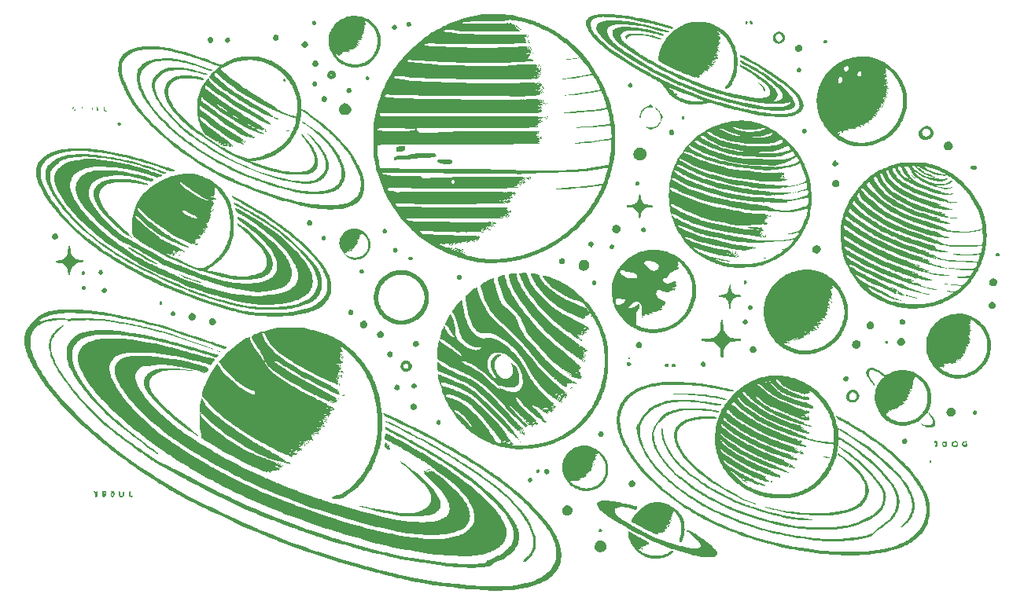
<source format=gbo>
G04 Layer: BottomSilkscreenLayer*
G04 EasyEDA v6.5.50, 2025-07-23 08:09:46*
G04 fd94b24a4d154d9d8ede188550dba9a9,10c0a84da6c54f53babc60b4471cdfa3,10*
G04 Gerber Generator version 0.2*
G04 Scale: 100 percent, Rotated: No, Reflected: No *
G04 Dimensions in millimeters *
G04 leading zeros omitted , absolute positions ,4 integer and 5 decimal *
%FSLAX45Y45*%
%MOMM*%

%ADD10C,0.0001*%

%LPD*%
G36*
X3828440Y193598D02*
G01*
X3794404Y193294D01*
X3764635Y192481D01*
X3742740Y191363D01*
X3735882Y190703D01*
X3711803Y187401D01*
X3689654Y184048D01*
X3678732Y182168D01*
X3648151Y176072D01*
X3557320Y156159D01*
X3539998Y151942D01*
X3520694Y146507D01*
X3480612Y133299D01*
X3455314Y124510D01*
X3428695Y114858D01*
X3401771Y104597D01*
X3380384Y95910D01*
X3326129Y73152D01*
X3314801Y68173D01*
X3301695Y61874D01*
X3288436Y55117D01*
X3264915Y42011D01*
X3241491Y29311D01*
X4057751Y29311D01*
X4058056Y30886D01*
X4059174Y32308D01*
X4062882Y34544D01*
X4064457Y36474D01*
X4065524Y38811D01*
X4065930Y41300D01*
X4065676Y43637D01*
X4064965Y45567D01*
X4063949Y46837D01*
X4061510Y47955D01*
X4060494Y49682D01*
X4059783Y52222D01*
X4059529Y55270D01*
X4059783Y58369D01*
X4060494Y60909D01*
X4061510Y62636D01*
X4062729Y63246D01*
X4063949Y62636D01*
X4064965Y60909D01*
X4065676Y58318D01*
X4066286Y51917D01*
X4067352Y48971D01*
X4068826Y46634D01*
X4070705Y45262D01*
X4072585Y44246D01*
X4074109Y42672D01*
X4075125Y40894D01*
X4075480Y39014D01*
X4075226Y37287D01*
X4074414Y35864D01*
X4073245Y34899D01*
X4070146Y34137D01*
X4068165Y33020D01*
X4066133Y31343D01*
X4062476Y27127D01*
X4060901Y26111D01*
X4059478Y26365D01*
X4058259Y27736D01*
X4057751Y29311D01*
X3241491Y29311D01*
X3223564Y19964D01*
X3203244Y8382D01*
X3177844Y-7010D01*
X3152444Y-23215D01*
X3121152Y-44043D01*
X3100578Y-58216D01*
X3093516Y-63296D01*
X3070504Y-81076D01*
X3044088Y-102311D01*
X3025648Y-117754D01*
X3004972Y-135534D01*
X2986582Y-151739D01*
X2972511Y-164744D01*
X2955391Y-181152D01*
X2928721Y-207517D01*
X2910179Y-226669D01*
X2889097Y-249326D01*
X2871520Y-269036D01*
X2862073Y-280416D01*
X4180992Y-280416D01*
X4181703Y-278942D01*
X4183481Y-278587D01*
X4189729Y-280009D01*
X4191863Y-279450D01*
X4193235Y-277520D01*
X4195013Y-270611D01*
X4196892Y-268173D01*
X4199890Y-266598D01*
X4204157Y-265684D01*
X4213301Y-264668D01*
X4202734Y-277774D01*
X4198264Y-282803D01*
X4193844Y-286766D01*
X4190034Y-289255D01*
X4187291Y-289966D01*
X4185310Y-289102D01*
X4183481Y-287578D01*
X4182059Y-285496D01*
X4181246Y-283159D01*
X4180992Y-280416D01*
X2862073Y-280416D01*
X2814116Y-340004D01*
X2792025Y-369570D01*
X4289907Y-369570D01*
X4290212Y-365810D01*
X4291177Y-363067D01*
X4292650Y-361391D01*
X4294682Y-360832D01*
X4296867Y-361289D01*
X4298035Y-362864D01*
X4298238Y-365760D01*
X4297070Y-375259D01*
X4297883Y-379323D01*
X4300524Y-383133D01*
X4308856Y-391007D01*
X4311853Y-394512D01*
X4313885Y-397713D01*
X4314647Y-400151D01*
X4315002Y-402082D01*
X4316018Y-403961D01*
X4317542Y-405536D01*
X4321251Y-407720D01*
X4322775Y-409346D01*
X4323842Y-411276D01*
X4324197Y-413308D01*
X4323842Y-415239D01*
X4322775Y-416763D01*
X4321251Y-417830D01*
X4319422Y-418236D01*
X4317542Y-417830D01*
X4316018Y-416814D01*
X4315002Y-415290D01*
X4314240Y-411124D01*
X4313174Y-408432D01*
X4311650Y-405587D01*
X4297375Y-387908D01*
X4294479Y-383489D01*
X4292092Y-378612D01*
X4290517Y-373735D01*
X4289907Y-369570D01*
X2792025Y-369570D01*
X2778658Y-388416D01*
X2762826Y-411937D01*
X4292142Y-411937D01*
X4292295Y-411226D01*
X4293971Y-409803D01*
X4295241Y-409244D01*
X4296613Y-409194D01*
X4297680Y-409803D01*
X4298442Y-411073D01*
X4299204Y-414731D01*
X4300575Y-416559D01*
X4302556Y-418134D01*
X4307687Y-420217D01*
X4310075Y-422046D01*
X4312056Y-424281D01*
X4313275Y-426669D01*
X4315409Y-432460D01*
X4320133Y-442569D01*
X4320794Y-444398D01*
X4320997Y-445617D01*
X4320590Y-446227D01*
X4319422Y-446430D01*
X4313428Y-445058D01*
X4311192Y-445262D01*
X4309262Y-446125D01*
X4306722Y-448868D01*
X4305401Y-449630D01*
X4304131Y-449681D01*
X4302963Y-449072D01*
X4302302Y-447649D01*
X4302353Y-445516D01*
X4303064Y-443026D01*
X4305909Y-437642D01*
X4307128Y-434593D01*
X4307941Y-431647D01*
X4308246Y-429209D01*
X4307890Y-427075D01*
X4306824Y-425856D01*
X4304944Y-425500D01*
X4299407Y-426567D01*
X4297222Y-425907D01*
X4295597Y-423976D01*
X4294378Y-420674D01*
X4292142Y-411937D01*
X2762826Y-411937D01*
X2750159Y-431495D01*
X2746349Y-437794D01*
X2745232Y-440537D01*
X2741168Y-447801D01*
X2731617Y-463296D01*
X2720086Y-483311D01*
X2709926Y-502208D01*
X2687675Y-545693D01*
X2675534Y-569976D01*
X2663647Y-594512D01*
X2652471Y-618642D01*
X2643174Y-639572D01*
X2637028Y-654507D01*
X2620213Y-701344D01*
X2608173Y-735838D01*
X2598877Y-764286D01*
X2590850Y-790702D01*
X2587904Y-801319D01*
X2579490Y-835812D01*
X4317847Y-835812D01*
X4318000Y-833628D01*
X4318457Y-831494D01*
X4319117Y-829716D01*
X4319930Y-828497D01*
X4321048Y-827989D01*
X4322622Y-828040D01*
X4324451Y-828700D01*
X4328261Y-831138D01*
X4330649Y-831850D01*
X4333087Y-832053D01*
X4335322Y-831596D01*
X4337202Y-830224D01*
X4338726Y-827887D01*
X4339742Y-824941D01*
X4340352Y-818540D01*
X4340860Y-816000D01*
X4341622Y-814324D01*
X4342536Y-813714D01*
X4343806Y-814171D01*
X4345482Y-815238D01*
X4347362Y-816813D01*
X4349242Y-818743D01*
X4351121Y-821588D01*
X4350969Y-824280D01*
X4348480Y-827532D01*
X4343247Y-832154D01*
X4338675Y-835507D01*
X4333748Y-838250D01*
X4329125Y-840130D01*
X4325416Y-840841D01*
X4322114Y-840587D01*
X4319778Y-839622D01*
X4318304Y-838047D01*
X4317847Y-835812D01*
X2579490Y-835812D01*
X2575509Y-853287D01*
X2570226Y-879449D01*
X2566771Y-899566D01*
X2551948Y-995222D01*
X4295495Y-995222D01*
X4296054Y-993190D01*
X4297527Y-990092D01*
X4299762Y-986383D01*
X4302455Y-982471D01*
X4305655Y-978814D01*
X4309110Y-975817D01*
X4312462Y-973785D01*
X4315256Y-973023D01*
X4317695Y-973429D01*
X4319473Y-974699D01*
X4320641Y-976680D01*
X4320997Y-979424D01*
X4320590Y-982167D01*
X4319422Y-984199D01*
X4317441Y-985367D01*
X4311853Y-986180D01*
X4309872Y-987348D01*
X4308652Y-989380D01*
X4307840Y-994918D01*
X4306671Y-996950D01*
X4304690Y-998118D01*
X4301896Y-998524D01*
X4299407Y-998270D01*
X4297375Y-997559D01*
X4296003Y-996492D01*
X4295495Y-995222D01*
X2551948Y-995222D01*
X2550363Y-1005789D01*
X2549398Y-1017574D01*
X2548585Y-1034338D01*
X2547978Y-1053998D01*
X2590241Y-1053998D01*
X2590292Y-1051102D01*
X2591155Y-1048003D01*
X2592679Y-1045159D01*
X2594711Y-1042873D01*
X2596083Y-1042060D01*
X2598115Y-1041298D01*
X2600858Y-1040637D01*
X2609037Y-1039672D01*
X2621686Y-1038961D01*
X2639618Y-1038504D01*
X2691841Y-1038250D01*
X2795168Y-1039063D01*
X2855112Y-1039876D01*
X2919374Y-1041196D01*
X2950514Y-1042060D01*
X2974644Y-1043025D01*
X2989834Y-1043889D01*
X2994101Y-1044498D01*
X2995523Y-1045616D01*
X2996692Y-1046937D01*
X2997454Y-1048359D01*
X2997758Y-1049629D01*
X2996996Y-1051153D01*
X2994964Y-1053185D01*
X2991916Y-1055370D01*
X2988208Y-1057503D01*
X2985363Y-1058672D01*
X2975864Y-1060958D01*
X2962097Y-1063091D01*
X2944723Y-1065022D01*
X2924810Y-1066546D01*
X2907182Y-1067206D01*
X2885287Y-1067714D01*
X2859481Y-1068019D01*
X2806242Y-1068070D01*
X2735275Y-1067409D01*
X2667558Y-1066088D01*
X2619756Y-1064463D01*
X2606954Y-1063701D01*
X2603957Y-1063294D01*
X2597962Y-1061720D01*
X2593848Y-1059738D01*
X2591358Y-1057249D01*
X2590241Y-1053998D01*
X2547978Y-1053998D01*
X2547162Y-1106322D01*
X2546908Y-1142085D01*
X2546858Y-1224178D01*
X2547014Y-1254252D01*
X2586431Y-1254252D01*
X2586431Y-1222095D01*
X2606852Y-1219708D01*
X2636824Y-1216964D01*
X2654350Y-1216355D01*
X2681071Y-1215999D01*
X2722067Y-1215847D01*
X2836824Y-1216456D01*
X3477971Y-1215745D01*
X3624478Y-1215288D01*
X3757980Y-1214577D01*
X3936949Y-1213002D01*
X3986225Y-1212138D01*
X4125518Y-1209040D01*
X4221276Y-1207516D01*
X4238904Y-1206906D01*
X4251198Y-1206093D01*
X4259173Y-1204976D01*
X4261866Y-1204264D01*
X4263847Y-1203452D01*
X4268114Y-1200505D01*
X4270095Y-1199692D01*
X4271467Y-1200150D01*
X4273499Y-1203350D01*
X4275582Y-1204620D01*
X4278325Y-1205484D01*
X4281424Y-1205788D01*
X4284421Y-1205484D01*
X4286859Y-1204722D01*
X4288536Y-1203553D01*
X4289145Y-1202131D01*
X4288688Y-1200404D01*
X4287469Y-1198321D01*
X4285691Y-1196238D01*
X4280712Y-1191971D01*
X4280001Y-1190701D01*
X4281525Y-1190091D01*
X4285437Y-1189939D01*
X4288739Y-1190294D01*
X4291431Y-1191514D01*
X4293362Y-1193495D01*
X4295597Y-1198676D01*
X4297070Y-1200708D01*
X4298797Y-1202080D01*
X4300677Y-1202588D01*
X4303776Y-1202080D01*
X4304741Y-1201470D01*
X4305046Y-1200810D01*
X4304030Y-1197610D01*
X4300067Y-1189329D01*
X4299661Y-1187551D01*
X4300423Y-1186942D01*
X4302353Y-1187348D01*
X4304131Y-1188415D01*
X4305706Y-1190345D01*
X4306925Y-1192885D01*
X4308703Y-1199184D01*
X4310888Y-1201318D01*
X4314850Y-1202334D01*
X4321251Y-1202588D01*
X4326077Y-1202385D01*
X4330090Y-1201724D01*
X4332782Y-1200759D01*
X4333748Y-1199642D01*
X4333087Y-1198372D01*
X4331208Y-1197203D01*
X4328414Y-1196238D01*
X4321657Y-1194968D01*
X4319066Y-1194003D01*
X4317492Y-1192733D01*
X4317187Y-1191463D01*
X4318152Y-1190294D01*
X4320133Y-1189482D01*
X4322826Y-1189126D01*
X4329938Y-1189482D01*
X4332325Y-1188567D01*
X4333443Y-1186230D01*
X4333748Y-1182065D01*
X4333443Y-1178306D01*
X4332579Y-1174242D01*
X4331309Y-1170330D01*
X4328007Y-1163675D01*
X4327398Y-1161389D01*
X4328007Y-1159865D01*
X4331309Y-1157935D01*
X4332579Y-1156411D01*
X4333443Y-1154582D01*
X4333748Y-1152550D01*
X4333443Y-1150620D01*
X4332478Y-1149451D01*
X4330852Y-1149146D01*
X4328718Y-1149654D01*
X4324756Y-1151026D01*
X4322368Y-1151585D01*
X4321810Y-1152296D01*
X4321098Y-1157274D01*
X4320692Y-1164590D01*
X4319828Y-1167892D01*
X4318558Y-1170330D01*
X4317034Y-1171600D01*
X4315612Y-1172362D01*
X4314952Y-1173429D01*
X4315002Y-1174597D01*
X4315866Y-1175867D01*
X4317085Y-1176680D01*
X4318304Y-1176782D01*
X4319320Y-1176070D01*
X4320895Y-1173175D01*
X4321962Y-1171905D01*
X4323232Y-1171041D01*
X4324451Y-1170736D01*
X4325620Y-1171194D01*
X4326534Y-1172565D01*
X4327144Y-1174597D01*
X4327398Y-1177086D01*
X4326991Y-1180033D01*
X4325620Y-1182014D01*
X4323232Y-1183132D01*
X4319625Y-1183487D01*
X4316425Y-1183233D01*
X4313529Y-1182573D01*
X4311243Y-1181557D01*
X4309872Y-1180338D01*
X4309414Y-1178052D01*
X4309567Y-1174140D01*
X4310278Y-1169162D01*
X4311548Y-1163624D01*
X4313275Y-1158036D01*
X4315460Y-1152906D01*
X4317796Y-1148740D01*
X4321708Y-1144473D01*
X4322775Y-1142542D01*
X4323181Y-1140663D01*
X4322724Y-1139037D01*
X4321657Y-1137716D01*
X4320387Y-1136650D01*
X4318965Y-1135888D01*
X4317644Y-1135634D01*
X4316476Y-1136040D01*
X4315510Y-1137056D01*
X4314850Y-1138580D01*
X4314393Y-1142288D01*
X4313783Y-1143812D01*
X4312869Y-1144828D01*
X4311802Y-1145184D01*
X4310532Y-1144828D01*
X4309262Y-1143863D01*
X4308094Y-1142441D01*
X4307179Y-1140663D01*
X4307078Y-1138478D01*
X4308094Y-1135989D01*
X4310176Y-1133449D01*
X4313123Y-1131112D01*
X4316476Y-1129131D01*
X4319930Y-1127556D01*
X4323080Y-1126490D01*
X4327448Y-1125829D01*
X4329328Y-1125220D01*
X4330903Y-1124356D01*
X4331970Y-1123238D01*
X4332224Y-1121816D01*
X4331716Y-1120038D01*
X4330496Y-1118108D01*
X4328718Y-1116279D01*
X4326432Y-1114704D01*
X4324451Y-1114044D01*
X4322826Y-1114247D01*
X4319930Y-1116990D01*
X4317085Y-1118971D01*
X4313377Y-1121054D01*
X4304030Y-1125626D01*
X4301236Y-1128217D01*
X4300321Y-1131570D01*
X4301388Y-1140053D01*
X4301236Y-1142847D01*
X4300474Y-1144574D01*
X4299102Y-1145184D01*
X4297680Y-1144727D01*
X4296562Y-1143457D01*
X4295800Y-1141526D01*
X4295140Y-1136599D01*
X4294174Y-1133906D01*
X4292701Y-1131417D01*
X4289247Y-1127353D01*
X4287977Y-1124508D01*
X4287266Y-1121206D01*
X4287266Y-1117854D01*
X4287774Y-1114856D01*
X4288688Y-1112570D01*
X4289755Y-1111148D01*
X4290923Y-1110894D01*
X4291939Y-1111758D01*
X4292650Y-1113586D01*
X4292955Y-1116025D01*
X4292650Y-1121664D01*
X4293006Y-1123950D01*
X4293768Y-1125524D01*
X4294886Y-1126083D01*
X4296308Y-1125728D01*
X4298035Y-1124864D01*
X4299762Y-1123543D01*
X4301337Y-1121918D01*
X4302556Y-1119733D01*
X4303268Y-1116939D01*
X4303420Y-1113790D01*
X4302506Y-1107948D01*
X4302658Y-1105712D01*
X4303369Y-1104290D01*
X4306062Y-1103376D01*
X4307230Y-1102360D01*
X4307992Y-1100836D01*
X4308500Y-1097127D01*
X4309211Y-1095603D01*
X4310227Y-1094587D01*
X4312666Y-1093673D01*
X4313682Y-1092301D01*
X4314393Y-1090269D01*
X4314647Y-1087831D01*
X4314393Y-1085342D01*
X4313783Y-1083310D01*
X4312869Y-1081938D01*
X4311700Y-1081430D01*
X4310227Y-1082192D01*
X4308398Y-1084224D01*
X4306417Y-1087272D01*
X4302607Y-1094689D01*
X4300372Y-1097737D01*
X4298188Y-1099820D01*
X4296308Y-1100582D01*
X4294784Y-1100328D01*
X4293514Y-1099616D01*
X4292650Y-1098550D01*
X4292295Y-1097280D01*
X4292701Y-1095857D01*
X4293717Y-1094435D01*
X4295241Y-1093114D01*
X4298950Y-1091133D01*
X4300474Y-1089609D01*
X4301490Y-1087932D01*
X4302201Y-1084427D01*
X4303064Y-1082802D01*
X4304334Y-1081481D01*
X4307586Y-1079703D01*
X4308094Y-1078484D01*
X4307433Y-1076604D01*
X4305452Y-1073962D01*
X4303572Y-1071930D01*
X4301540Y-1070254D01*
X4299712Y-1069086D01*
X4298289Y-1068679D01*
X4297222Y-1069187D01*
X4296308Y-1070559D01*
X4295698Y-1072591D01*
X4295241Y-1077518D01*
X4294581Y-1079550D01*
X4293565Y-1080922D01*
X4291076Y-1081786D01*
X4290060Y-1082852D01*
X4289399Y-1084376D01*
X4288891Y-1088085D01*
X4288180Y-1089609D01*
X4287164Y-1090625D01*
X4285945Y-1090980D01*
X4284675Y-1090625D01*
X4283659Y-1089609D01*
X4282998Y-1088085D01*
X4282744Y-1086205D01*
X4282998Y-1084376D01*
X4283659Y-1082852D01*
X4284675Y-1081786D01*
X4287164Y-1080922D01*
X4288180Y-1079550D01*
X4288891Y-1077518D01*
X4289145Y-1075080D01*
X4288891Y-1072591D01*
X4288282Y-1070559D01*
X4287418Y-1069187D01*
X4286300Y-1068679D01*
X4285081Y-1069187D01*
X4283811Y-1070559D01*
X4282694Y-1072591D01*
X4280916Y-1077518D01*
X4279646Y-1079550D01*
X4278172Y-1080922D01*
X4276648Y-1081430D01*
X4275328Y-1080922D01*
X4274210Y-1079550D01*
X4273448Y-1077518D01*
X4272788Y-1072591D01*
X4271772Y-1070559D01*
X4270248Y-1069187D01*
X4268419Y-1068679D01*
X4266539Y-1069187D01*
X4265015Y-1070559D01*
X4263999Y-1072591D01*
X4263339Y-1077518D01*
X4262678Y-1079550D01*
X4261662Y-1080922D01*
X4260443Y-1081430D01*
X4259173Y-1081024D01*
X4258157Y-1080008D01*
X4257497Y-1078433D01*
X4256836Y-1074521D01*
X4255719Y-1072540D01*
X4254093Y-1070864D01*
X4252112Y-1069695D01*
X4249978Y-1069238D01*
X4247794Y-1069492D01*
X4245914Y-1070356D01*
X4243070Y-1073454D01*
X4241190Y-1074115D01*
X4238701Y-1073658D01*
X4234942Y-1071930D01*
X4231487Y-1071372D01*
X4214672Y-1070508D01*
X4183379Y-1069898D01*
X4135983Y-1069594D01*
X4031386Y-1069594D01*
X3850132Y-1070406D01*
X3544976Y-1072489D01*
X3437585Y-1073607D01*
X3372002Y-1074928D01*
X3314750Y-1076756D01*
X3293211Y-1077671D01*
X3275025Y-1078839D01*
X3247999Y-1080973D01*
X3223361Y-1083208D01*
X3205784Y-1085088D01*
X3181197Y-1086967D01*
X3148177Y-1088745D01*
X3109264Y-1090269D01*
X3088792Y-1090777D01*
X3074060Y-1090828D01*
X3063697Y-1090371D01*
X3056382Y-1089355D01*
X3050844Y-1087678D01*
X3048355Y-1086561D01*
X3042920Y-1083462D01*
X3036468Y-1078890D01*
X3029813Y-1073556D01*
X3023768Y-1068070D01*
X3018637Y-1062532D01*
X3014421Y-1057148D01*
X3011576Y-1052525D01*
X3010509Y-1049274D01*
X3011271Y-1046530D01*
X3013354Y-1043228D01*
X3016504Y-1039774D01*
X3020263Y-1036624D01*
X3026105Y-1033018D01*
X3031744Y-1031240D01*
X3039059Y-1031036D01*
X3051708Y-1032154D01*
X3088741Y-1032865D01*
X3165449Y-1033475D01*
X3409543Y-1034491D01*
X3736949Y-1034796D01*
X3992676Y-1034389D01*
X4091228Y-1033932D01*
X4178757Y-1033068D01*
X4188663Y-1032713D01*
X4247591Y-1028649D01*
X4254855Y-1027836D01*
X4260748Y-1026820D01*
X4266742Y-1025042D01*
X4268470Y-1024991D01*
X4269587Y-1025601D01*
X4270349Y-1028242D01*
X4271365Y-1029360D01*
X4272838Y-1030122D01*
X4274616Y-1030427D01*
X4276648Y-1029969D01*
X4278833Y-1028801D01*
X4280814Y-1027023D01*
X4284116Y-1022248D01*
X4285691Y-1021181D01*
X4287418Y-1021537D01*
X4293006Y-1026058D01*
X4294581Y-1026921D01*
X4295698Y-1027226D01*
X4296410Y-1026617D01*
X4296714Y-1024890D01*
X4296714Y-1022350D01*
X4295800Y-1015237D01*
X4296410Y-1012799D01*
X4298289Y-1011631D01*
X4301693Y-1011275D01*
X4304995Y-1011631D01*
X4306976Y-1012748D01*
X4307789Y-1014882D01*
X4307535Y-1020927D01*
X4307992Y-1023366D01*
X4308957Y-1025245D01*
X4310278Y-1026261D01*
X4311802Y-1026312D01*
X4313428Y-1025499D01*
X4314901Y-1023975D01*
X4316018Y-1021892D01*
X4316577Y-1019251D01*
X4316272Y-1016762D01*
X4315104Y-1014526D01*
X4311294Y-1010767D01*
X4309719Y-1008532D01*
X4308652Y-1006094D01*
X4308246Y-1003757D01*
X4308602Y-1001725D01*
X4309618Y-1000048D01*
X4311040Y-998931D01*
X4314748Y-998016D01*
X4316628Y-996645D01*
X4318254Y-994613D01*
X4320540Y-989685D01*
X4322165Y-987653D01*
X4324096Y-986282D01*
X4327804Y-985519D01*
X4329226Y-984859D01*
X4330192Y-983843D01*
X4331208Y-981354D01*
X4332935Y-980338D01*
X4335475Y-979627D01*
X4342180Y-979068D01*
X4344670Y-978001D01*
X4346092Y-976121D01*
X4346498Y-973429D01*
X4345990Y-970737D01*
X4344517Y-967841D01*
X4342333Y-965149D01*
X4336237Y-960272D01*
X4334764Y-957986D01*
X4335119Y-955294D01*
X4338675Y-948639D01*
X4339488Y-945896D01*
X4339590Y-943610D01*
X4338929Y-942086D01*
X4337507Y-941679D01*
X4335424Y-942390D01*
X4333036Y-944118D01*
X4327906Y-949502D01*
X4324908Y-951788D01*
X4321962Y-953312D01*
X4319422Y-953871D01*
X4317492Y-953566D01*
X4316069Y-952703D01*
X4315358Y-951433D01*
X4315510Y-949909D01*
X4316476Y-948385D01*
X4318050Y-947216D01*
X4319981Y-946505D01*
X4324197Y-946200D01*
X4325874Y-945387D01*
X4326991Y-944067D01*
X4327398Y-942390D01*
X4327144Y-940663D01*
X4326432Y-939241D01*
X4325416Y-938276D01*
X4322978Y-937564D01*
X4321962Y-936548D01*
X4321251Y-935024D01*
X4320997Y-933145D01*
X4321251Y-931316D01*
X4321810Y-929792D01*
X4322724Y-928776D01*
X4323791Y-928369D01*
X4325213Y-928776D01*
X4326940Y-929792D01*
X4328820Y-931265D01*
X4332325Y-934821D01*
X4334154Y-935990D01*
X4335881Y-936447D01*
X4337304Y-936142D01*
X4338421Y-934974D01*
X4339285Y-933094D01*
X4339894Y-930757D01*
X4340504Y-925728D01*
X4341622Y-923747D01*
X4343247Y-922477D01*
X4345330Y-922019D01*
X4347768Y-922426D01*
X4349038Y-923950D01*
X4349292Y-926846D01*
X4348124Y-935380D01*
X4348276Y-938631D01*
X4349140Y-940917D01*
X4351985Y-943051D01*
X4352086Y-944321D01*
X4350969Y-945997D01*
X4345584Y-950671D01*
X4344517Y-952601D01*
X4345279Y-954430D01*
X4349800Y-958951D01*
X4351426Y-961593D01*
X4352493Y-964387D01*
X4353407Y-971245D01*
X4354017Y-972566D01*
X4354728Y-973023D01*
X4355795Y-972667D01*
X4359198Y-970229D01*
X4362856Y-966571D01*
X4365294Y-963168D01*
X4365650Y-962101D01*
X4365142Y-961390D01*
X4363770Y-960780D01*
X4356506Y-959866D01*
X4354525Y-958697D01*
X4353306Y-956767D01*
X4352899Y-954176D01*
X4353204Y-951636D01*
X4354068Y-949299D01*
X4355338Y-947369D01*
X4356862Y-946200D01*
X4358690Y-945184D01*
X4359249Y-944321D01*
X4358690Y-943457D01*
X4355338Y-941374D01*
X4354068Y-939800D01*
X4353204Y-937971D01*
X4352899Y-936091D01*
X4353153Y-934313D01*
X4353814Y-932891D01*
X4354830Y-931926D01*
X4357319Y-931164D01*
X4358335Y-930046D01*
X4358995Y-928420D01*
X4359656Y-924102D01*
X4360976Y-922883D01*
X4363364Y-922578D01*
X4370273Y-923747D01*
X4373168Y-923645D01*
X4375505Y-922934D01*
X4376978Y-921715D01*
X4377537Y-920140D01*
X4377537Y-918311D01*
X4376928Y-916482D01*
X4375810Y-914908D01*
X4374032Y-913790D01*
X4371746Y-913282D01*
X4369206Y-913384D01*
X4361637Y-915669D01*
X4359351Y-915924D01*
X4346600Y-915111D01*
X4294733Y-913282D01*
X4232402Y-912621D01*
X4126229Y-911961D01*
X3890518Y-911301D01*
X3496056Y-911606D01*
X3278632Y-912418D01*
X3088944Y-912317D01*
X2979216Y-911860D01*
X2876600Y-911098D01*
X2797302Y-910132D01*
X2730957Y-909066D01*
X2679801Y-907897D01*
X2645968Y-906678D01*
X2636266Y-906068D01*
X2631643Y-905459D01*
X2627122Y-903579D01*
X2623210Y-901039D01*
X2620162Y-897991D01*
X2618181Y-894638D01*
X2617216Y-891286D01*
X2616708Y-887831D01*
X2616657Y-884631D01*
X2617165Y-882192D01*
X2618028Y-880313D01*
X2619044Y-878738D01*
X2620111Y-877671D01*
X2621026Y-877214D01*
X4112869Y-877519D01*
X4177131Y-877366D01*
X4184091Y-877163D01*
X4190390Y-876503D01*
X4195318Y-875487D01*
X4198213Y-874217D01*
X4200245Y-872998D01*
X4202176Y-872794D01*
X4204106Y-873709D01*
X4208170Y-877569D01*
X4210405Y-878535D01*
X4212793Y-878586D01*
X4217670Y-876808D01*
X4220159Y-876249D01*
X4222496Y-876096D01*
X4226356Y-876706D01*
X4228846Y-876401D01*
X4231640Y-875639D01*
X4236872Y-873404D01*
X4239310Y-872845D01*
X4241342Y-872845D01*
X4244949Y-874369D01*
X4249369Y-875233D01*
X4255414Y-875944D01*
X4262374Y-876401D01*
X4271162Y-876452D01*
X4277512Y-875639D01*
X4282236Y-873861D01*
X4286097Y-870864D01*
X4291025Y-866444D01*
X4293006Y-865124D01*
X4294225Y-864616D01*
X4294835Y-864971D01*
X4295089Y-866038D01*
X4293920Y-871575D01*
X4294682Y-873048D01*
X4296714Y-873912D01*
X4300118Y-874166D01*
X4303217Y-873861D01*
X4305960Y-872998D01*
X4308094Y-871728D01*
X4309364Y-870203D01*
X4310278Y-868476D01*
X4311243Y-867968D01*
X4312462Y-868680D01*
X4315561Y-872134D01*
X4317339Y-872998D01*
X4319219Y-873201D01*
X4323588Y-871677D01*
X4327855Y-870966D01*
X4333138Y-870559D01*
X4346397Y-870407D01*
X4350613Y-869492D01*
X4352493Y-867308D01*
X4353407Y-860094D01*
X4354779Y-856487D01*
X4356811Y-853084D01*
X4359249Y-850239D01*
X4361738Y-847801D01*
X4363770Y-845413D01*
X4365142Y-843280D01*
X4365650Y-841806D01*
X4365294Y-840740D01*
X4364228Y-839876D01*
X4362704Y-839317D01*
X4360875Y-839114D01*
X4358995Y-839368D01*
X4357471Y-840028D01*
X4356455Y-841044D01*
X4355744Y-843534D01*
X4354779Y-844550D01*
X4353407Y-845210D01*
X4349851Y-845972D01*
X4348073Y-847344D01*
X4346600Y-849376D01*
X4344568Y-854354D01*
X4342942Y-856335D01*
X4340961Y-857707D01*
X4338828Y-858215D01*
X4336897Y-858062D01*
X4335272Y-857554D01*
X4334154Y-856792D01*
X4333798Y-855827D01*
X4334560Y-854100D01*
X4336592Y-851153D01*
X4339640Y-847394D01*
X4347057Y-839063D01*
X4350105Y-835101D01*
X4352137Y-831799D01*
X4353407Y-828395D01*
X4354779Y-827328D01*
X4356811Y-826617D01*
X4359249Y-826363D01*
X4361738Y-826617D01*
X4363770Y-827278D01*
X4365142Y-828294D01*
X4365650Y-829513D01*
X4365904Y-830783D01*
X4366666Y-831799D01*
X4367733Y-832459D01*
X4369054Y-832713D01*
X4370324Y-832307D01*
X4371187Y-831189D01*
X4371594Y-829513D01*
X4371441Y-827430D01*
X4370578Y-825347D01*
X4368952Y-823468D01*
X4366818Y-822045D01*
X4361789Y-820623D01*
X4359300Y-819403D01*
X4357166Y-817880D01*
X4355642Y-816203D01*
X4354626Y-814019D01*
X4353763Y-811123D01*
X4353153Y-807923D01*
X4352594Y-801979D01*
X4351578Y-799693D01*
X4350105Y-798169D01*
X4348276Y-797661D01*
X4346244Y-798068D01*
X4344060Y-799287D01*
X4342079Y-801065D01*
X4338624Y-806145D01*
X4337100Y-807008D01*
X4335272Y-805789D01*
X4329836Y-799287D01*
X4327499Y-797915D01*
X4324807Y-798220D01*
X4318355Y-801522D01*
X4316018Y-802132D01*
X4314190Y-801827D01*
X4312869Y-800557D01*
X4312615Y-799134D01*
X4313377Y-797712D01*
X4315053Y-796391D01*
X4320082Y-794461D01*
X4322216Y-792937D01*
X4323689Y-791159D01*
X4324197Y-789330D01*
X4324400Y-787603D01*
X4325010Y-786180D01*
X4325924Y-785266D01*
X4326991Y-784910D01*
X4328261Y-785418D01*
X4329480Y-786790D01*
X4330649Y-788822D01*
X4332528Y-793750D01*
X4334052Y-795782D01*
X4335932Y-797153D01*
X4337862Y-797661D01*
X4340148Y-797001D01*
X4342739Y-795324D01*
X4345432Y-792784D01*
X4350105Y-786587D01*
X4352493Y-784047D01*
X4354677Y-782320D01*
X4356354Y-781710D01*
X4357522Y-782218D01*
X4358182Y-783539D01*
X4358233Y-785571D01*
X4357065Y-790854D01*
X4357217Y-792835D01*
X4358182Y-794054D01*
X4359910Y-794461D01*
X4361840Y-793953D01*
X4364075Y-792581D01*
X4366260Y-790549D01*
X4368139Y-788009D01*
X4370019Y-784504D01*
X4370120Y-782167D01*
X4368139Y-780338D01*
X4363923Y-778459D01*
X4360367Y-777240D01*
X4353509Y-775563D01*
X4349292Y-774954D01*
X4347870Y-773887D01*
X4346905Y-772363D01*
X4346498Y-770483D01*
X4346956Y-768350D01*
X4348276Y-767181D01*
X4350664Y-766927D01*
X4358030Y-768146D01*
X4360976Y-767638D01*
X4363364Y-766013D01*
X4365396Y-763066D01*
X4366818Y-759764D01*
X4367123Y-757072D01*
X4366310Y-754634D01*
X4362500Y-749808D01*
X4360875Y-746810D01*
X4359554Y-743458D01*
X4358030Y-737260D01*
X4356862Y-734618D01*
X4355388Y-732586D01*
X4353814Y-731520D01*
X4352188Y-731570D01*
X4351223Y-732993D01*
X4350867Y-735888D01*
X4351223Y-740257D01*
X4351985Y-744474D01*
X4353153Y-748538D01*
X4354525Y-752043D01*
X4357217Y-756513D01*
X4356963Y-758088D01*
X4355033Y-759206D01*
X4351274Y-760171D01*
X4347159Y-760730D01*
X4344974Y-760323D01*
X4344466Y-758596D01*
X4345990Y-752144D01*
X4345584Y-750417D01*
X4343857Y-750011D01*
X4337558Y-751128D01*
X4335424Y-750874D01*
X4334205Y-749757D01*
X4333748Y-747928D01*
X4334002Y-746201D01*
X4334713Y-744778D01*
X4335729Y-743813D01*
X4338167Y-742950D01*
X4339183Y-741578D01*
X4339894Y-739546D01*
X4340148Y-737057D01*
X4339742Y-734568D01*
X4338726Y-732536D01*
X4337202Y-731164D01*
X4335373Y-730707D01*
X4333494Y-730961D01*
X4331970Y-731621D01*
X4330954Y-732637D01*
X4330192Y-735126D01*
X4329176Y-736142D01*
X4327652Y-736803D01*
X4325772Y-737057D01*
X4323943Y-736600D01*
X4322419Y-735279D01*
X4321403Y-733399D01*
X4320590Y-728522D01*
X4319524Y-726186D01*
X4317949Y-724306D01*
X4315968Y-723036D01*
X4309567Y-721106D01*
X4309059Y-721715D01*
X4308348Y-725779D01*
X4308246Y-728726D01*
X4308652Y-732078D01*
X4309922Y-734822D01*
X4311904Y-736803D01*
X4317085Y-738936D01*
X4319117Y-740206D01*
X4320489Y-741680D01*
X4320997Y-743153D01*
X4320692Y-744524D01*
X4319828Y-745591D01*
X4318508Y-746353D01*
X4316933Y-746607D01*
X4315002Y-746201D01*
X4312666Y-744982D01*
X4310329Y-743204D01*
X4308144Y-741019D01*
X4303522Y-734466D01*
X4296867Y-723290D01*
X4294581Y-720496D01*
X4292295Y-718616D01*
X4290364Y-717956D01*
X4288637Y-718210D01*
X4286910Y-718870D01*
X4285437Y-719886D01*
X4284319Y-721106D01*
X4283862Y-722376D01*
X4283964Y-723392D01*
X4284573Y-724052D01*
X4287062Y-724814D01*
X4288129Y-726186D01*
X4288840Y-728218D01*
X4289145Y-730707D01*
X4288891Y-733145D01*
X4288180Y-735177D01*
X4287164Y-736549D01*
X4285945Y-737057D01*
X4284675Y-736701D01*
X4283659Y-735685D01*
X4282998Y-734212D01*
X4282287Y-730351D01*
X4281119Y-728218D01*
X4279290Y-726236D01*
X4277156Y-724712D01*
X4273499Y-723646D01*
X4267708Y-722985D01*
X4260545Y-722782D01*
X4252874Y-723036D01*
X4238853Y-724509D01*
X4233926Y-725373D01*
X4231335Y-726135D01*
X4230370Y-727100D01*
X4229811Y-728268D01*
X4229811Y-729640D01*
X4230725Y-732078D01*
X4230674Y-732993D01*
X4230116Y-733653D01*
X4229049Y-733856D01*
X4227728Y-733501D01*
X4226407Y-732536D01*
X4225188Y-731062D01*
X4224274Y-729284D01*
X4222394Y-727100D01*
X4218228Y-725932D01*
X4211015Y-725627D01*
X4199991Y-726084D01*
X4173728Y-728014D01*
X4171797Y-727659D01*
X4167124Y-726033D01*
X4164533Y-725373D01*
X4161790Y-725373D01*
X4159199Y-726033D01*
X4154576Y-728878D01*
X4152087Y-729437D01*
X4149445Y-729183D01*
X4143197Y-726897D01*
X4138472Y-726490D01*
X4132834Y-726694D01*
X4123283Y-727964D01*
X4100779Y-728624D01*
X4060444Y-729132D01*
X4005732Y-729386D01*
X3894785Y-729386D01*
X3776319Y-728776D01*
X3602939Y-727456D01*
X3377082Y-725119D01*
X3119475Y-721410D01*
X3001518Y-719226D01*
X2952851Y-717702D01*
X2893720Y-715365D01*
X2846578Y-713130D01*
X2700832Y-705154D01*
X2687980Y-703681D01*
X2683256Y-702818D01*
X2679598Y-701852D01*
X2676804Y-700735D01*
X2674924Y-699516D01*
X2672740Y-697128D01*
X2670962Y-694334D01*
X2669794Y-691438D01*
X2669336Y-688797D01*
X2669946Y-686155D01*
X2671622Y-683209D01*
X2674061Y-680364D01*
X2677058Y-677926D01*
X2679547Y-676503D01*
X2682189Y-675436D01*
X2685237Y-674725D01*
X2688945Y-674370D01*
X2693670Y-674319D01*
X2706979Y-675233D01*
X2723692Y-676757D01*
X2760878Y-678688D01*
X2816148Y-680669D01*
X2889351Y-682701D01*
X2968752Y-684225D01*
X3092958Y-686104D01*
X3225850Y-687730D01*
X3326688Y-688644D01*
X3601923Y-690321D01*
X3859733Y-691286D01*
X3972458Y-692302D01*
X4007815Y-692962D01*
X4024477Y-693572D01*
X4041597Y-694842D01*
X4066540Y-695960D01*
X4093972Y-696772D01*
X4120794Y-696976D01*
X4144314Y-696468D01*
X4153204Y-695960D01*
X4168394Y-694283D01*
X4194708Y-692048D01*
X4232757Y-689457D01*
X4240631Y-688543D01*
X4247794Y-687171D01*
X4255719Y-686562D01*
X4266793Y-686104D01*
X4293006Y-685495D01*
X4304233Y-684936D01*
X4312361Y-684225D01*
X4316171Y-683463D01*
X4318254Y-682802D01*
X4321556Y-682396D01*
X4325721Y-682294D01*
X4336034Y-682802D01*
X4339031Y-682091D01*
X4339793Y-679856D01*
X4338370Y-671830D01*
X4338624Y-669036D01*
X4339742Y-667054D01*
X4343603Y-664667D01*
X4345127Y-663041D01*
X4346143Y-661111D01*
X4346498Y-659028D01*
X4346244Y-657148D01*
X4345584Y-655574D01*
X4344568Y-654558D01*
X4343349Y-654151D01*
X4342079Y-653389D01*
X4341063Y-651357D01*
X4340402Y-648309D01*
X4339844Y-639978D01*
X4338828Y-637032D01*
X4336846Y-635457D01*
X4333748Y-635050D01*
X4330954Y-635406D01*
X4328972Y-636625D01*
X4327804Y-638606D01*
X4327398Y-641400D01*
X4327652Y-643890D01*
X4328312Y-645922D01*
X4329328Y-647293D01*
X4331817Y-648309D01*
X4332833Y-649681D01*
X4333494Y-651713D01*
X4333748Y-654151D01*
X4333544Y-656640D01*
X4332986Y-658672D01*
X4332122Y-660044D01*
X4331106Y-660552D01*
X4329734Y-659942D01*
X4328007Y-658266D01*
X4326128Y-655777D01*
X4324299Y-652780D01*
X4322826Y-649376D01*
X4321911Y-645922D01*
X4321606Y-642721D01*
X4322318Y-638302D01*
X4321911Y-636422D01*
X4320844Y-634847D01*
X4317441Y-632714D01*
X4315968Y-631139D01*
X4315002Y-629208D01*
X4314240Y-625246D01*
X4313123Y-623722D01*
X4311548Y-622655D01*
X4309567Y-622300D01*
X4307433Y-622757D01*
X4305452Y-624128D01*
X4303826Y-626160D01*
X4301947Y-631139D01*
X4300778Y-633171D01*
X4299559Y-634542D01*
X4298340Y-635050D01*
X4297222Y-634542D01*
X4296308Y-633171D01*
X4295698Y-631139D01*
X4295495Y-628650D01*
X4295800Y-626160D01*
X4296562Y-624128D01*
X4297730Y-622757D01*
X4300880Y-621842D01*
X4302861Y-620674D01*
X4304944Y-618947D01*
X4309008Y-614172D01*
X4310938Y-613156D01*
X4313123Y-613613D01*
X4315866Y-615594D01*
X4317898Y-617728D01*
X4319524Y-620318D01*
X4320590Y-623062D01*
X4321251Y-628091D01*
X4321962Y-630326D01*
X4322978Y-632206D01*
X4324197Y-633425D01*
X4325467Y-633526D01*
X4326483Y-632155D01*
X4327144Y-629564D01*
X4327398Y-625906D01*
X4327093Y-622147D01*
X4326280Y-618845D01*
X4325112Y-616407D01*
X4322368Y-614375D01*
X4321657Y-613156D01*
X4321657Y-611632D01*
X4322318Y-609955D01*
X4323689Y-608279D01*
X4325213Y-607669D01*
X4326991Y-608177D01*
X4329277Y-609752D01*
X4331004Y-611581D01*
X4332427Y-613664D01*
X4333392Y-615899D01*
X4334256Y-619607D01*
X4335627Y-620979D01*
X4337659Y-621944D01*
X4340148Y-622300D01*
X4342688Y-621893D01*
X4344720Y-620877D01*
X4346041Y-619252D01*
X4346498Y-617270D01*
X4346143Y-614984D01*
X4345178Y-612394D01*
X4343755Y-609854D01*
X4341977Y-607720D01*
X4339945Y-605942D01*
X4337761Y-604469D01*
X4335729Y-603504D01*
X4334052Y-603148D01*
X4332833Y-602488D01*
X4332173Y-600506D01*
X4332122Y-597509D01*
X4333392Y-588619D01*
X4333036Y-585724D01*
X4331258Y-584352D01*
X4325162Y-583793D01*
X4322978Y-583285D01*
X4321556Y-582472D01*
X4320997Y-581456D01*
X4321302Y-580186D01*
X4322114Y-578561D01*
X4323334Y-576783D01*
X4324807Y-575157D01*
X4326890Y-573582D01*
X4328972Y-573227D01*
X4331411Y-574243D01*
X4334357Y-576580D01*
X4336592Y-579221D01*
X4338421Y-582472D01*
X4339691Y-585978D01*
X4340402Y-592175D01*
X4341063Y-594563D01*
X4342079Y-596188D01*
X4343349Y-596747D01*
X4344568Y-596341D01*
X4345584Y-595172D01*
X4346244Y-593445D01*
X4346498Y-591362D01*
X4347159Y-588619D01*
X4348886Y-585063D01*
X4351477Y-581202D01*
X4358741Y-572922D01*
X4360519Y-569772D01*
X4360164Y-567436D01*
X4355896Y-563067D01*
X4354322Y-560832D01*
X4353306Y-558546D01*
X4352645Y-554837D01*
X4351985Y-553415D01*
X4350969Y-552500D01*
X4349699Y-552145D01*
X4348480Y-552399D01*
X4347464Y-553059D01*
X4346752Y-554075D01*
X4346244Y-556564D01*
X4345584Y-557580D01*
X4344568Y-558241D01*
X4343349Y-558495D01*
X4342079Y-558088D01*
X4341063Y-557022D01*
X4340402Y-555447D01*
X4339742Y-551180D01*
X4338675Y-548487D01*
X4337100Y-545846D01*
X4335221Y-543560D01*
X4333138Y-541832D01*
X4331055Y-540766D01*
X4329277Y-540461D01*
X4328058Y-541020D01*
X4327499Y-542086D01*
X4327601Y-543153D01*
X4328414Y-544118D01*
X4331309Y-545896D01*
X4332579Y-547624D01*
X4333443Y-549808D01*
X4333748Y-552196D01*
X4333189Y-554888D01*
X4331665Y-557885D01*
X4329430Y-560730D01*
X4326686Y-563118D01*
X4323588Y-565048D01*
X4320489Y-566623D01*
X4317644Y-567690D01*
X4315510Y-568096D01*
X4313936Y-567690D01*
X4312666Y-566674D01*
X4311751Y-565150D01*
X4311446Y-563270D01*
X4311954Y-561441D01*
X4313326Y-559917D01*
X4315307Y-558901D01*
X4320286Y-558139D01*
X4322318Y-557123D01*
X4323689Y-555650D01*
X4324197Y-553821D01*
X4323689Y-551738D01*
X4322368Y-549554D01*
X4320438Y-547522D01*
X4318050Y-545846D01*
X4313224Y-543509D01*
X4310278Y-542544D01*
X4309567Y-543153D01*
X4308856Y-544677D01*
X4308195Y-546963D01*
X4307687Y-549757D01*
X4306671Y-553262D01*
X4304639Y-555599D01*
X4301236Y-557072D01*
X4296054Y-557936D01*
X4290720Y-558139D01*
X4287215Y-557428D01*
X4285030Y-555548D01*
X4282592Y-549757D01*
X4280763Y-547674D01*
X4278477Y-546252D01*
X4275988Y-545744D01*
X4273397Y-546150D01*
X4271518Y-547420D01*
X4270400Y-549503D01*
X4269689Y-554990D01*
X4268876Y-556818D01*
X4267606Y-557733D01*
X4266031Y-557631D01*
X4264558Y-556666D01*
X4263491Y-554990D01*
X4262983Y-552856D01*
X4263186Y-549249D01*
X4262932Y-548182D01*
X4262069Y-547370D01*
X4260494Y-546709D01*
X4257903Y-546201D01*
X4249013Y-545744D01*
X4233875Y-545846D01*
X4160265Y-548132D01*
X4087723Y-550672D01*
X3994048Y-551637D01*
X3850284Y-552348D01*
X3729177Y-552196D01*
X3672179Y-551688D01*
X3623818Y-550926D01*
X3586784Y-550011D01*
X3502914Y-546455D01*
X3422954Y-543610D01*
X3135731Y-535381D01*
X3092348Y-533857D01*
X3038602Y-531418D01*
X2997200Y-528929D01*
X2949905Y-524459D01*
X2923286Y-521665D01*
X2903016Y-519277D01*
X2874670Y-515315D01*
X2848762Y-511251D01*
X2810256Y-504698D01*
X2796235Y-501904D01*
X2787802Y-499465D01*
X2780944Y-496824D01*
X2776575Y-494334D01*
X2773324Y-491337D01*
X2771800Y-488746D01*
X2771851Y-486105D01*
X2773324Y-482955D01*
X2776067Y-480059D01*
X2780690Y-478332D01*
X2788412Y-477520D01*
X2805785Y-477469D01*
X2819044Y-478078D01*
X2834030Y-479094D01*
X2850347Y-480568D01*
X4278426Y-480568D01*
X4278630Y-478383D01*
X4280458Y-474776D01*
X4284726Y-468223D01*
X4289602Y-461975D01*
X4291990Y-459638D01*
X4294022Y-458419D01*
X4295698Y-458368D01*
X4296968Y-459435D01*
X4297375Y-460959D01*
X4297019Y-462432D01*
X4295902Y-463804D01*
X4292193Y-466039D01*
X4290568Y-467918D01*
X4289501Y-470255D01*
X4289145Y-472744D01*
X4289399Y-475081D01*
X4290060Y-477012D01*
X4291076Y-478332D01*
X4293565Y-479145D01*
X4294581Y-480110D01*
X4295241Y-481482D01*
X4295495Y-483209D01*
X4296054Y-485038D01*
X4297578Y-486867D01*
X4299864Y-488391D01*
X4305808Y-490524D01*
X4307382Y-491743D01*
X4307433Y-493166D01*
X4306062Y-494995D01*
X4304030Y-496519D01*
X4301845Y-496925D01*
X4299305Y-496163D01*
X4296206Y-494284D01*
X4293819Y-492353D01*
X4291939Y-490270D01*
X4290720Y-488340D01*
X4289958Y-485444D01*
X4288536Y-484225D01*
X4286351Y-483209D01*
X4280052Y-481838D01*
X4278426Y-480568D01*
X2850347Y-480568D01*
X2923286Y-488899D01*
X2939745Y-490575D01*
X2959252Y-492048D01*
X3011474Y-494995D01*
X3048812Y-496620D01*
X3156712Y-500024D01*
X3277717Y-503478D01*
X3594658Y-511860D01*
X3711295Y-513892D01*
X3846322Y-515162D01*
X3933139Y-515264D01*
X4000500Y-515010D01*
X4101744Y-513943D01*
X4135018Y-513232D01*
X4187291Y-511048D01*
X4209389Y-509727D01*
X4213961Y-508406D01*
X4218127Y-506476D01*
X4220159Y-505764D01*
X4222800Y-505764D01*
X4225747Y-506323D01*
X4232198Y-508965D01*
X4235754Y-509270D01*
X4239768Y-508406D01*
X4248353Y-504698D01*
X4251706Y-503783D01*
X4254195Y-503580D01*
X4257192Y-505206D01*
X4260443Y-506018D01*
X4264863Y-506628D01*
X4269943Y-506933D01*
X4276852Y-506780D01*
X4280662Y-505764D01*
X4282389Y-503428D01*
X4282998Y-496062D01*
X4283659Y-493979D01*
X4284726Y-492963D01*
X4286046Y-493217D01*
X4287215Y-494385D01*
X4288078Y-496163D01*
X4288485Y-498246D01*
X4288485Y-502615D01*
X4289450Y-504494D01*
X4291126Y-505968D01*
X4293362Y-506882D01*
X4296206Y-507187D01*
X4299610Y-507187D01*
X4303115Y-506882D01*
X4306366Y-506272D01*
X4309465Y-504901D01*
X4312513Y-502615D01*
X4315206Y-499668D01*
X4319016Y-493268D01*
X4321251Y-490728D01*
X4323638Y-489000D01*
X4325874Y-488340D01*
X4327753Y-488035D01*
X4329176Y-487172D01*
X4329988Y-485901D01*
X4330039Y-482244D01*
X4330649Y-479450D01*
X4331716Y-476300D01*
X4335068Y-469544D01*
X4335526Y-467359D01*
X4334662Y-466293D01*
X4332274Y-466039D01*
X4330395Y-466394D01*
X4328820Y-467461D01*
X4327753Y-468985D01*
X4326890Y-473201D01*
X4325518Y-476097D01*
X4323486Y-479145D01*
X4320997Y-481990D01*
X4318304Y-484479D01*
X4315561Y-486460D01*
X4313174Y-487832D01*
X4311446Y-488340D01*
X4310227Y-487984D01*
X4309211Y-487019D01*
X4308500Y-485546D01*
X4308246Y-483768D01*
X4308754Y-481838D01*
X4310176Y-479958D01*
X4312259Y-478332D01*
X4317847Y-475945D01*
X4319270Y-474573D01*
X4319168Y-472846D01*
X4317593Y-470560D01*
X4315917Y-468782D01*
X4314139Y-467359D01*
X4312412Y-466394D01*
X4311040Y-466039D01*
X4309973Y-466445D01*
X4309059Y-467512D01*
X4308500Y-469138D01*
X4307941Y-472948D01*
X4307128Y-474268D01*
X4305960Y-474980D01*
X4304487Y-474878D01*
X4302912Y-474065D01*
X4301439Y-472846D01*
X4300220Y-471373D01*
X4299407Y-469849D01*
X4299305Y-468376D01*
X4299915Y-467156D01*
X4301134Y-466343D01*
X4304842Y-465480D01*
X4306824Y-463956D01*
X4308551Y-461670D01*
X4309821Y-458876D01*
X4311040Y-455371D01*
X4311954Y-453999D01*
X4312767Y-454659D01*
X4313631Y-457250D01*
X4314698Y-459435D01*
X4316476Y-461213D01*
X4318762Y-462432D01*
X4321251Y-462838D01*
X4323638Y-462483D01*
X4325569Y-461467D01*
X4326890Y-459943D01*
X4327398Y-458063D01*
X4327652Y-454710D01*
X4327906Y-453643D01*
X4328210Y-453288D01*
X4343400Y-457250D01*
X4346651Y-457708D01*
X4348886Y-457657D01*
X4349699Y-456996D01*
X4349191Y-455879D01*
X4347870Y-454304D01*
X4343450Y-450900D01*
X4340656Y-449529D01*
X4337608Y-448716D01*
X4334713Y-448462D01*
X4330192Y-449376D01*
X4328668Y-448970D01*
X4327702Y-447700D01*
X4327144Y-443687D01*
X4326382Y-442010D01*
X4325315Y-440943D01*
X4322724Y-439978D01*
X4321860Y-438454D01*
X4321454Y-436168D01*
X4321606Y-433374D01*
X4322419Y-430530D01*
X4323892Y-428040D01*
X4325772Y-426212D01*
X4327956Y-425246D01*
X4330344Y-425094D01*
X4331716Y-425856D01*
X4332071Y-427735D01*
X4331055Y-433933D01*
X4331614Y-435965D01*
X4333392Y-437032D01*
X4339183Y-437591D01*
X4341368Y-438353D01*
X4342790Y-439420D01*
X4343603Y-441858D01*
X4344365Y-442468D01*
X4345482Y-442518D01*
X4346854Y-441909D01*
X4348276Y-440791D01*
X4348734Y-439724D01*
X4348175Y-438607D01*
X4346651Y-437388D01*
X4345279Y-435711D01*
X4344314Y-432765D01*
X4343857Y-429006D01*
X4344060Y-424840D01*
X4344873Y-420674D01*
X4346194Y-416763D01*
X4347921Y-413664D01*
X4349800Y-411784D01*
X4351883Y-410209D01*
X4352696Y-408686D01*
X4352239Y-407060D01*
X4350613Y-405079D01*
X4348581Y-403606D01*
X4346905Y-403809D01*
X4345279Y-405790D01*
X4342028Y-413004D01*
X4340301Y-415696D01*
X4338574Y-417525D01*
X4337050Y-418236D01*
X4335780Y-417830D01*
X4334713Y-416763D01*
X4334002Y-415188D01*
X4333240Y-410870D01*
X4331868Y-407822D01*
X4329887Y-404571D01*
X4324908Y-398576D01*
X4322876Y-395579D01*
X4321505Y-392887D01*
X4320997Y-390906D01*
X4320286Y-389128D01*
X4318254Y-387045D01*
X4315256Y-385013D01*
X4306366Y-380847D01*
X4304182Y-378764D01*
X4304538Y-376021D01*
X4309821Y-367131D01*
X4310278Y-363778D01*
X4308297Y-360273D01*
X4303674Y-355346D01*
X4298950Y-351028D01*
X4295444Y-348996D01*
X4292295Y-348996D01*
X4285335Y-352552D01*
X4282592Y-353161D01*
X4280154Y-352653D01*
X4275124Y-349300D01*
X4272991Y-349097D01*
X4270857Y-350367D01*
X4266590Y-355295D01*
X4265117Y-356362D01*
X4264101Y-356362D01*
X4263186Y-353669D01*
X4261866Y-352399D01*
X4259884Y-351586D01*
X4257497Y-351231D01*
X4255008Y-351586D01*
X4252722Y-352399D01*
X4250893Y-353669D01*
X4248861Y-356971D01*
X4247946Y-357581D01*
X4246829Y-357073D01*
X4245457Y-355396D01*
X4243527Y-353923D01*
X4240276Y-352755D01*
X4236161Y-351942D01*
X4231640Y-351637D01*
X4194810Y-351180D01*
X4164329Y-351637D01*
X4131665Y-352907D01*
X4103725Y-354380D01*
X4074109Y-356260D01*
X4046067Y-358292D01*
X3992981Y-362915D01*
X3983634Y-363372D01*
X3946194Y-364134D01*
X3889349Y-364744D01*
X3819753Y-365099D01*
X3697071Y-364998D01*
X3574135Y-364185D01*
X3488791Y-363067D01*
X3422091Y-361492D01*
X3364179Y-359765D01*
X3316935Y-358038D01*
X3268878Y-355600D01*
X3218992Y-352298D01*
X3128721Y-344474D01*
X3019653Y-334416D01*
X2967329Y-328980D01*
X2947212Y-326644D01*
X2927553Y-323850D01*
X2912719Y-320852D01*
X2909265Y-319735D01*
X2907639Y-318312D01*
X2907284Y-316433D01*
X2908249Y-313740D01*
X2912364Y-307594D01*
X2914294Y-305765D01*
X2916783Y-304546D01*
X2920339Y-303784D01*
X2925572Y-303479D01*
X2932887Y-303530D01*
X2987446Y-306273D01*
X3208782Y-319074D01*
X3262020Y-322326D01*
X3295700Y-324053D01*
X3344773Y-326136D01*
X3418484Y-328777D01*
X3463036Y-330098D01*
X3556355Y-331876D01*
X3682796Y-333197D01*
X3752646Y-333552D01*
X3879494Y-333298D01*
X3983532Y-332181D01*
X4014520Y-331368D01*
X4047744Y-329285D01*
X4133087Y-322732D01*
X4149598Y-321716D01*
X4161434Y-321310D01*
X4166819Y-321564D01*
X4168749Y-321868D01*
X4171289Y-321665D01*
X4174032Y-320954D01*
X4178706Y-319176D01*
X4186986Y-317906D01*
X4199636Y-316788D01*
X4215079Y-316026D01*
X4264101Y-314909D01*
X4268622Y-306171D01*
X4270146Y-302615D01*
X4271010Y-299466D01*
X4271111Y-297078D01*
X4270400Y-295706D01*
X4268876Y-295554D01*
X4266793Y-296316D01*
X4264406Y-297942D01*
X4259630Y-302514D01*
X4257294Y-304190D01*
X4255312Y-305054D01*
X4253941Y-304952D01*
X4253077Y-303834D01*
X4252671Y-302006D01*
X4252671Y-299618D01*
X4253585Y-293979D01*
X4252976Y-291998D01*
X4251198Y-290982D01*
X4247997Y-290677D01*
X4244594Y-290982D01*
X4242816Y-292150D01*
X4242409Y-294589D01*
X4243781Y-301955D01*
X4243679Y-304444D01*
X4242968Y-306070D01*
X4241647Y-306628D01*
X4240276Y-306324D01*
X4239158Y-305612D01*
X4238396Y-304495D01*
X4237532Y-301091D01*
X4236059Y-298196D01*
X4233824Y-294741D01*
X4224172Y-282702D01*
X4214876Y-291439D01*
X4211015Y-294690D01*
X4207408Y-297078D01*
X4204411Y-298348D01*
X4202480Y-298297D01*
X4201668Y-297027D01*
X4201922Y-294995D01*
X4203141Y-292404D01*
X4214571Y-277368D01*
X4220311Y-268732D01*
X4228439Y-254609D01*
X4230522Y-249885D01*
X4231335Y-246176D01*
X4230878Y-242874D01*
X4227372Y-236118D01*
X4227474Y-234238D01*
X4229862Y-233476D01*
X4239768Y-232968D01*
X4242714Y-231851D01*
X4244136Y-229463D01*
X4244492Y-225501D01*
X4244238Y-222300D01*
X4243476Y-219405D01*
X4242409Y-217068D01*
X4239920Y-214121D01*
X4239260Y-211582D01*
X4239158Y-208330D01*
X4240377Y-200152D01*
X4239869Y-197154D01*
X4237990Y-195275D01*
X4234434Y-193954D01*
X4228896Y-193040D01*
X4226915Y-193141D01*
X4225747Y-193548D01*
X4225544Y-194818D01*
X4226052Y-197154D01*
X4227169Y-200253D01*
X4228795Y-203809D01*
X4232757Y-210566D01*
X4234586Y-213055D01*
X4235958Y-214477D01*
X4236313Y-215798D01*
X4235196Y-217982D01*
X4232910Y-220624D01*
X4226102Y-226618D01*
X4223207Y-229666D01*
X4221226Y-232359D01*
X4219803Y-235762D01*
X4218025Y-236728D01*
X4215333Y-237236D01*
X4208526Y-237083D01*
X4205376Y-237540D01*
X4202938Y-238404D01*
X4200448Y-240741D01*
X4199128Y-241452D01*
X4197756Y-241554D01*
X4196435Y-241096D01*
X4195267Y-240029D01*
X4194352Y-238404D01*
X4193692Y-236474D01*
X4193489Y-234442D01*
X4193844Y-232410D01*
X4194962Y-231292D01*
X4196994Y-231038D01*
X4202328Y-232206D01*
X4204360Y-232206D01*
X4205732Y-231698D01*
X4207002Y-229209D01*
X4209034Y-227380D01*
X4212082Y-225501D01*
X4219498Y-221843D01*
X4222546Y-219760D01*
X4224578Y-217678D01*
X4225340Y-215849D01*
X4224934Y-213461D01*
X4223766Y-209905D01*
X4219956Y-201066D01*
X4214926Y-192176D01*
X4212437Y-188518D01*
X4208780Y-183896D01*
X4207459Y-181254D01*
X4206544Y-178358D01*
X4205986Y-173278D01*
X4205274Y-171297D01*
X4204258Y-169976D01*
X4201769Y-169011D01*
X4200804Y-167640D01*
X4200093Y-165608D01*
X4199585Y-160629D01*
X4198924Y-158597D01*
X4197908Y-157226D01*
X4196638Y-156768D01*
X4195419Y-157276D01*
X4194403Y-158699D01*
X4193743Y-160832D01*
X4193184Y-165963D01*
X4192371Y-167792D01*
X4191101Y-168757D01*
X4189476Y-168706D01*
X4187951Y-167843D01*
X4186682Y-166420D01*
X4185818Y-164693D01*
X4185158Y-161086D01*
X4184192Y-159664D01*
X4182719Y-158699D01*
X4180992Y-158343D01*
X4179112Y-158648D01*
X4177385Y-159512D01*
X4176014Y-160782D01*
X4175150Y-162306D01*
X4174896Y-163880D01*
X4175201Y-165150D01*
X4176014Y-166014D01*
X4178604Y-166674D01*
X4179722Y-167741D01*
X4180433Y-169214D01*
X4180738Y-171094D01*
X4180484Y-172974D01*
X4179773Y-174498D01*
X4178757Y-175514D01*
X4177537Y-175869D01*
X4176268Y-175514D01*
X4175251Y-174447D01*
X4174591Y-172974D01*
X4174083Y-169214D01*
X4173423Y-167741D01*
X4172407Y-166674D01*
X4169918Y-165963D01*
X4168901Y-164998D01*
X4168190Y-163576D01*
X4167936Y-161848D01*
X4166870Y-159664D01*
X4162958Y-158445D01*
X4155389Y-158089D01*
X4053179Y-161290D01*
X4001973Y-163118D01*
X3904081Y-167640D01*
X3862984Y-168757D01*
X3811676Y-169621D01*
X3740962Y-170129D01*
X3666439Y-169976D01*
X3590239Y-169214D01*
X3530041Y-168300D01*
X3483406Y-167284D01*
X3382416Y-163880D01*
X3273552Y-159867D01*
X3211626Y-156972D01*
X3167634Y-154228D01*
X3150158Y-152654D01*
X3135884Y-150977D01*
X3122676Y-149148D01*
X3108401Y-146659D01*
X3101289Y-144830D01*
X3096717Y-142900D01*
X3094431Y-140766D01*
X3094075Y-138176D01*
X3095548Y-135839D01*
X3098850Y-133299D01*
X3103626Y-130860D01*
X3109366Y-128778D01*
X3115716Y-127304D01*
X3124149Y-126288D01*
X3135477Y-125679D01*
X3150362Y-125476D01*
X3169564Y-125628D01*
X3255568Y-127406D01*
X3505454Y-131521D01*
X3637534Y-133146D01*
X3792321Y-134315D01*
X3880612Y-134162D01*
X3941775Y-133604D01*
X3959555Y-133197D01*
X3982415Y-131876D01*
X4143095Y-125171D01*
X4158640Y-124206D01*
X4169460Y-123189D01*
X4176572Y-122021D01*
X4180941Y-120599D01*
X4182465Y-119786D01*
X4184650Y-117805D01*
X4187240Y-114401D01*
X4188358Y-111455D01*
X4188155Y-108407D01*
X4185107Y-101396D01*
X4184904Y-98755D01*
X4186123Y-96418D01*
X4190898Y-92252D01*
X4192168Y-90373D01*
X4192574Y-88696D01*
X4192015Y-87426D01*
X4190898Y-86817D01*
X4189729Y-86868D01*
X4188764Y-87630D01*
X4186936Y-90525D01*
X4185158Y-91795D01*
X4182922Y-92659D01*
X4178096Y-93218D01*
X4176115Y-93929D01*
X4174794Y-94945D01*
X4173982Y-97383D01*
X4172915Y-98399D01*
X4171391Y-99110D01*
X4169562Y-99364D01*
X4167682Y-99110D01*
X4166158Y-98399D01*
X4165142Y-97383D01*
X4164787Y-96113D01*
X4165396Y-94538D01*
X4167124Y-92710D01*
X4169664Y-90881D01*
X4176064Y-87223D01*
X4178554Y-84734D01*
X4180179Y-81838D01*
X4180738Y-78740D01*
X4180433Y-75793D01*
X4179620Y-72847D01*
X4178401Y-70154D01*
X4175353Y-65989D01*
X4174896Y-63500D01*
X4175607Y-60401D01*
X4177487Y-56388D01*
X4179620Y-53238D01*
X4182262Y-50698D01*
X4185005Y-48971D01*
X4187647Y-48310D01*
X4189882Y-48564D01*
X4191762Y-49276D01*
X4192981Y-50292D01*
X4193489Y-51511D01*
X4193692Y-52781D01*
X4194352Y-53797D01*
X4195267Y-54457D01*
X4196435Y-54711D01*
X4197654Y-54254D01*
X4198823Y-53086D01*
X4199839Y-51308D01*
X4200550Y-49123D01*
X4200601Y-46634D01*
X4199890Y-44043D01*
X4198569Y-41605D01*
X4194860Y-37947D01*
X4194048Y-36728D01*
X4194403Y-35966D01*
X4197400Y-35255D01*
X4198670Y-34137D01*
X4199534Y-32512D01*
X4199839Y-30530D01*
X4199534Y-28651D01*
X4198670Y-27330D01*
X4197400Y-26670D01*
X4195876Y-26771D01*
X4194048Y-27787D01*
X4192117Y-29718D01*
X4190237Y-32207D01*
X4187190Y-37693D01*
X4185310Y-39928D01*
X4183329Y-41402D01*
X4181500Y-41960D01*
X4179824Y-41452D01*
X4178909Y-39979D01*
X4178757Y-37490D01*
X4179976Y-30683D01*
X4179925Y-28194D01*
X4179214Y-26568D01*
X4177893Y-26009D01*
X4176217Y-26517D01*
X4174236Y-27889D01*
X4172254Y-29921D01*
X4168648Y-34848D01*
X4166870Y-36880D01*
X4165244Y-38252D01*
X4164025Y-38760D01*
X4163060Y-38252D01*
X4162298Y-36779D01*
X4161790Y-34645D01*
X4161282Y-28956D01*
X4160367Y-27228D01*
X4158640Y-26822D01*
X4153763Y-27940D01*
X4143603Y-28600D01*
X4127449Y-29006D01*
X3998823Y-28702D01*
X3935679Y-28956D01*
X3863543Y-28803D01*
X3809542Y-28244D01*
X3732580Y-27127D01*
X3668623Y-25755D01*
X3599484Y-23825D01*
X3540912Y-21793D01*
X3502253Y-19913D01*
X3462223Y-16357D01*
X3441141Y-14224D01*
X3352190Y-4216D01*
X3326536Y-457D01*
X3322167Y355D01*
X3314496Y2184D01*
X3308756Y4165D01*
X3305098Y6248D01*
X3303879Y8280D01*
X3304794Y10363D01*
X3307334Y12750D01*
X3311144Y15290D01*
X3315766Y17526D01*
X3319170Y18846D01*
X3322777Y19812D01*
X3326637Y20574D01*
X3330956Y21082D01*
X3335782Y21336D01*
X3347618Y21132D01*
X3391204Y18034D01*
X3496767Y9042D01*
X3525570Y7518D01*
X3575761Y5791D01*
X3640277Y4114D01*
X3721150Y2540D01*
X3788003Y1625D01*
X3843934Y1219D01*
X3884879Y1320D01*
X3923436Y1981D01*
X3954322Y3149D01*
X3989374Y4775D01*
X4016603Y5740D01*
X4039615Y6248D01*
X4064965Y6400D01*
X4075734Y6908D01*
X4083253Y7772D01*
X4086504Y8839D01*
X4086809Y10363D01*
X4086351Y12293D01*
X4085234Y14427D01*
X4081627Y18796D01*
X4080103Y21437D01*
X4079036Y24028D01*
X4078681Y26365D01*
X4078833Y28295D01*
X4079290Y29921D01*
X4079951Y30988D01*
X4080713Y31394D01*
X4081830Y30937D01*
X4083405Y29718D01*
X4087012Y25806D01*
X4088637Y23063D01*
X4090009Y19761D01*
X4090974Y16256D01*
X4091533Y10261D01*
X4092092Y7975D01*
X4092905Y6451D01*
X4093819Y5943D01*
X4095089Y6146D01*
X4098747Y7670D01*
X4100677Y8788D01*
X4102252Y10261D01*
X4103217Y12293D01*
X4103573Y14528D01*
X4102608Y18897D01*
X4102963Y20523D01*
X4104182Y21488D01*
X4106265Y21793D01*
X4108500Y21386D01*
X4109821Y20015D01*
X4110228Y17526D01*
X4109262Y9550D01*
X4110228Y7162D01*
X4113225Y6096D01*
X4118965Y5892D01*
X4126534Y6248D01*
X4128871Y6705D01*
X4129684Y7213D01*
X4128820Y8737D01*
X4118356Y20675D01*
X4113022Y25908D01*
X4109059Y28956D01*
X4106265Y29870D01*
X4104538Y28752D01*
X4103166Y27381D01*
X4101337Y26517D01*
X4099204Y26263D01*
X4097070Y26720D01*
X4094987Y27940D01*
X4093057Y29870D01*
X4091482Y32258D01*
X4089400Y37185D01*
X4087825Y39116D01*
X4085844Y40436D01*
X4081475Y41503D01*
X4079900Y43230D01*
X4078986Y46228D01*
X4078427Y54203D01*
X4077766Y57251D01*
X4076750Y59334D01*
X4075480Y60096D01*
X4074261Y60401D01*
X4073245Y61315D01*
X4072534Y62636D01*
X4071975Y66497D01*
X4071112Y69697D01*
X4068318Y76962D01*
X4066438Y80264D01*
X4064304Y83007D01*
X4062222Y84886D01*
X4060342Y85547D01*
X4058818Y85293D01*
X4057548Y84632D01*
X4056684Y83616D01*
X4055872Y81178D01*
X4054551Y80162D01*
X4052570Y79451D01*
X4050182Y79197D01*
X4047286Y79959D01*
X4044137Y81940D01*
X4041038Y84988D01*
X4038295Y88747D01*
X4035958Y92506D01*
X4033672Y95504D01*
X4031792Y97586D01*
X4030522Y98348D01*
X4029506Y97993D01*
X4028440Y96977D01*
X4027424Y95453D01*
X4026560Y93675D01*
X4026103Y91694D01*
X4026154Y89814D01*
X4026763Y88188D01*
X4028998Y86106D01*
X4029964Y84886D01*
X4030624Y83515D01*
X4030827Y82194D01*
X4030472Y81026D01*
X4029506Y80111D01*
X4028033Y79451D01*
X4026255Y79197D01*
X4024376Y79857D01*
X4022750Y81686D01*
X4021429Y84480D01*
X4019905Y91592D01*
X4018432Y94589D01*
X4016451Y96672D01*
X4014114Y97739D01*
X4011625Y97840D01*
X4009847Y96977D01*
X4008882Y95097D01*
X4008272Y89611D01*
X4007612Y87528D01*
X4006596Y86106D01*
X4005326Y85598D01*
X4004106Y85953D01*
X4003090Y86969D01*
X4002430Y88493D01*
X4001820Y92252D01*
X4001008Y93878D01*
X3999737Y94996D01*
X3998163Y95504D01*
X3992575Y95808D01*
X3960723Y93726D01*
X3933698Y92252D01*
X3903573Y91236D01*
X3896817Y90627D01*
X3891686Y89814D01*
X3888282Y88595D01*
X3877411Y87884D01*
X3855313Y87325D01*
X3824274Y87020D01*
X3755034Y86969D01*
X3691839Y87528D01*
X3624681Y88544D01*
X3578809Y89662D01*
X3555288Y90576D01*
X3517239Y92760D01*
X3506876Y93675D01*
X3504742Y94030D01*
X3502863Y94996D01*
X3502710Y96215D01*
X3504387Y97840D01*
X3507943Y100025D01*
X3511905Y101803D01*
X3516833Y103225D01*
X3522116Y104241D01*
X3532530Y105054D01*
X3539134Y105867D01*
X3546094Y107035D01*
X3553764Y108712D01*
X3562248Y109626D01*
X3576523Y110337D01*
X3596690Y110947D01*
X3655415Y111556D01*
X3780282Y111556D01*
X3849115Y112014D01*
X3872941Y112369D01*
X3890924Y113131D01*
X3894124Y114198D01*
X3898544Y115062D01*
X3904234Y115773D01*
X3916934Y116839D01*
X3922979Y118008D01*
X3927906Y119532D01*
X3931107Y121208D01*
X3933596Y123037D01*
X3935425Y123698D01*
X3936644Y123240D01*
X3937508Y121615D01*
X3939286Y119938D01*
X3943451Y119075D01*
X3950258Y119024D01*
X3960114Y119735D01*
X3969562Y120904D01*
X3976979Y122478D01*
X3982262Y124460D01*
X3985310Y126746D01*
X3987393Y129285D01*
X3988562Y130098D01*
X3989120Y129082D01*
X3989476Y124053D01*
X3989882Y122275D01*
X3990492Y121107D01*
X3991203Y120650D01*
X3992321Y121056D01*
X3995826Y123596D01*
X3997807Y125425D01*
X4000347Y127254D01*
X4003700Y128676D01*
X4007459Y129539D01*
X4011168Y129743D01*
X4054754Y125730D01*
X4068622Y124256D01*
X4089044Y121412D01*
X4095394Y119633D01*
X4099509Y118872D01*
X4116882Y117297D01*
X4123486Y116484D01*
X4129633Y115417D01*
X4177436Y103022D01*
X4199890Y96875D01*
X4218076Y91592D01*
X4238142Y85293D01*
X4262932Y77114D01*
X4279595Y71170D01*
X4293666Y65582D01*
X4317542Y55473D01*
X4323689Y53390D01*
X4337405Y46990D01*
X4363923Y34036D01*
X4428947Y1371D01*
X4455515Y-12547D01*
X4458716Y-14732D01*
X4466793Y-19659D01*
X4495342Y-35814D01*
X4509312Y-44399D01*
X4526432Y-55575D01*
X4546193Y-69951D01*
X4556963Y-78232D01*
X4566513Y-85953D01*
X4582566Y-99720D01*
X4588560Y-105156D01*
X4592015Y-108610D01*
X4595266Y-111455D01*
X4600448Y-115163D01*
X4606899Y-119278D01*
X4617770Y-125577D01*
X4627067Y-131775D01*
X4637430Y-139395D01*
X4647590Y-147523D01*
X4660392Y-159105D01*
X4675378Y-173482D01*
X4693056Y-190855D01*
X4721656Y-219760D01*
X4742738Y-242112D01*
X4757826Y-259130D01*
X4761941Y-264414D01*
X4766056Y-270713D01*
X4770983Y-277114D01*
X4777079Y-284327D01*
X4787239Y-295198D01*
X4794859Y-303834D01*
X4802581Y-313080D01*
X4809388Y-321868D01*
X4819294Y-335432D01*
X4833264Y-353923D01*
X4859324Y-387604D01*
X4870450Y-402793D01*
X4879695Y-416509D01*
X4885944Y-427024D01*
X4887620Y-430580D01*
X4890465Y-438454D01*
X4891328Y-443128D01*
X4890262Y-446074D01*
X4887214Y-448716D01*
X4882692Y-450900D01*
X4874615Y-453694D01*
X4864100Y-456793D01*
X4846167Y-461213D01*
X4815738Y-467766D01*
X4703622Y-486765D01*
X4655718Y-494131D01*
X4600244Y-501904D01*
X4563364Y-507492D01*
X4561230Y-508050D01*
X4561281Y-508457D01*
X4563414Y-508762D01*
X4573422Y-509016D01*
X4590592Y-508762D01*
X4608982Y-508203D01*
X4640021Y-506526D01*
X4655007Y-505409D01*
X4679950Y-502920D01*
X4755337Y-492455D01*
X4777435Y-489204D01*
X4826355Y-481380D01*
X4838090Y-478790D01*
X4851400Y-475335D01*
X4864709Y-471474D01*
X4884064Y-465328D01*
X4893665Y-462940D01*
X4899964Y-462280D01*
X4903368Y-463245D01*
X4906416Y-466699D01*
X4918557Y-483158D01*
X4926177Y-494182D01*
X4934356Y-506577D01*
X4942789Y-519887D01*
X4950460Y-532485D01*
X4956352Y-542798D01*
X4961432Y-552500D01*
X4966817Y-563473D01*
X4971846Y-574344D01*
X4975910Y-583793D01*
X4979263Y-592429D01*
X4984699Y-608888D01*
X4986121Y-614680D01*
X4987036Y-620725D01*
X4986477Y-623976D01*
X4983784Y-625246D01*
X4972507Y-625805D01*
X4954066Y-628243D01*
X4900269Y-637387D01*
X4857496Y-644042D01*
X4784496Y-656844D01*
X4753203Y-662076D01*
X4730750Y-665581D01*
X4698492Y-670102D01*
X4670145Y-673557D01*
X4622952Y-678383D01*
X4613605Y-679551D01*
X4607458Y-680821D01*
X4604359Y-682244D01*
X4604410Y-683768D01*
X4605883Y-684479D01*
X4608677Y-684936D01*
X4618177Y-685241D01*
X4633061Y-684631D01*
X4666234Y-682091D01*
X4699254Y-679043D01*
X4720488Y-676808D01*
X4763820Y-671423D01*
X4815890Y-664565D01*
X4897831Y-652932D01*
X4923790Y-648563D01*
X4948224Y-643890D01*
X4973370Y-638302D01*
X4983226Y-636574D01*
X4990693Y-635762D01*
X4994808Y-635965D01*
X4997399Y-638048D01*
X5000650Y-642315D01*
X5004206Y-648157D01*
X5007660Y-654964D01*
X5011826Y-664870D01*
X5017414Y-679246D01*
X5029911Y-713841D01*
X5037886Y-737666D01*
X5044846Y-759917D01*
X5049367Y-775868D01*
X5053126Y-793292D01*
X5054447Y-801116D01*
X5055158Y-806907D01*
X5055971Y-817829D01*
X5024577Y-824788D01*
X5009946Y-827582D01*
X4976164Y-832967D01*
X4950917Y-836117D01*
X4923739Y-839063D01*
X4897475Y-841603D01*
X4786934Y-850798D01*
X4678629Y-860247D01*
X4647996Y-863092D01*
X4627981Y-865174D01*
X4611065Y-867460D01*
X4599076Y-869594D01*
X4595469Y-870559D01*
X4593793Y-871372D01*
X4593590Y-871982D01*
X4594352Y-872490D01*
X4598771Y-873252D01*
X4607356Y-873607D01*
X4620564Y-873709D01*
X4662170Y-872794D01*
X4701133Y-871474D01*
X4758740Y-868680D01*
X4779518Y-867206D01*
X4844999Y-861771D01*
X4912817Y-855319D01*
X4932426Y-853084D01*
X4984496Y-846124D01*
X5016601Y-841095D01*
X5031384Y-838555D01*
X5042001Y-836472D01*
X5049926Y-834593D01*
X5058003Y-832967D01*
X5060289Y-832713D01*
X5062016Y-833526D01*
X5064048Y-835761D01*
X5066182Y-839063D01*
X5068112Y-843076D01*
X5070297Y-849630D01*
X5073142Y-859790D01*
X5076291Y-872134D01*
X5089448Y-931570D01*
X5092192Y-947419D01*
X5094528Y-965352D01*
X5096560Y-984758D01*
X5076494Y-989787D01*
X5063998Y-992428D01*
X5020919Y-999540D01*
X5001412Y-1002436D01*
X4977942Y-1005433D01*
X4955540Y-1007821D01*
X4857597Y-1016660D01*
X4815230Y-1021029D01*
X4725060Y-1031900D01*
X4726889Y-1032103D01*
X4743246Y-1032154D01*
X4799685Y-1031189D01*
X4855413Y-1029411D01*
X4908499Y-1027176D01*
X4935423Y-1025702D01*
X4972913Y-1023264D01*
X5000650Y-1021130D01*
X5022494Y-1019200D01*
X5040325Y-1017117D01*
X5056987Y-1014679D01*
X5070703Y-1012139D01*
X5075834Y-1010970D01*
X5093665Y-1005281D01*
X5095595Y-1004925D01*
X5096713Y-1006348D01*
X5098237Y-1010361D01*
X5099913Y-1016253D01*
X5101590Y-1023416D01*
X5103063Y-1031697D01*
X5104282Y-1040485D01*
X5105095Y-1048766D01*
X5106009Y-1068222D01*
X5108346Y-1092809D01*
X5109972Y-1106728D01*
X5110988Y-1119073D01*
X5111089Y-1128166D01*
X5110734Y-1131620D01*
X5110175Y-1134465D01*
X5109413Y-1136751D01*
X5107025Y-1140256D01*
X5103418Y-1143203D01*
X5098491Y-1145641D01*
X5092141Y-1147622D01*
X5076291Y-1150975D01*
X5057597Y-1154379D01*
X5007711Y-1161948D01*
X4904536Y-1176426D01*
X4852974Y-1184046D01*
X4726330Y-1198321D01*
X4722368Y-1199134D01*
X4719574Y-1200099D01*
X4718151Y-1201216D01*
X4718354Y-1202283D01*
X4719929Y-1202690D01*
X4728413Y-1203198D01*
X4742535Y-1203198D01*
X4760620Y-1202690D01*
X4792065Y-1201064D01*
X4820869Y-1199083D01*
X4844389Y-1197000D01*
X4868011Y-1194104D01*
X4908397Y-1188313D01*
X4963769Y-1181150D01*
X5014569Y-1175359D01*
X5057038Y-1171041D01*
X5102656Y-1166774D01*
X5104180Y-1167231D01*
X5105298Y-1168755D01*
X5106060Y-1171752D01*
X5106517Y-1176578D01*
X5106771Y-1193342D01*
X5106263Y-1224229D01*
X5104942Y-1250188D01*
X5103114Y-1273200D01*
X5096459Y-1326591D01*
X5092141Y-1356715D01*
X5085537Y-1398270D01*
X5083352Y-1409801D01*
X5081371Y-1418844D01*
X5079898Y-1424127D01*
X5077663Y-1427937D01*
X5073497Y-1430680D01*
X5066487Y-1432915D01*
X5050688Y-1435912D01*
X4968290Y-1449882D01*
X4950917Y-1453134D01*
X4921910Y-1458925D01*
X4899914Y-1462735D01*
X4871059Y-1466900D01*
X4812385Y-1474165D01*
X4758232Y-1480210D01*
X4733137Y-1482394D01*
X4692802Y-1485239D01*
X4549952Y-1493723D01*
X4521504Y-1495044D01*
X4499762Y-1495653D01*
X4430572Y-1494790D01*
X4389069Y-1494739D01*
X4362856Y-1495348D01*
X4353966Y-1495907D01*
X4348683Y-1496517D01*
X4345990Y-1497584D01*
X4344365Y-1497685D01*
X4342942Y-1497177D01*
X4340809Y-1494790D01*
X4339488Y-1493723D01*
X4338116Y-1493012D01*
X4336745Y-1492758D01*
X4335576Y-1493113D01*
X4334662Y-1494180D01*
X4334002Y-1495704D01*
X4333494Y-1499412D01*
X4332833Y-1500936D01*
X4331817Y-1501952D01*
X4330598Y-1502308D01*
X4329328Y-1501952D01*
X4328312Y-1500886D01*
X4327652Y-1499362D01*
X4327398Y-1497482D01*
X4326839Y-1495399D01*
X4325213Y-1493977D01*
X4322470Y-1493215D01*
X4304690Y-1493012D01*
X4208221Y-1490116D01*
X3961282Y-1484325D01*
X3840226Y-1481226D01*
X3780028Y-1480464D01*
X3679240Y-1479651D01*
X3177184Y-1477060D01*
X3065780Y-1475994D01*
X2948686Y-1474266D01*
X2927604Y-1473657D01*
X2734919Y-1466138D01*
X2701086Y-1465224D01*
X2676702Y-1465326D01*
X2667203Y-1465783D01*
X2659075Y-1466494D01*
X2642362Y-1468780D01*
X2633776Y-1469593D01*
X2627172Y-1469847D01*
X2623464Y-1469440D01*
X2621330Y-1467764D01*
X2619146Y-1464564D01*
X2617114Y-1460296D01*
X2615539Y-1455470D01*
X2614066Y-1448358D01*
X2610459Y-1425752D01*
X2606954Y-1399133D01*
X2604516Y-1383690D01*
X2601823Y-1368552D01*
X2591663Y-1317802D01*
X2589885Y-1307439D01*
X2588514Y-1296720D01*
X2587447Y-1283106D01*
X2586685Y-1268374D01*
X2586431Y-1254252D01*
X2547014Y-1254252D01*
X2547823Y-1301851D01*
X2548585Y-1319479D01*
X2549550Y-1332433D01*
X2550718Y-1341323D01*
X2562098Y-1405991D01*
X2572766Y-1460855D01*
X2575712Y-1473047D01*
X2582926Y-1498498D01*
X2590394Y-1521968D01*
X2637434Y-1521968D01*
X2637840Y-1520647D01*
X2638907Y-1519275D01*
X2640533Y-1518005D01*
X2642463Y-1516989D01*
X2645308Y-1516634D01*
X2660700Y-1515922D01*
X2686354Y-1515414D01*
X2719222Y-1515160D01*
X2756611Y-1515160D01*
X2804820Y-1515770D01*
X2857144Y-1517040D01*
X2892094Y-1518412D01*
X2919374Y-1519224D01*
X3012490Y-1520901D01*
X3148330Y-1522476D01*
X3460851Y-1524863D01*
X3715004Y-1527352D01*
X4065015Y-1531315D01*
X4116933Y-1531670D01*
X4168038Y-1530553D01*
X4230573Y-1528318D01*
X4257497Y-1527098D01*
X4274769Y-1526032D01*
X4316222Y-1522780D01*
X4334459Y-1521714D01*
X4360824Y-1520647D01*
X4458360Y-1517904D01*
X4607001Y-1513382D01*
X4665065Y-1511096D01*
X4706620Y-1509014D01*
X4798974Y-1502867D01*
X4824171Y-1500987D01*
X4849368Y-1498752D01*
X4868011Y-1496618D01*
X4947767Y-1483664D01*
X5032552Y-1471320D01*
X5044846Y-1469237D01*
X5058867Y-1466494D01*
X5066436Y-1464716D01*
X5068671Y-1464868D01*
X5069941Y-1465935D01*
X5070348Y-1467916D01*
X5069992Y-1470812D01*
X5067604Y-1480769D01*
X5056073Y-1519529D01*
X5044287Y-1561338D01*
X5039664Y-1576578D01*
X5033518Y-1595424D01*
X5027066Y-1613103D01*
X5021935Y-1625701D01*
X5018938Y-1630527D01*
X5014569Y-1633728D01*
X5007254Y-1636064D01*
X4990236Y-1639062D01*
X4955336Y-1643837D01*
X4895240Y-1650847D01*
X4796637Y-1663242D01*
X4742942Y-1669592D01*
X4696053Y-1674317D01*
X4590542Y-1684020D01*
X4556404Y-1687728D01*
X4523841Y-1691893D01*
X4501794Y-1693519D01*
X4482439Y-1694180D01*
X4473956Y-1694891D01*
X4467148Y-1695856D01*
X4462881Y-1697024D01*
X4462526Y-1697482D01*
X4463338Y-1697888D01*
X4468571Y-1698498D01*
X4478324Y-1698853D01*
X4492498Y-1699006D01*
X4533036Y-1698548D01*
X4573879Y-1697482D01*
X4605426Y-1696262D01*
X4631893Y-1694891D01*
X4651502Y-1693418D01*
X4745380Y-1684020D01*
X4796434Y-1679346D01*
X4829556Y-1675942D01*
X4935524Y-1663395D01*
X4958486Y-1660398D01*
X4986070Y-1655927D01*
X4996281Y-1653387D01*
X5000193Y-1652117D01*
X5004104Y-1650441D01*
X5005628Y-1650390D01*
X5006949Y-1650847D01*
X5007914Y-1651812D01*
X5008219Y-1653895D01*
X5007660Y-1657451D01*
X5006441Y-1661972D01*
X5004612Y-1667002D01*
X4993030Y-1693621D01*
X4970881Y-1741474D01*
X4965903Y-1751584D01*
X4953152Y-1775409D01*
X4939080Y-1799539D01*
X4926076Y-1820062D01*
X4896154Y-1865833D01*
X4882184Y-1886407D01*
X4867859Y-1906727D01*
X4860950Y-1916125D01*
X4840630Y-1942236D01*
X4825238Y-1960575D01*
X4808118Y-1979980D01*
X4735576Y-2058009D01*
X4714392Y-2080056D01*
X4697222Y-2097328D01*
X4683150Y-2110536D01*
X4641850Y-2147366D01*
X4632706Y-2155240D01*
X4613351Y-2170887D01*
X4590694Y-2188159D01*
X4567529Y-2204974D01*
X4546346Y-2219452D01*
X4518761Y-2237486D01*
X4496765Y-2251557D01*
X4477715Y-2263444D01*
X4462475Y-2272538D01*
X4442764Y-2283561D01*
X4419549Y-2296007D01*
X4389932Y-2311349D01*
X4361789Y-2325268D01*
X4332630Y-2339035D01*
X4310126Y-2349093D01*
X4289247Y-2357272D01*
X4267657Y-2365146D01*
X4193540Y-2390444D01*
X4170070Y-2397912D01*
X4148836Y-2404262D01*
X4117695Y-2412593D01*
X4102404Y-2416352D01*
X4054652Y-2426766D01*
X4028135Y-2432050D01*
X4002735Y-2436164D01*
X3971645Y-2440482D01*
X3950055Y-2442972D01*
X3925620Y-2444902D01*
X3897376Y-2446578D01*
X3854246Y-2448306D01*
X3817264Y-2448712D01*
X3790086Y-2448255D01*
X3766565Y-2447188D01*
X3739642Y-2444750D01*
X3708196Y-2441244D01*
X3697630Y-2439873D01*
X3659378Y-2433320D01*
X3626713Y-2426716D01*
X3598011Y-2420416D01*
X3583533Y-2417572D01*
X3564534Y-2414574D01*
X3558743Y-2413355D01*
X3553460Y-2411933D01*
X3545687Y-2408885D01*
X3534105Y-2403652D01*
X3531412Y-2402078D01*
X3529431Y-2400147D01*
X3528314Y-2398217D01*
X3528314Y-2396439D01*
X3528771Y-2394762D01*
X3528822Y-2393137D01*
X3528517Y-2391714D01*
X3527907Y-2390698D01*
X3526840Y-2390241D01*
X3525367Y-2390394D01*
X3523589Y-2391105D01*
X3519779Y-2393543D01*
X3517341Y-2394254D01*
X3514801Y-2394356D01*
X3512515Y-2393899D01*
X3510076Y-2392730D01*
X3509162Y-2391562D01*
X3509772Y-2390089D01*
X3511804Y-2387955D01*
X3516680Y-2384145D01*
X3524656Y-2378913D01*
X3526840Y-2377033D01*
X3528568Y-2375103D01*
X3529533Y-2373376D01*
X3529634Y-2371902D01*
X3528974Y-2370734D01*
X3527653Y-2369921D01*
X3525824Y-2369616D01*
X3523640Y-2370124D01*
X3521354Y-2371496D01*
X3519220Y-2373528D01*
X3515512Y-2378557D01*
X3512820Y-2380589D01*
X3509619Y-2381910D01*
X3502914Y-2382723D01*
X3500475Y-2383637D01*
X3498900Y-2385161D01*
X3498342Y-2387142D01*
X3498189Y-2389022D01*
X3497630Y-2390495D01*
X3496919Y-2391511D01*
X3495954Y-2391867D01*
X3493109Y-2391105D01*
X3489655Y-2389327D01*
X3488182Y-2387904D01*
X3488029Y-2386177D01*
X3489350Y-2384044D01*
X3494532Y-2378913D01*
X3496106Y-2376474D01*
X3496868Y-2374188D01*
X3496564Y-2372461D01*
X3495192Y-2371293D01*
X3493008Y-2370582D01*
X3490366Y-2370429D01*
X3484118Y-2371242D01*
X3480917Y-2370582D01*
X3477920Y-2369007D01*
X3475177Y-2366467D01*
X3473348Y-2363927D01*
X3472230Y-2361590D01*
X3471926Y-2359761D01*
X3472535Y-2358644D01*
X3473704Y-2358186D01*
X3475024Y-2358186D01*
X3476345Y-2358542D01*
X3479037Y-2360218D01*
X3481781Y-2361031D01*
X3485286Y-2361692D01*
X3489198Y-2362047D01*
X3494024Y-2361996D01*
X3496767Y-2361184D01*
X3497884Y-2359152D01*
X3497732Y-2355697D01*
X3496868Y-2352497D01*
X3495141Y-2350465D01*
X3492398Y-2349500D01*
X3484270Y-2349347D01*
X3481374Y-2348382D01*
X3479342Y-2346401D01*
X3477006Y-2340102D01*
X3475786Y-2338679D01*
X3474008Y-2338933D01*
X3471418Y-2340813D01*
X3469487Y-2342794D01*
X3467912Y-2345232D01*
X3466846Y-2347823D01*
X3466185Y-2352598D01*
X3465372Y-2355138D01*
X3464153Y-2357526D01*
X3462629Y-2359406D01*
X3460699Y-2360879D01*
X3458260Y-2362098D01*
X3455619Y-2362962D01*
X3453079Y-2363266D01*
X3450844Y-2363012D01*
X3449015Y-2362301D01*
X3447796Y-2361285D01*
X3447338Y-2360066D01*
X3447846Y-2358542D01*
X3449218Y-2356662D01*
X3451250Y-2354732D01*
X3456178Y-2351074D01*
X3458210Y-2348941D01*
X3459581Y-2346807D01*
X3460089Y-2344928D01*
X3459835Y-2343353D01*
X3459175Y-2342083D01*
X3458159Y-2341219D01*
X3455670Y-2340559D01*
X3454654Y-2339492D01*
X3453993Y-2338019D01*
X3453333Y-2334260D01*
X3452317Y-2332736D01*
X3450742Y-2331720D01*
X3448862Y-2331364D01*
X3446729Y-2331770D01*
X3445560Y-2333040D01*
X3445306Y-2335377D01*
X3446322Y-2342134D01*
X3445967Y-2345283D01*
X3444849Y-2347976D01*
X3441242Y-2352040D01*
X3440074Y-2354275D01*
X3439566Y-2356510D01*
X3439820Y-2358542D01*
X3440328Y-2360523D01*
X3440429Y-2362606D01*
X3440176Y-2364536D01*
X3439566Y-2366162D01*
X3438398Y-2367229D01*
X3436772Y-2367889D01*
X3434892Y-2367991D01*
X3432962Y-2367584D01*
X3430879Y-2366416D01*
X3430015Y-2364841D01*
X3430320Y-2362555D01*
X3432962Y-2356561D01*
X3433470Y-2353919D01*
X3433216Y-2351735D01*
X3432251Y-2350058D01*
X3430422Y-2349296D01*
X3427831Y-2349703D01*
X3424631Y-2351125D01*
X3417265Y-2356256D01*
X3414268Y-2357678D01*
X3412032Y-2357780D01*
X3410559Y-2356662D01*
X3410305Y-2354732D01*
X3411169Y-2351938D01*
X3413048Y-2348738D01*
X3415690Y-2345436D01*
X3419094Y-2342337D01*
X3422497Y-2340254D01*
X3425698Y-2339238D01*
X3431286Y-2339644D01*
X3433927Y-2338374D01*
X3436467Y-2335530D01*
X3439109Y-2330958D01*
X3440988Y-2326894D01*
X3442309Y-2323388D01*
X3443020Y-2320798D01*
X3442919Y-2319528D01*
X3440633Y-2320188D01*
X3435350Y-2322982D01*
X3427780Y-2327402D01*
X3408984Y-2339035D01*
X3400755Y-2343302D01*
X3394557Y-2345639D01*
X3390849Y-2345893D01*
X3388410Y-2344623D01*
X3387851Y-2343150D01*
X3389223Y-2340914D01*
X3395319Y-2334768D01*
X3397504Y-2332075D01*
X3398977Y-2329738D01*
X3399536Y-2328062D01*
X3399078Y-2325878D01*
X3398672Y-2325217D01*
X3398113Y-2324963D01*
X3393795Y-2326944D01*
X3380841Y-2334056D01*
X3376625Y-2335733D01*
X3373272Y-2336596D01*
X3371240Y-2336393D01*
X3370224Y-2335123D01*
X3369614Y-2333040D01*
X3369564Y-2330450D01*
X3370732Y-2324201D01*
X3370376Y-2322474D01*
X3368801Y-2322220D01*
X3354070Y-2327300D01*
X3351885Y-2327656D01*
X3350158Y-2327351D01*
X3348939Y-2326487D01*
X3348278Y-2323846D01*
X3347618Y-2323033D01*
X3346704Y-2322830D01*
X3343706Y-2323642D01*
X3340811Y-2323439D01*
X3337306Y-2322677D01*
X3329584Y-2319832D01*
X3314700Y-2313889D01*
X3293872Y-2306828D01*
X3285490Y-2303322D01*
X3281527Y-2301036D01*
X3279038Y-2300224D01*
X3276142Y-2299665D01*
X3270199Y-2299208D01*
X3267506Y-2298547D01*
X3265322Y-2297531D01*
X3262528Y-2295042D01*
X3259886Y-2294026D01*
X3256584Y-2293366D01*
X3249117Y-2292858D01*
X3245764Y-2292146D01*
X3243173Y-2291130D01*
X3241700Y-2289911D01*
X3241852Y-2288590D01*
X3243986Y-2287524D01*
X3247948Y-2286812D01*
X3282187Y-2285085D01*
X3285439Y-2285593D01*
X3287318Y-2286762D01*
X3287928Y-2288692D01*
X3288131Y-2290368D01*
X3288792Y-2291791D01*
X3289706Y-2292756D01*
X3290824Y-2293112D01*
X3292094Y-2292756D01*
X3293262Y-2291943D01*
X3294329Y-2290673D01*
X3295091Y-2289149D01*
X3296564Y-2287524D01*
X3299714Y-2286355D01*
X3304235Y-2285695D01*
X3316224Y-2285492D01*
X3320084Y-2284882D01*
X3321812Y-2283612D01*
X3321659Y-2281529D01*
X3321202Y-2279599D01*
X3321913Y-2279091D01*
X3323996Y-2279904D01*
X3331667Y-2284425D01*
X3334918Y-2285339D01*
X3338017Y-2284933D01*
X3344265Y-2281885D01*
X3347465Y-2281123D01*
X3350564Y-2280920D01*
X3353206Y-2281478D01*
X3355441Y-2282748D01*
X3356864Y-2284577D01*
X3357524Y-2286863D01*
X3356813Y-2292248D01*
X3357524Y-2293772D01*
X3359607Y-2294229D01*
X3363264Y-2293772D01*
X3366211Y-2293010D01*
X3368598Y-2291943D01*
X3370224Y-2290724D01*
X3370834Y-2289556D01*
X3371138Y-2288438D01*
X3372104Y-2287524D01*
X3373526Y-2286914D01*
X3377234Y-2286355D01*
X3379419Y-2285390D01*
X3381603Y-2283917D01*
X3385261Y-2280462D01*
X3387445Y-2279396D01*
X3389731Y-2278938D01*
X3391763Y-2279294D01*
X3393541Y-2280310D01*
X3394964Y-2281783D01*
X3395979Y-2283510D01*
X3396335Y-2285288D01*
X3395421Y-2287371D01*
X3393033Y-2289911D01*
X3389477Y-2292502D01*
X3380841Y-2297176D01*
X3377285Y-2299462D01*
X3374898Y-2301494D01*
X3373983Y-2303018D01*
X3374237Y-2304135D01*
X3374898Y-2304999D01*
X3375863Y-2305608D01*
X3376980Y-2305862D01*
X3378301Y-2305608D01*
X3379724Y-2304897D01*
X3380994Y-2303881D01*
X3383178Y-2301443D01*
X3385007Y-2300427D01*
X3387191Y-2299716D01*
X3389477Y-2299462D01*
X3392271Y-2298446D01*
X3395726Y-2295753D01*
X3399383Y-2291740D01*
X3406394Y-2281783D01*
X3410102Y-2277770D01*
X3413607Y-2275078D01*
X3416452Y-2274062D01*
X3419043Y-2273706D01*
X3420516Y-2272639D01*
X3420922Y-2270760D01*
X3420008Y-2265426D01*
X3420364Y-2262733D01*
X3421379Y-2260295D01*
X3422954Y-2258364D01*
X3425291Y-2256942D01*
X3426866Y-2257247D01*
X3427984Y-2259584D01*
X3428847Y-2264206D01*
X3429101Y-2268423D01*
X3428593Y-2272385D01*
X3427425Y-2275738D01*
X3424072Y-2280361D01*
X3423056Y-2282545D01*
X3422700Y-2284628D01*
X3423158Y-2286254D01*
X3424326Y-2287422D01*
X3426002Y-2288133D01*
X3427933Y-2288286D01*
X3429914Y-2287828D01*
X3431743Y-2286660D01*
X3433216Y-2284780D01*
X3434232Y-2282494D01*
X3434791Y-2277668D01*
X3435299Y-2275738D01*
X3436061Y-2274417D01*
X3437026Y-2273960D01*
X3438296Y-2274519D01*
X3439972Y-2275941D01*
X3443681Y-2280716D01*
X3446221Y-2284425D01*
X3448558Y-2285136D01*
X3451910Y-2282444D01*
X3457397Y-2275941D01*
X3461461Y-2271471D01*
X3465372Y-2267813D01*
X3468725Y-2265324D01*
X3471113Y-2264410D01*
X3472891Y-2264918D01*
X3474567Y-2266289D01*
X3475990Y-2268321D01*
X3478022Y-2273249D01*
X3479647Y-2275281D01*
X3481628Y-2276652D01*
X3483711Y-2277160D01*
X3485692Y-2276906D01*
X3487318Y-2276195D01*
X3488385Y-2275179D01*
X3489147Y-2272741D01*
X3490112Y-2271725D01*
X3491534Y-2271014D01*
X3493312Y-2270760D01*
X3495548Y-2270099D01*
X3498392Y-2268220D01*
X3501390Y-2265426D01*
X3504234Y-2262022D01*
X3510584Y-2253234D01*
X3518255Y-2260396D01*
X3521608Y-2263190D01*
X3525215Y-2265476D01*
X3528568Y-2267000D01*
X3531260Y-2267610D01*
X3533343Y-2267305D01*
X3535019Y-2266645D01*
X3536187Y-2265578D01*
X3537254Y-2262784D01*
X3539032Y-2260904D01*
X3541623Y-2259025D01*
X3544824Y-2257348D01*
X3549040Y-2255672D01*
X3551986Y-2255215D01*
X3554120Y-2256078D01*
X3555949Y-2258212D01*
X3557981Y-2262174D01*
X3558641Y-2263902D01*
X3558895Y-2265172D01*
X3558438Y-2266137D01*
X3557117Y-2266899D01*
X3555136Y-2267407D01*
X3550208Y-2267813D01*
X3547872Y-2268423D01*
X3545992Y-2269337D01*
X3544824Y-2270455D01*
X3544519Y-2271725D01*
X3545078Y-2273046D01*
X3546348Y-2274316D01*
X3548278Y-2275281D01*
X3550716Y-2275687D01*
X3553510Y-2275281D01*
X3556355Y-2274163D01*
X3561232Y-2270556D01*
X3563721Y-2269032D01*
X3566109Y-2267966D01*
X3569411Y-2267356D01*
X3570579Y-2266746D01*
X3571392Y-2265832D01*
X3571697Y-2264714D01*
X3571341Y-2263495D01*
X3570274Y-2262174D01*
X3568750Y-2261006D01*
X3565042Y-2258974D01*
X3563518Y-2257399D01*
X3562502Y-2255570D01*
X3562146Y-2253691D01*
X3562502Y-2251760D01*
X3563620Y-2249881D01*
X3565194Y-2248306D01*
X3567176Y-2247188D01*
X3571138Y-2245817D01*
X3573526Y-2245258D01*
X3574084Y-2245868D01*
X3574796Y-2250135D01*
X3575151Y-2256332D01*
X3575812Y-2258872D01*
X3576828Y-2260600D01*
X3578098Y-2261209D01*
X3579774Y-2260701D01*
X3581958Y-2259330D01*
X3584397Y-2257298D01*
X3589375Y-2252370D01*
X3592372Y-2250338D01*
X3595471Y-2248966D01*
X3600653Y-2247950D01*
X3602939Y-2246579D01*
X3604717Y-2244547D01*
X3606698Y-2239619D01*
X3607815Y-2237587D01*
X3608984Y-2236216D01*
X3610152Y-2235708D01*
X3611321Y-2235962D01*
X3612642Y-2236724D01*
X3614928Y-2239162D01*
X3615486Y-2240788D01*
X3615385Y-2242667D01*
X3614724Y-2244547D01*
X3611016Y-2249424D01*
X3610254Y-2250998D01*
X3609949Y-2252268D01*
X3610559Y-2253284D01*
X3612184Y-2254097D01*
X3614623Y-2254605D01*
X3620719Y-2255215D01*
X3623513Y-2256231D01*
X3625748Y-2257704D01*
X3628136Y-2261311D01*
X3629710Y-2262378D01*
X3631692Y-2262784D01*
X3633774Y-2262428D01*
X3635654Y-2261463D01*
X3637229Y-2260244D01*
X3638245Y-2258923D01*
X3638651Y-2257653D01*
X3638143Y-2256586D01*
X3636772Y-2255672D01*
X3634740Y-2255062D01*
X3629609Y-2254453D01*
X3627577Y-2253335D01*
X3626358Y-2251506D01*
X3625646Y-2246579D01*
X3624935Y-2244039D01*
X3623868Y-2241753D01*
X3621379Y-2238298D01*
X3621227Y-2236520D01*
X3622141Y-2234641D01*
X3624122Y-2232660D01*
X3626713Y-2230831D01*
X3628542Y-2230475D01*
X3629914Y-2231694D01*
X3632504Y-2237181D01*
X3634130Y-2240026D01*
X3635959Y-2242667D01*
X3637838Y-2244852D01*
X3639667Y-2246376D01*
X3641496Y-2247341D01*
X3643071Y-2247595D01*
X3644239Y-2247138D01*
X3644595Y-2245563D01*
X3643985Y-2242820D01*
X3642614Y-2239314D01*
X3638448Y-2231491D01*
X3636975Y-2228088D01*
X3636264Y-2225497D01*
X3636416Y-2224125D01*
X3637787Y-2224328D01*
X3640429Y-2226106D01*
X3643884Y-2229154D01*
X3647846Y-2233117D01*
X3651707Y-2237638D01*
X3654856Y-2242210D01*
X3656990Y-2246274D01*
X3657752Y-2249271D01*
X3658006Y-2251405D01*
X3658717Y-2253183D01*
X3659733Y-2254402D01*
X3660952Y-2254808D01*
X3662222Y-2254300D01*
X3663238Y-2252980D01*
X3663899Y-2250948D01*
X3664559Y-2245817D01*
X3665677Y-2243785D01*
X3667404Y-2242515D01*
X3672230Y-2241346D01*
X3674872Y-2239518D01*
X3677310Y-2236774D01*
X3679291Y-2233422D01*
X3680866Y-2229510D01*
X3681526Y-2226208D01*
X3681272Y-2223617D01*
X3678885Y-2219858D01*
X3677869Y-2217267D01*
X3677158Y-2214270D01*
X3676904Y-2211120D01*
X3677158Y-2208276D01*
X3677869Y-2205990D01*
X3678885Y-2204415D01*
X3680104Y-2203805D01*
X3681323Y-2204262D01*
X3682339Y-2205583D01*
X3683050Y-2207463D01*
X3683660Y-2212441D01*
X3684727Y-2215235D01*
X3686251Y-2217775D01*
X3688181Y-2219807D01*
X3690162Y-2221230D01*
X3692093Y-2222144D01*
X3693718Y-2222449D01*
X3694734Y-2222093D01*
X3695090Y-2220874D01*
X3694734Y-2218690D01*
X3693769Y-2215997D01*
X3692296Y-2212949D01*
X3687927Y-2206599D01*
X3685489Y-2203805D01*
X3683304Y-2201773D01*
X3681069Y-2200300D01*
X3679240Y-2199741D01*
X3677716Y-2200046D01*
X3675329Y-2202484D01*
X3673805Y-2202942D01*
X3672027Y-2202738D01*
X3670096Y-2201824D01*
X3666286Y-2200706D01*
X3659073Y-2199640D01*
X3649522Y-2198776D01*
X3445510Y-2192477D01*
X3386531Y-2191410D01*
X3357067Y-2191207D01*
X3331057Y-2190750D01*
X3303015Y-2189937D01*
X3276295Y-2188870D01*
X3108655Y-2179066D01*
X3093364Y-2177745D01*
X3083204Y-2176272D01*
X3076448Y-2174392D01*
X3073908Y-2173224D01*
X3069488Y-2170328D01*
X3060649Y-2163368D01*
X3052775Y-2156764D01*
X3047695Y-2151786D01*
X3046120Y-2149856D01*
X3045561Y-2148636D01*
X3046628Y-2147773D01*
X3049574Y-2146808D01*
X3053892Y-2145792D01*
X3061462Y-2144674D01*
X3068777Y-2144420D01*
X3091586Y-2144725D01*
X3120796Y-2145995D01*
X3162554Y-2148332D01*
X3219348Y-2151024D01*
X3276396Y-2153310D01*
X3331260Y-2155088D01*
X3402076Y-2157018D01*
X3470351Y-2158238D01*
X3487369Y-2158136D01*
X3498596Y-2157679D01*
X3505403Y-2156714D01*
X3507486Y-2156002D01*
X3508959Y-2155190D01*
X3511854Y-2151938D01*
X3513226Y-2151126D01*
X3514242Y-2151786D01*
X3515258Y-2153920D01*
X3517493Y-2156053D01*
X3522624Y-2157425D01*
X3531463Y-2158136D01*
X3544773Y-2158288D01*
X3559403Y-2158034D01*
X3568039Y-2157171D01*
X3572357Y-2155393D01*
X3574084Y-2152294D01*
X3574897Y-2150008D01*
X3576015Y-2148128D01*
X3577234Y-2146858D01*
X3578453Y-2146401D01*
X3579520Y-2146808D01*
X3580434Y-2147824D01*
X3581044Y-2149348D01*
X3581247Y-2151176D01*
X3582009Y-2153462D01*
X3584498Y-2154936D01*
X3589020Y-2155748D01*
X3595928Y-2156002D01*
X3603345Y-2155698D01*
X3608070Y-2154732D01*
X3610813Y-2152751D01*
X3612286Y-2149449D01*
X3613353Y-2145792D01*
X3614572Y-2144623D01*
X3616706Y-2145995D01*
X3624072Y-2153513D01*
X3626561Y-2154936D01*
X3628542Y-2154224D01*
X3630777Y-2151583D01*
X3632758Y-2149602D01*
X3635044Y-2148332D01*
X3637483Y-2147874D01*
X3639870Y-2148281D01*
X3641851Y-2149449D01*
X3643528Y-2151075D01*
X3644646Y-2152954D01*
X3645306Y-2156561D01*
X3646017Y-2157577D01*
X3647084Y-2157933D01*
X3648354Y-2157476D01*
X3649472Y-2156206D01*
X3650132Y-2154275D01*
X3650234Y-2151888D01*
X3649167Y-2146604D01*
X3649472Y-2144674D01*
X3650640Y-2143607D01*
X3652774Y-2143252D01*
X3654704Y-2143607D01*
X3656329Y-2144623D01*
X3657396Y-2146147D01*
X3658209Y-2149856D01*
X3659327Y-2151380D01*
X3661003Y-2152396D01*
X3663035Y-2152802D01*
X3665372Y-2152396D01*
X3667861Y-2151227D01*
X3670198Y-2149551D01*
X3673906Y-2145639D01*
X3675887Y-2144471D01*
X3677869Y-2144064D01*
X3679647Y-2144522D01*
X3681069Y-2145792D01*
X3682237Y-2147468D01*
X3683000Y-2149449D01*
X3683558Y-2153158D01*
X3684219Y-2154631D01*
X3685235Y-2155596D01*
X3686505Y-2156002D01*
X3687724Y-2155342D01*
X3688740Y-2153666D01*
X3689400Y-2151126D01*
X3689858Y-2144928D01*
X3690365Y-2142388D01*
X3691128Y-2140712D01*
X3692042Y-2140102D01*
X3694836Y-2140813D01*
X3698087Y-2142490D01*
X3699560Y-2143912D01*
X3700983Y-2145995D01*
X3702151Y-2148535D01*
X3702862Y-2151176D01*
X3704082Y-2154326D01*
X3706622Y-2156460D01*
X3710990Y-2157780D01*
X3717594Y-2158542D01*
X3723081Y-2158695D01*
X3727348Y-2158339D01*
X3730142Y-2157476D01*
X3731107Y-2156155D01*
X3730294Y-2154834D01*
X3728059Y-2153767D01*
X3724757Y-2153056D01*
X3715969Y-2152396D01*
X3711956Y-2151227D01*
X3708806Y-2149246D01*
X3706418Y-2146554D01*
X3705047Y-2143709D01*
X3704234Y-2140661D01*
X3704031Y-2137664D01*
X3704844Y-2132888D01*
X3704285Y-2130450D01*
X3702862Y-2128062D01*
X3698697Y-2124100D01*
X3697376Y-2122017D01*
X3696919Y-2119934D01*
X3697376Y-2118156D01*
X3698748Y-2116886D01*
X3700526Y-2116988D01*
X3702761Y-2118563D01*
X3708603Y-2125014D01*
X3711092Y-2126589D01*
X3713479Y-2126386D01*
X3718712Y-2123084D01*
X3721709Y-2122170D01*
X3724808Y-2121966D01*
X3727805Y-2122474D01*
X3730294Y-2123643D01*
X3732377Y-2125268D01*
X3733800Y-2127148D01*
X3734663Y-2130856D01*
X3735679Y-2132330D01*
X3737152Y-2133295D01*
X3740962Y-2134057D01*
X3743045Y-2135174D01*
X3744976Y-2136851D01*
X3747922Y-2140762D01*
X3749598Y-2141931D01*
X3751376Y-2142337D01*
X3753002Y-2141880D01*
X3754424Y-2140813D01*
X3755593Y-2139442D01*
X3756355Y-2138019D01*
X3756609Y-2136648D01*
X3756253Y-2135479D01*
X3755237Y-2134565D01*
X3753713Y-2133904D01*
X3750005Y-2133295D01*
X3748481Y-2132279D01*
X3747465Y-2130806D01*
X3747058Y-2128977D01*
X3747566Y-2126843D01*
X3749141Y-2125726D01*
X3752087Y-2125522D01*
X3760520Y-2126691D01*
X3763518Y-2126640D01*
X3765499Y-2126030D01*
X3766210Y-2124862D01*
X3765804Y-2123440D01*
X3764787Y-2122017D01*
X3763264Y-2120747D01*
X3759555Y-2118512D01*
X3758031Y-2116582D01*
X3757015Y-2114092D01*
X3756253Y-2108911D01*
X3755237Y-2106828D01*
X3753713Y-2105456D01*
X3750005Y-2104491D01*
X3748481Y-2103120D01*
X3747465Y-2101088D01*
X3747058Y-2098598D01*
X3747465Y-2096109D01*
X3748481Y-2094077D01*
X3750005Y-2092706D01*
X3751834Y-2092198D01*
X3753713Y-2092604D01*
X3755237Y-2093620D01*
X3756253Y-2095144D01*
X3757117Y-2098852D01*
X3758387Y-2100376D01*
X3760317Y-2101392D01*
X3762654Y-2101799D01*
X3765194Y-2101342D01*
X3767531Y-2100224D01*
X3769461Y-2098548D01*
X3770731Y-2096516D01*
X3771900Y-2092655D01*
X3772052Y-2091283D01*
X3771849Y-2090623D01*
X3762044Y-2084832D01*
X3760927Y-2083714D01*
X3761232Y-2083054D01*
X3763010Y-2082850D01*
X3765245Y-2083155D01*
X3767836Y-2083968D01*
X3770477Y-2085238D01*
X3772763Y-2086711D01*
X3774897Y-2088692D01*
X3776929Y-2091131D01*
X3778656Y-2093722D01*
X3781044Y-2098344D01*
X3782771Y-2100122D01*
X3784752Y-2101342D01*
X3786835Y-2101799D01*
X3788714Y-2101545D01*
X3790289Y-2100834D01*
X3791305Y-2099818D01*
X3792321Y-2097328D01*
X3793998Y-2096312D01*
X3796436Y-2095652D01*
X3802938Y-2094992D01*
X3805783Y-2093722D01*
X3807917Y-2091639D01*
X3810508Y-2086254D01*
X3812286Y-2084425D01*
X3814368Y-2083358D01*
X3816654Y-2083307D01*
X3818788Y-2084120D01*
X3820668Y-2085644D01*
X3822141Y-2087625D01*
X3823004Y-2089861D01*
X3823055Y-2092350D01*
X3822192Y-2094077D01*
X3820363Y-2095093D01*
X3814876Y-2095652D01*
X3812794Y-2096262D01*
X3811371Y-2097227D01*
X3810863Y-2098395D01*
X3811066Y-2099716D01*
X3811778Y-2101088D01*
X3812794Y-2102358D01*
X3814013Y-2103374D01*
X3815842Y-2103678D01*
X3818534Y-2103069D01*
X3821734Y-2101646D01*
X3825036Y-2099564D01*
X3828135Y-2097176D01*
X3832402Y-2092960D01*
X3833063Y-2091639D01*
X3832707Y-2090420D01*
X3831742Y-2088692D01*
X3826510Y-2082546D01*
X3824986Y-2080209D01*
X3823970Y-2077974D01*
X3823614Y-2076145D01*
X3823055Y-2074672D01*
X3821531Y-2073859D01*
X3819042Y-2073757D01*
X3812540Y-2074976D01*
X3810000Y-2075078D01*
X3808272Y-2074722D01*
X3807663Y-2073910D01*
X3808171Y-2072639D01*
X3809542Y-2070963D01*
X3811574Y-2069185D01*
X3816502Y-2065731D01*
X3818534Y-2063953D01*
X3819855Y-2062327D01*
X3820312Y-2061108D01*
X3819855Y-2059584D01*
X3816654Y-2054250D01*
X3814368Y-2051100D01*
X3811828Y-2048256D01*
X3809187Y-2046325D01*
X3806748Y-2045411D01*
X3804869Y-2045716D01*
X3803446Y-2047087D01*
X3802887Y-2048865D01*
X3803243Y-2051100D01*
X3805478Y-2056434D01*
X3805936Y-2058670D01*
X3805732Y-2060498D01*
X3804869Y-2061667D01*
X3803243Y-2061565D01*
X3800805Y-2060092D01*
X3797909Y-2057450D01*
X3791915Y-2050389D01*
X3789121Y-2047697D01*
X3786835Y-2046173D01*
X3785362Y-2045970D01*
X3784549Y-2047189D01*
X3784142Y-2049373D01*
X3784142Y-2052218D01*
X3784904Y-2058720D01*
X3784650Y-2061260D01*
X3783837Y-2062937D01*
X3782517Y-2063496D01*
X3781145Y-2063140D01*
X3779977Y-2062175D01*
X3779215Y-2060702D01*
X3778656Y-2056942D01*
X3777894Y-2055012D01*
X3776726Y-2053285D01*
X3775303Y-2052066D01*
X3772915Y-2051151D01*
X3769106Y-2050288D01*
X3764432Y-2049576D01*
X3759352Y-2049119D01*
X3752799Y-2048967D01*
X3749090Y-2049780D01*
X3747465Y-2051964D01*
X3746804Y-2058873D01*
X3746144Y-2061311D01*
X3745128Y-2062937D01*
X3743858Y-2063496D01*
X3742639Y-2063038D01*
X3741623Y-2061718D01*
X3740962Y-2059736D01*
X3740200Y-2054809D01*
X3738829Y-2052421D01*
X3736797Y-2050440D01*
X3734358Y-2049170D01*
X3731615Y-2048560D01*
X3728872Y-2048357D01*
X3726434Y-2048611D01*
X3724605Y-2049221D01*
X3723335Y-2050440D01*
X3722979Y-2051913D01*
X3723487Y-2053691D01*
X3726230Y-2057552D01*
X3726891Y-2059025D01*
X3726942Y-2059990D01*
X3726281Y-2060346D01*
X3725062Y-2059939D01*
X3723487Y-2058822D01*
X3721760Y-2057196D01*
X3719423Y-2054453D01*
X3718407Y-2053742D01*
X3715105Y-2052574D01*
X3709670Y-2051608D01*
X3701389Y-2050897D01*
X3689705Y-2050288D01*
X3653282Y-2049475D01*
X3090265Y-2042668D01*
X3005988Y-2040839D01*
X2982315Y-2040077D01*
X2965856Y-2039315D01*
X2947974Y-2038045D01*
X2934766Y-2036318D01*
X2929534Y-2035302D01*
X2925064Y-2034082D01*
X2921254Y-2032660D01*
X2917850Y-2030984D01*
X2913126Y-2028088D01*
X2908655Y-2024684D01*
X2904896Y-2021230D01*
X2902407Y-2018182D01*
X2900527Y-2014778D01*
X2899918Y-2012340D01*
X2900629Y-2010460D01*
X2902610Y-2008682D01*
X2903728Y-2008276D01*
X2908808Y-2007616D01*
X2917342Y-2007209D01*
X2942793Y-2007006D01*
X3001264Y-2008124D01*
X3191103Y-2009902D01*
X3384753Y-2011172D01*
X3645204Y-2012238D01*
X3751326Y-2012035D01*
X3783685Y-2011578D01*
X3804158Y-2010968D01*
X3810304Y-2010562D01*
X3814013Y-2010105D01*
X3815435Y-2009597D01*
X3816756Y-2008022D01*
X3818229Y-2007463D01*
X3819956Y-2007920D01*
X3824274Y-2010664D01*
X3826764Y-2011273D01*
X3829456Y-2011070D01*
X3832148Y-2010206D01*
X3836619Y-2009139D01*
X3844442Y-2008327D01*
X3854551Y-2007870D01*
X3880713Y-2007819D01*
X3889146Y-2007158D01*
X3892905Y-2005431D01*
X3893718Y-2002332D01*
X3893972Y-2000097D01*
X3894683Y-1998268D01*
X3895699Y-1996998D01*
X3896918Y-1996541D01*
X3898188Y-1996948D01*
X3899204Y-1997964D01*
X3899865Y-1999538D01*
X3900474Y-2003450D01*
X3901490Y-2005431D01*
X3902964Y-2007006D01*
X3904742Y-2008124D01*
X3906875Y-2008581D01*
X3909212Y-2008632D01*
X3911498Y-2008174D01*
X3915867Y-2006447D01*
X3919321Y-2005838D01*
X3923385Y-2005533D01*
X3932936Y-2005787D01*
X3936644Y-2004618D01*
X3939387Y-2001723D01*
X3944264Y-1992274D01*
X3946601Y-1989429D01*
X3949141Y-1988057D01*
X3954475Y-1988210D01*
X3957574Y-1987448D01*
X3960825Y-1985975D01*
X3963720Y-1983943D01*
X3967226Y-1980692D01*
X3968496Y-1978406D01*
X3967530Y-1976170D01*
X3964381Y-1973122D01*
X3961892Y-1971039D01*
X3959351Y-1969414D01*
X3957065Y-1968246D01*
X3955338Y-1967839D01*
X3953662Y-1968347D01*
X3951376Y-1969719D01*
X3948836Y-1971751D01*
X3943807Y-1976729D01*
X3941114Y-1978761D01*
X3938574Y-1980133D01*
X3936542Y-1980590D01*
X3934866Y-1980285D01*
X3933190Y-1979422D01*
X3931716Y-1978152D01*
X3929684Y-1974850D01*
X3928821Y-1974240D01*
X3927957Y-1974850D01*
X3925824Y-1978152D01*
X3924147Y-1979422D01*
X3922115Y-1980285D01*
X3919982Y-1980590D01*
X3917797Y-1980285D01*
X3917442Y-1979218D01*
X3918864Y-1977136D01*
X3922166Y-1973783D01*
X3925874Y-1970633D01*
X3928567Y-1969211D01*
X3930497Y-1969465D01*
X3933799Y-1973275D01*
X3935831Y-1973935D01*
X3938676Y-1973224D01*
X3942943Y-1971141D01*
X3946144Y-1969160D01*
X3948734Y-1966925D01*
X3950512Y-1964740D01*
X3951528Y-1961235D01*
X3952544Y-1959559D01*
X3954068Y-1958136D01*
X3957777Y-1956155D01*
X3959301Y-1954885D01*
X3960317Y-1953412D01*
X3960723Y-1952040D01*
X3960317Y-1950720D01*
X3959301Y-1949704D01*
X3957777Y-1948992D01*
X3954068Y-1948332D01*
X3952544Y-1947316D01*
X3951528Y-1945792D01*
X3951122Y-1943963D01*
X3951579Y-1940560D01*
X3952087Y-1939543D01*
X3952748Y-1939137D01*
X3955643Y-1940915D01*
X3960317Y-1945182D01*
X3962908Y-1948383D01*
X3964482Y-1951837D01*
X3965041Y-1955647D01*
X3964127Y-1963877D01*
X3964330Y-1966366D01*
X3965346Y-1967433D01*
X3967175Y-1967280D01*
X3969004Y-1966366D01*
X3970782Y-1964943D01*
X3972407Y-1963166D01*
X3980687Y-1947214D01*
X3982923Y-1943455D01*
X3985260Y-1940204D01*
X3987393Y-1937766D01*
X3989120Y-1936597D01*
X3990492Y-1936394D01*
X3991559Y-1936750D01*
X3992321Y-1937512D01*
X3992575Y-1938680D01*
X3992219Y-1940306D01*
X3991203Y-1942338D01*
X3989679Y-1944573D01*
X3985971Y-1948891D01*
X3984447Y-1951431D01*
X3983380Y-1953971D01*
X3982720Y-1958136D01*
X3981856Y-1959965D01*
X3980586Y-1961438D01*
X3977233Y-1963420D01*
X3976624Y-1964893D01*
X3977233Y-1967179D01*
X3980586Y-1973325D01*
X3982720Y-1977796D01*
X3983024Y-1978964D01*
X3982669Y-1979625D01*
X3981653Y-1980133D01*
X3980129Y-1980488D01*
X3978300Y-1980590D01*
X3976319Y-1981250D01*
X3974388Y-1982978D01*
X3972712Y-1985568D01*
X3971544Y-1988718D01*
X3970883Y-1992020D01*
X3970629Y-1995017D01*
X3970782Y-1997354D01*
X3971340Y-1998675D01*
X3972458Y-1999234D01*
X3974084Y-1999437D01*
X3976065Y-1999234D01*
X3978097Y-1998624D01*
X3980027Y-1997252D01*
X3981551Y-1994916D01*
X3982618Y-1991969D01*
X3983329Y-1985518D01*
X3984193Y-1982978D01*
X3985463Y-1981200D01*
X3989222Y-1979523D01*
X3992422Y-1976831D01*
X3996029Y-1972919D01*
X3999737Y-1968093D01*
X4003141Y-1963013D01*
X4005935Y-1958289D01*
X4007815Y-1954530D01*
X4008526Y-1952193D01*
X4008323Y-1950872D01*
X4007815Y-1949754D01*
X4007053Y-1948992D01*
X4006138Y-1948738D01*
X4004818Y-1949551D01*
X4003090Y-1951786D01*
X4001160Y-1955088D01*
X3997198Y-1963318D01*
X3995013Y-1967077D01*
X3992930Y-1970074D01*
X3991254Y-1971802D01*
X3988104Y-1973478D01*
X3985412Y-1974189D01*
X3984498Y-1973681D01*
X3983736Y-1972360D01*
X3983228Y-1970328D01*
X3983024Y-1967839D01*
X3983278Y-1965401D01*
X3983939Y-1963369D01*
X3984955Y-1961997D01*
X3987444Y-1961134D01*
X3988460Y-1960118D01*
X3989120Y-1958644D01*
X3989882Y-1954733D01*
X3991254Y-1952498D01*
X3993286Y-1950415D01*
X3998264Y-1947011D01*
X4000296Y-1944928D01*
X4001668Y-1942744D01*
X4002176Y-1940661D01*
X4001922Y-1938832D01*
X4001211Y-1937359D01*
X4000195Y-1936343D01*
X3997706Y-1935581D01*
X3996690Y-1934514D01*
X3996029Y-1932990D01*
X3995775Y-1931060D01*
X3995064Y-1928469D01*
X3993032Y-1924964D01*
X3990086Y-1921052D01*
X3981704Y-1912112D01*
X3979519Y-1908759D01*
X3979773Y-1906066D01*
X3983837Y-1901037D01*
X3984904Y-1898700D01*
X3985260Y-1896567D01*
X3984802Y-1894839D01*
X3983736Y-1893468D01*
X3982415Y-1892350D01*
X3980992Y-1891588D01*
X3979621Y-1891334D01*
X3978503Y-1891690D01*
X3977538Y-1892757D01*
X3976878Y-1894281D01*
X3976370Y-1897989D01*
X3975709Y-1899513D01*
X3974693Y-1900529D01*
X3973474Y-1900885D01*
X3972204Y-1900529D01*
X3971188Y-1899513D01*
X3970528Y-1897989D01*
X3969765Y-1894230D01*
X3968394Y-1892706D01*
X3966362Y-1891690D01*
X3963873Y-1891334D01*
X3961079Y-1891741D01*
X3959098Y-1892909D01*
X3957929Y-1894941D01*
X3957269Y-1900174D01*
X3956558Y-1902206D01*
X3955542Y-1903577D01*
X3954322Y-1904085D01*
X3953103Y-1903730D01*
X3952087Y-1902714D01*
X3951376Y-1901291D01*
X3950817Y-1897532D01*
X3950004Y-1895551D01*
X3948836Y-1893824D01*
X3947363Y-1892554D01*
X3944213Y-1891588D01*
X3938524Y-1890725D01*
X3931056Y-1890014D01*
X3922623Y-1889556D01*
X3914190Y-1889556D01*
X3906672Y-1890014D01*
X3900932Y-1890928D01*
X3897731Y-1892096D01*
X3895953Y-1893316D01*
X3894734Y-1893671D01*
X3893972Y-1893112D01*
X3893718Y-1891741D01*
X3893007Y-1890318D01*
X3890924Y-1889201D01*
X3887876Y-1888439D01*
X3884168Y-1888134D01*
X3879748Y-1888439D01*
X3876751Y-1889404D01*
X3875074Y-1891131D01*
X3874515Y-1893722D01*
X3874363Y-1896567D01*
X3873804Y-1897583D01*
X3872585Y-1896821D01*
X3870350Y-1894078D01*
X3869029Y-1893316D01*
X3866438Y-1892655D01*
X3862222Y-1892046D01*
X3847439Y-1891080D01*
X3821684Y-1890318D01*
X3782060Y-1889760D01*
X3649319Y-1889099D01*
X3230168Y-1888286D01*
X3112516Y-1887728D01*
X3013964Y-1887016D01*
X2942285Y-1886254D01*
X2883865Y-1884934D01*
X2840888Y-1883410D01*
X2826918Y-1882546D01*
X2816860Y-1881632D01*
X2809900Y-1880514D01*
X2805176Y-1879142D01*
X2801924Y-1877466D01*
X2798318Y-1874672D01*
X2794863Y-1871167D01*
X2791866Y-1867458D01*
X2789783Y-1863953D01*
X2788513Y-1860499D01*
X2787954Y-1857451D01*
X2788208Y-1855012D01*
X2789123Y-1853336D01*
X2790494Y-1853031D01*
X2799080Y-1852574D01*
X2814980Y-1852320D01*
X2865577Y-1852168D01*
X2936443Y-1852625D01*
X3047136Y-1853946D01*
X3147161Y-1854606D01*
X3388512Y-1855012D01*
X3526942Y-1854504D01*
X3778300Y-1852777D01*
X3826052Y-1852218D01*
X3833926Y-1851710D01*
X3840378Y-1850898D01*
X3845458Y-1849882D01*
X3850386Y-1848002D01*
X3852519Y-1847850D01*
X3854653Y-1848307D01*
X3858514Y-1850593D01*
X3860647Y-1851050D01*
X3862933Y-1850796D01*
X3867505Y-1848866D01*
X3870553Y-1848357D01*
X3873906Y-1848307D01*
X3880662Y-1849272D01*
X3883812Y-1848764D01*
X3886555Y-1847240D01*
X3888994Y-1844700D01*
X3891483Y-1841601D01*
X3892854Y-1840484D01*
X3893464Y-1841398D01*
X3893921Y-1846478D01*
X3894632Y-1848256D01*
X3895699Y-1849424D01*
X3896918Y-1849882D01*
X3902506Y-1850491D01*
X3903573Y-1849983D01*
X3904742Y-1848154D01*
X3905859Y-1845310D01*
X3906774Y-1841754D01*
X3908653Y-1832356D01*
X3912260Y-1841042D01*
X3914140Y-1844751D01*
X3916172Y-1847138D01*
X3918356Y-1848154D01*
X3920744Y-1847900D01*
X3922623Y-1846935D01*
X3924198Y-1845716D01*
X3925265Y-1844395D01*
X3925874Y-1842058D01*
X3926586Y-1841144D01*
X3927601Y-1840534D01*
X3928821Y-1840331D01*
X3930040Y-1840687D01*
X3931056Y-1841703D01*
X3931767Y-1843227D01*
X3932275Y-1846935D01*
X3933037Y-1848459D01*
X3934155Y-1849526D01*
X3935476Y-1849882D01*
X3936949Y-1849424D01*
X3938422Y-1848104D01*
X3939641Y-1846224D01*
X3941775Y-1841296D01*
X3943908Y-1838655D01*
X3946702Y-1836216D01*
X3952798Y-1832660D01*
X3955237Y-1830578D01*
X3956913Y-1828393D01*
X3957523Y-1826361D01*
X3957167Y-1824482D01*
X3956151Y-1822653D01*
X3954729Y-1821129D01*
X3952951Y-1820113D01*
X3950919Y-1819808D01*
X3948633Y-1820214D01*
X3946448Y-1821332D01*
X3942791Y-1824736D01*
X3940606Y-1826209D01*
X3938422Y-1827174D01*
X3936390Y-1827580D01*
X3934714Y-1827377D01*
X3933291Y-1826869D01*
X3932377Y-1826107D01*
X3932072Y-1825142D01*
X3932783Y-1822500D01*
X3934460Y-1819402D01*
X3936237Y-1817674D01*
X3939489Y-1815490D01*
X3943654Y-1813052D01*
X3953103Y-1808276D01*
X3957624Y-1805533D01*
X3961384Y-1802841D01*
X3965701Y-1798624D01*
X3967886Y-1797100D01*
X3970070Y-1796034D01*
X3973677Y-1795373D01*
X3975303Y-1794510D01*
X3976674Y-1793239D01*
X3978300Y-1790344D01*
X3979265Y-1789582D01*
X3980383Y-1789480D01*
X3981500Y-1790090D01*
X3981958Y-1791462D01*
X3981297Y-1793493D01*
X3979621Y-1795932D01*
X3974490Y-1801012D01*
X3972306Y-1803704D01*
X3970832Y-1806143D01*
X3969765Y-1809394D01*
X3968394Y-1810562D01*
X3966362Y-1811324D01*
X3961434Y-1811883D01*
X3959402Y-1812594D01*
X3958031Y-1813712D01*
X3957523Y-1815033D01*
X3957878Y-1816760D01*
X3958894Y-1818843D01*
X3960418Y-1821078D01*
X3964381Y-1825802D01*
X3965295Y-1828292D01*
X3965092Y-1830984D01*
X3963771Y-1834134D01*
X3962146Y-1836572D01*
X3960063Y-1838502D01*
X3957878Y-1839823D01*
X3954018Y-1840534D01*
X3952494Y-1841195D01*
X3951528Y-1842160D01*
X3951122Y-1843328D01*
X3951427Y-1844649D01*
X3952138Y-1846072D01*
X3953256Y-1847392D01*
X3954627Y-1848459D01*
X3956253Y-1849018D01*
X3958082Y-1848916D01*
X3959961Y-1848256D01*
X3963466Y-1845665D01*
X3965803Y-1844548D01*
X3968394Y-1843786D01*
X3973118Y-1843125D01*
X3974947Y-1842109D01*
X3976166Y-1840585D01*
X3977030Y-1836877D01*
X3978148Y-1835353D01*
X3979773Y-1834337D01*
X3981754Y-1833930D01*
X3983786Y-1834235D01*
X3985056Y-1835200D01*
X3985514Y-1836674D01*
X3984599Y-1840585D01*
X3984650Y-1842414D01*
X3985107Y-1843938D01*
X3986022Y-1845005D01*
X3987800Y-1845462D01*
X3990594Y-1845614D01*
X3994099Y-1845360D01*
X3997858Y-1844802D01*
X4002278Y-1843125D01*
X4006850Y-1840077D01*
X4011371Y-1835810D01*
X4015689Y-1830425D01*
X4019092Y-1825243D01*
X4021836Y-1820418D01*
X4023715Y-1816506D01*
X4024325Y-1813966D01*
X4023207Y-1813610D01*
X4020312Y-1815490D01*
X4015943Y-1819300D01*
X4003649Y-1832051D01*
X3998925Y-1835861D01*
X3995674Y-1836623D01*
X3993032Y-1834896D01*
X3991254Y-1832406D01*
X3991203Y-1830070D01*
X3993134Y-1827479D01*
X4000296Y-1821230D01*
X4002938Y-1818538D01*
X4004716Y-1816150D01*
X4005884Y-1812493D01*
X4007408Y-1809496D01*
X4009593Y-1805838D01*
X4012336Y-1801926D01*
X4015333Y-1798269D01*
X4018483Y-1795272D01*
X4021328Y-1793239D01*
X4025087Y-1792122D01*
X4026408Y-1791055D01*
X4027322Y-1789582D01*
X4028033Y-1785823D01*
X4029049Y-1784350D01*
X4030573Y-1783283D01*
X4032453Y-1782927D01*
X4034282Y-1783181D01*
X4035806Y-1783842D01*
X4036872Y-1784857D01*
X4037584Y-1787347D01*
X4038650Y-1788363D01*
X4040174Y-1789023D01*
X4043883Y-1789785D01*
X4045407Y-1791157D01*
X4046423Y-1793189D01*
X4047032Y-1798167D01*
X4047744Y-1800199D01*
X4048760Y-1801571D01*
X4049979Y-1802028D01*
X4051198Y-1801723D01*
X4052214Y-1800809D01*
X4052925Y-1799488D01*
X4053179Y-1797862D01*
X4052468Y-1795424D01*
X4050487Y-1791868D01*
X4047642Y-1787753D01*
X4044137Y-1783486D01*
X4040327Y-1779574D01*
X4036720Y-1776323D01*
X4033723Y-1774139D01*
X4031691Y-1773377D01*
X4030268Y-1773732D01*
X4028795Y-1774748D01*
X4027474Y-1776272D01*
X4025493Y-1779981D01*
X4024071Y-1781505D01*
X4022445Y-1782521D01*
X4020820Y-1782927D01*
X4018483Y-1783842D01*
X4014978Y-1786331D01*
X4010761Y-1789988D01*
X4006342Y-1794459D01*
X4002278Y-1799336D01*
X3998874Y-1803958D01*
X3996588Y-1807870D01*
X3995165Y-1812493D01*
X3993438Y-1814677D01*
X3990898Y-1816811D01*
X3984701Y-1820214D01*
X3982161Y-1821942D01*
X3980484Y-1823567D01*
X3979468Y-1825904D01*
X3978401Y-1826768D01*
X3976928Y-1827326D01*
X3975049Y-1827580D01*
X3973169Y-1827275D01*
X3971696Y-1826564D01*
X3970629Y-1825498D01*
X3970274Y-1824177D01*
X3970934Y-1822043D01*
X3972864Y-1818589D01*
X3975608Y-1814372D01*
X3979011Y-1809851D01*
X3982669Y-1805584D01*
X3986174Y-1802079D01*
X3989070Y-1799691D01*
X3993184Y-1797659D01*
X3996893Y-1794611D01*
X4001465Y-1790039D01*
X4011676Y-1778914D01*
X4016552Y-1774393D01*
X4020616Y-1771294D01*
X4024985Y-1769668D01*
X4026357Y-1768297D01*
X4027322Y-1766265D01*
X4027678Y-1763775D01*
X4027271Y-1760982D01*
X4026052Y-1759000D01*
X4024071Y-1757832D01*
X4021277Y-1757425D01*
X4018787Y-1757781D01*
X4016756Y-1758797D01*
X4015384Y-1760321D01*
X4014520Y-1764030D01*
X4013555Y-1765554D01*
X4012082Y-1766620D01*
X4008272Y-1767382D01*
X4006138Y-1768500D01*
X4004208Y-1770176D01*
X4001312Y-1774088D01*
X3999585Y-1775256D01*
X3997807Y-1775663D01*
X3996182Y-1775206D01*
X3994810Y-1773986D01*
X3993642Y-1772259D01*
X3992879Y-1770329D01*
X3992575Y-1768398D01*
X3993083Y-1766620D01*
X3994404Y-1765147D01*
X3996385Y-1764131D01*
X4001414Y-1763420D01*
X4003954Y-1762455D01*
X4006087Y-1760982D01*
X4009339Y-1757070D01*
X4012184Y-1754530D01*
X4015790Y-1751990D01*
X4019702Y-1749704D01*
X4023614Y-1747723D01*
X4030218Y-1745081D01*
X4032046Y-1744675D01*
X4032808Y-1745081D01*
X4032758Y-1746148D01*
X4032046Y-1747723D01*
X4028694Y-1752346D01*
X4028135Y-1754327D01*
X4028897Y-1755952D01*
X4031081Y-1757629D01*
X4034993Y-1759661D01*
X4036720Y-1760321D01*
X4038041Y-1760575D01*
X4038955Y-1760220D01*
X4039717Y-1759204D01*
X4040225Y-1757730D01*
X4040936Y-1753870D01*
X4042308Y-1751634D01*
X4044340Y-1749552D01*
X4049268Y-1746148D01*
X4051300Y-1744065D01*
X4052671Y-1741830D01*
X4053535Y-1737969D01*
X4054551Y-1736445D01*
X4056075Y-1735480D01*
X4057954Y-1735074D01*
X4059834Y-1735429D01*
X4061307Y-1736394D01*
X4062374Y-1737817D01*
X4062729Y-1739544D01*
X4062323Y-1741424D01*
X4061256Y-1743252D01*
X4059682Y-1744827D01*
X4055872Y-1747062D01*
X4054500Y-1748739D01*
X4053738Y-1750720D01*
X4053738Y-1752803D01*
X4054297Y-1754632D01*
X4055008Y-1756003D01*
X4055821Y-1756765D01*
X4057802Y-1756765D01*
X4059580Y-1757425D01*
X4061714Y-1758594D01*
X4066184Y-1761794D01*
X4068368Y-1762760D01*
X4070197Y-1762963D01*
X4071467Y-1762455D01*
X4072026Y-1761388D01*
X4071772Y-1760118D01*
X4070858Y-1758797D01*
X4067810Y-1756105D01*
X4066844Y-1754124D01*
X4066540Y-1751939D01*
X4066997Y-1749704D01*
X4068216Y-1747215D01*
X4069791Y-1746199D01*
X4071975Y-1746656D01*
X4077868Y-1749806D01*
X4080306Y-1750669D01*
X4082287Y-1750872D01*
X4083558Y-1750415D01*
X4083862Y-1749145D01*
X4083253Y-1747062D01*
X4081881Y-1744522D01*
X4079798Y-1741779D01*
X4077258Y-1739188D01*
X4074566Y-1737055D01*
X4072026Y-1735632D01*
X4068419Y-1734718D01*
X4067098Y-1733753D01*
X4066235Y-1732280D01*
X4065676Y-1728571D01*
X4065015Y-1726692D01*
X4064050Y-1725117D01*
X4062882Y-1723999D01*
X4061155Y-1723593D01*
X4058818Y-1723847D01*
X4056126Y-1724710D01*
X4049928Y-1727962D01*
X4047337Y-1728317D01*
X4045051Y-1727098D01*
X4040479Y-1721713D01*
X4038701Y-1720494D01*
X4037228Y-1720545D01*
X4034586Y-1723288D01*
X4032605Y-1724456D01*
X4030218Y-1725218D01*
X4025290Y-1725828D01*
X4023004Y-1726692D01*
X4021124Y-1727962D01*
X4019956Y-1729486D01*
X4018940Y-1731314D01*
X4018076Y-1731924D01*
X4017213Y-1731314D01*
X4016248Y-1729486D01*
X4015028Y-1727962D01*
X4013200Y-1726692D01*
X4010964Y-1725828D01*
X4008526Y-1725523D01*
X4006087Y-1725828D01*
X4003852Y-1726692D01*
X4002024Y-1727962D01*
X4000804Y-1729486D01*
X3999839Y-1731314D01*
X3998976Y-1731924D01*
X3998112Y-1731314D01*
X3997096Y-1729486D01*
X3995928Y-1727962D01*
X3994099Y-1726692D01*
X3991864Y-1725828D01*
X3989476Y-1725523D01*
X3987088Y-1725879D01*
X3984853Y-1726946D01*
X3983024Y-1728470D01*
X3980891Y-1732178D01*
X3979621Y-1733702D01*
X3978249Y-1734718D01*
X3976827Y-1735074D01*
X3975760Y-1734769D01*
X3975100Y-1733804D01*
X3974947Y-1732432D01*
X3975354Y-1730705D01*
X3975506Y-1728774D01*
X3974541Y-1726996D01*
X3972560Y-1725523D01*
X3969664Y-1724406D01*
X3966159Y-1723847D01*
X3963111Y-1724253D01*
X3960469Y-1725625D01*
X3956050Y-1730451D01*
X3954373Y-1731467D01*
X3952951Y-1731111D01*
X3951478Y-1729282D01*
X3949344Y-1727606D01*
X3945483Y-1726336D01*
X3940048Y-1725675D01*
X3916934Y-1725422D01*
X3868216Y-1723694D01*
X3836822Y-1722983D01*
X3731412Y-1722018D01*
X2943453Y-1720850D01*
X2901391Y-1721002D01*
X2871774Y-1721510D01*
X2851607Y-1722424D01*
X2844190Y-1723034D01*
X2837992Y-1723796D01*
X2832760Y-1724710D01*
X2813659Y-1729587D01*
X2806547Y-1730502D01*
X2801467Y-1729079D01*
X2792780Y-1723186D01*
X2789580Y-1721561D01*
X2785872Y-1720240D01*
X2781401Y-1719173D01*
X2775864Y-1718310D01*
X2769057Y-1717548D01*
X2732379Y-1715058D01*
X2725724Y-1714398D01*
X2720390Y-1713534D01*
X2716123Y-1712569D01*
X2712770Y-1711401D01*
X2710129Y-1709978D01*
X2707944Y-1708302D01*
X2705303Y-1705356D01*
X2703169Y-1701800D01*
X2701747Y-1698091D01*
X2701188Y-1694688D01*
X2701696Y-1691030D01*
X2703271Y-1688084D01*
X2706014Y-1685696D01*
X2709976Y-1683715D01*
X2712313Y-1683156D01*
X2722118Y-1682292D01*
X2738882Y-1681734D01*
X2762758Y-1681429D01*
X2832252Y-1681683D01*
X2890367Y-1682394D01*
X3028391Y-1685289D01*
X3177641Y-1689557D01*
X3254146Y-1691081D01*
X3306470Y-1691741D01*
X3371799Y-1691893D01*
X3609848Y-1690370D01*
X3796690Y-1688642D01*
X3918254Y-1687017D01*
X3963111Y-1686052D01*
X4001617Y-1683207D01*
X4028033Y-1681480D01*
X4053332Y-1680616D01*
X4069994Y-1680768D01*
X4078122Y-1680514D01*
X4085742Y-1679956D01*
X4091889Y-1679193D01*
X4096715Y-1678076D01*
X4100626Y-1676552D01*
X4103217Y-1674774D01*
X4104182Y-1672996D01*
X4103827Y-1671218D01*
X4102811Y-1669491D01*
X4101337Y-1668018D01*
X4099509Y-1667002D01*
X4097426Y-1666748D01*
X4095242Y-1667357D01*
X4093210Y-1668678D01*
X4089857Y-1673148D01*
X4088434Y-1674164D01*
X4087114Y-1673707D01*
X4085590Y-1671929D01*
X4083812Y-1670354D01*
X4081018Y-1669237D01*
X4077614Y-1668678D01*
X4070350Y-1668881D01*
X4067301Y-1668475D01*
X4065066Y-1667713D01*
X4063898Y-1666544D01*
X4063695Y-1664970D01*
X4063949Y-1663090D01*
X4064508Y-1661058D01*
X4065473Y-1659178D01*
X4067149Y-1657350D01*
X4069283Y-1656638D01*
X4072280Y-1657197D01*
X4081272Y-1660652D01*
X4084980Y-1660702D01*
X4088688Y-1658620D01*
X4093464Y-1654200D01*
X4097782Y-1649475D01*
X4099864Y-1645818D01*
X4099966Y-1642211D01*
X4096715Y-1633423D01*
X4096562Y-1630019D01*
X4098036Y-1626870D01*
X4101287Y-1623161D01*
X4104030Y-1620774D01*
X4106570Y-1619097D01*
X4108602Y-1618335D01*
X4109923Y-1618589D01*
X4110380Y-1619859D01*
X4110177Y-1621840D01*
X4109415Y-1624228D01*
X4105300Y-1632102D01*
X4104487Y-1634439D01*
X4104182Y-1636217D01*
X4104690Y-1637436D01*
X4106062Y-1638503D01*
X4108094Y-1639163D01*
X4110583Y-1639417D01*
X4113377Y-1639011D01*
X4115358Y-1637792D01*
X4116578Y-1635760D01*
X4117289Y-1629460D01*
X4118610Y-1627733D01*
X4121454Y-1627378D01*
X4130954Y-1628952D01*
X4134104Y-1628597D01*
X4136186Y-1626870D01*
X4138828Y-1621129D01*
X4140606Y-1619046D01*
X4142740Y-1617624D01*
X4144924Y-1617116D01*
X4147565Y-1617827D01*
X4150817Y-1619707D01*
X4154322Y-1622501D01*
X4157624Y-1625904D01*
X4165092Y-1634642D01*
X4162958Y-1626666D01*
X4161739Y-1623161D01*
X4160012Y-1619453D01*
X4158030Y-1615948D01*
X4155998Y-1613204D01*
X4153865Y-1611223D01*
X4151579Y-1609953D01*
X4149394Y-1609445D01*
X4147667Y-1609852D01*
X4143756Y-1611630D01*
X4139336Y-1612798D01*
X4121505Y-1616506D01*
X4118813Y-1616354D01*
X4117390Y-1615186D01*
X4116933Y-1613001D01*
X4117797Y-1610715D01*
X4120337Y-1608785D01*
X4124553Y-1607159D01*
X4136085Y-1604721D01*
X4141368Y-1603248D01*
X4145737Y-1601622D01*
X4150766Y-1598472D01*
X4152392Y-1598015D01*
X4153509Y-1598676D01*
X4155287Y-1601927D01*
X4156659Y-1603197D01*
X4158386Y-1604060D01*
X4161993Y-1604721D01*
X4163466Y-1605788D01*
X4164431Y-1607362D01*
X4165142Y-1611274D01*
X4166158Y-1613255D01*
X4167682Y-1614881D01*
X4171391Y-1617014D01*
X4172915Y-1618640D01*
X4173982Y-1620469D01*
X4174591Y-1624076D01*
X4175353Y-1625092D01*
X4176471Y-1625396D01*
X4177792Y-1624888D01*
X4179214Y-1623720D01*
X4179671Y-1622450D01*
X4179214Y-1621028D01*
X4176471Y-1617522D01*
X4175353Y-1615186D01*
X4174591Y-1612595D01*
X4174083Y-1607870D01*
X4173423Y-1606042D01*
X4172407Y-1604822D01*
X4169918Y-1603959D01*
X4168901Y-1602892D01*
X4168190Y-1601317D01*
X4167936Y-1599387D01*
X4168292Y-1597253D01*
X4169410Y-1596034D01*
X4171238Y-1595729D01*
X4176572Y-1596644D01*
X4179265Y-1596237D01*
X4181754Y-1595069D01*
X4183786Y-1593291D01*
X4185208Y-1590802D01*
X4186072Y-1587652D01*
X4186326Y-1584147D01*
X4185869Y-1580692D01*
X4184700Y-1577289D01*
X4182922Y-1573682D01*
X4180840Y-1570329D01*
X4178706Y-1567688D01*
X4176115Y-1565554D01*
X4173880Y-1564538D01*
X4171899Y-1564640D01*
X4168444Y-1567230D01*
X4166463Y-1568297D01*
X4164431Y-1569008D01*
X4162551Y-1569262D01*
X4160926Y-1568907D01*
X4159605Y-1567891D01*
X4158742Y-1566367D01*
X4157929Y-1562658D01*
X4156557Y-1561134D01*
X4154627Y-1560118D01*
X4152188Y-1559712D01*
X4149648Y-1559966D01*
X4147261Y-1560626D01*
X4145330Y-1561592D01*
X4142790Y-1563827D01*
X4140555Y-1564081D01*
X4137660Y-1563522D01*
X4130040Y-1560626D01*
X4126534Y-1560068D01*
X4123436Y-1560576D01*
X4117441Y-1563573D01*
X4115003Y-1564030D01*
X4112920Y-1563522D01*
X4108805Y-1560423D01*
X4106570Y-1559966D01*
X4103979Y-1560626D01*
X4097477Y-1564030D01*
X4094734Y-1564690D01*
X4092295Y-1564386D01*
X4088384Y-1561998D01*
X4086656Y-1561338D01*
X4085132Y-1561287D01*
X4083761Y-1561846D01*
X4077970Y-1562201D01*
X4047236Y-1562760D01*
X3995115Y-1563166D01*
X3898137Y-1563268D01*
X3814521Y-1563065D01*
X3711905Y-1562404D01*
X3564026Y-1560525D01*
X3489401Y-1558696D01*
X3458972Y-1558239D01*
X3438550Y-1558493D01*
X3431235Y-1558899D01*
X3425545Y-1559509D01*
X3421024Y-1560271D01*
X3409696Y-1563166D01*
X3398316Y-1565249D01*
X3384854Y-1567281D01*
X3370834Y-1568907D01*
X3359658Y-1569669D01*
X3320897Y-1571142D01*
X3266846Y-1572361D01*
X3236620Y-1572818D01*
X3073908Y-1573987D01*
X3053283Y-1549349D01*
X2986328Y-1550822D01*
X2938830Y-1551330D01*
X2874416Y-1551686D01*
X2803906Y-1551635D01*
X2773578Y-1551127D01*
X2752547Y-1550212D01*
X2744622Y-1549501D01*
X2737866Y-1548638D01*
X2732024Y-1547622D01*
X2716784Y-1544015D01*
X2705049Y-1541475D01*
X2671978Y-1535430D01*
X2662174Y-1533347D01*
X2653741Y-1531162D01*
X2647797Y-1529232D01*
X2643784Y-1527352D01*
X2640482Y-1525320D01*
X2638247Y-1523441D01*
X2637434Y-1521968D01*
X2590394Y-1521968D01*
X2604871Y-1565148D01*
X2613490Y-1589887D01*
X4149902Y-1589887D01*
X4150309Y-1588262D01*
X4152188Y-1586382D01*
X4155338Y-1584452D01*
X4159351Y-1582674D01*
X4168444Y-1579981D01*
X4172458Y-1579168D01*
X4175353Y-1578864D01*
X4177436Y-1579118D01*
X4179163Y-1579778D01*
X4180281Y-1580794D01*
X4180738Y-1582013D01*
X4180230Y-1583283D01*
X4178909Y-1584299D01*
X4176979Y-1584960D01*
X4172153Y-1585468D01*
X4169968Y-1586128D01*
X4168343Y-1587144D01*
X4166412Y-1589582D01*
X4164431Y-1590751D01*
X4161790Y-1591716D01*
X4158742Y-1592326D01*
X4155694Y-1592376D01*
X4153001Y-1591970D01*
X4150969Y-1591106D01*
X4149902Y-1589887D01*
X2613490Y-1589887D01*
X2622029Y-1613865D01*
X3383584Y-1613865D01*
X3383889Y-1610360D01*
X3384702Y-1606905D01*
X3385921Y-1603959D01*
X3387394Y-1601825D01*
X3389833Y-1600301D01*
X3393643Y-1599082D01*
X3398265Y-1598269D01*
X3403244Y-1597964D01*
X3409035Y-1598320D01*
X3413353Y-1599438D01*
X3416503Y-1601520D01*
X3418789Y-1604670D01*
X3420059Y-1607820D01*
X3420770Y-1611579D01*
X3420973Y-1615338D01*
X3420516Y-1618792D01*
X3419398Y-1622094D01*
X3417722Y-1625498D01*
X3415741Y-1628698D01*
X3413607Y-1631238D01*
X3411067Y-1633169D01*
X3410067Y-1633677D01*
X4079341Y-1633677D01*
X4079646Y-1629968D01*
X4086098Y-1634489D01*
X4088434Y-1636826D01*
X4090060Y-1639722D01*
X4090873Y-1642973D01*
X4090873Y-1646326D01*
X4090111Y-1649272D01*
X4088688Y-1651812D01*
X4086910Y-1653692D01*
X4084929Y-1654657D01*
X4082592Y-1654454D01*
X4081018Y-1652574D01*
X4080001Y-1648764D01*
X4079341Y-1633677D01*
X3410067Y-1633677D01*
X3407867Y-1634794D01*
X3404412Y-1635861D01*
X3401060Y-1636268D01*
X3397707Y-1635709D01*
X3394252Y-1634185D01*
X3391052Y-1631950D01*
X3388512Y-1629156D01*
X3386582Y-1625752D01*
X3385007Y-1621739D01*
X3383940Y-1617624D01*
X3383584Y-1613865D01*
X2622029Y-1613865D01*
X2629103Y-1633321D01*
X2638298Y-1656994D01*
X2650896Y-1687880D01*
X2658973Y-1706473D01*
X2668219Y-1726438D01*
X2681986Y-1755038D01*
X2693162Y-1777441D01*
X2704541Y-1799132D01*
X2719197Y-1824939D01*
X3896918Y-1824939D01*
X3897579Y-1823364D01*
X3899255Y-1821078D01*
X3901795Y-1818284D01*
X3904945Y-1815388D01*
X3908298Y-1812696D01*
X3911498Y-1810461D01*
X3914241Y-1808988D01*
X3916070Y-1808429D01*
X3917289Y-1808581D01*
X3918305Y-1809038D01*
X3919016Y-1809648D01*
X3919270Y-1810461D01*
X3918610Y-1811832D01*
X3916883Y-1814118D01*
X3911092Y-1820011D01*
X3907739Y-1822957D01*
X3904487Y-1825345D01*
X3901795Y-1826971D01*
X3899966Y-1827580D01*
X3898798Y-1827377D01*
X3897833Y-1826768D01*
X3897172Y-1825955D01*
X3896918Y-1824939D01*
X2719197Y-1824939D01*
X2733192Y-1848307D01*
X2747010Y-1870049D01*
X2802077Y-1950872D01*
X2820365Y-1977339D01*
X2832321Y-1994154D01*
X3904843Y-1994154D01*
X3905504Y-1991969D01*
X3907891Y-1988515D01*
X3910634Y-1985060D01*
X3912057Y-1983993D01*
X3912615Y-1985416D01*
X3912768Y-1989378D01*
X3913174Y-1992375D01*
X3914241Y-1994611D01*
X3915816Y-1996033D01*
X3917950Y-1996541D01*
X3920083Y-1996033D01*
X3922014Y-1994662D01*
X3923639Y-1992630D01*
X3924706Y-1990191D01*
X3925519Y-1987702D01*
X3926484Y-1985670D01*
X3927449Y-1984298D01*
X3928414Y-1983841D01*
X3929481Y-1984451D01*
X3930904Y-1986178D01*
X3932529Y-1988718D01*
X3934104Y-1991817D01*
X3935933Y-1996287D01*
X3935679Y-1998624D01*
X3932631Y-1999488D01*
X3926128Y-1999538D01*
X3916222Y-1998725D01*
X3911904Y-1997964D01*
X3908806Y-1997049D01*
X3905910Y-1995678D01*
X3904843Y-1994154D01*
X2832321Y-1994154D01*
X2839872Y-2004060D01*
X2856788Y-2023414D01*
X2877464Y-2046274D01*
X2913583Y-2084273D01*
X2934665Y-2105812D01*
X2954578Y-2125776D01*
X2975305Y-2145893D01*
X2995980Y-2165451D01*
X3021685Y-2188667D01*
X3038500Y-2202332D01*
X3049016Y-2210409D01*
X3065424Y-2222500D01*
X3075940Y-2229916D01*
X3177895Y-2296515D01*
X3206343Y-2314600D01*
X3213760Y-2319070D01*
X3236112Y-2331770D01*
X3252520Y-2340559D01*
X3275177Y-2352141D01*
X3298494Y-2363622D01*
X3316630Y-2372156D01*
X3334258Y-2379726D01*
X3360318Y-2390292D01*
X3406292Y-2407869D01*
X3433927Y-2418130D01*
X3466337Y-2429865D01*
X3477361Y-2433675D01*
X3486759Y-2436672D01*
X3506317Y-2442311D01*
X3595624Y-2464866D01*
X3618788Y-2470251D01*
X3638651Y-2474468D01*
X3675329Y-2480919D01*
X3686048Y-2482443D01*
X3718306Y-2486101D01*
X3735882Y-2487828D01*
X3757726Y-2489250D01*
X3783787Y-2490063D01*
X3797909Y-2490216D01*
X3835146Y-2489860D01*
X3863695Y-2488996D01*
X3892296Y-2487777D01*
X3918559Y-2486355D01*
X3939235Y-2484983D01*
X3966006Y-2482291D01*
X3980687Y-2480564D01*
X3992829Y-2478887D01*
X4024731Y-2473248D01*
X4055922Y-2467051D01*
X4112056Y-2454757D01*
X4140606Y-2448052D01*
X4160062Y-2443175D01*
X4175506Y-2438654D01*
X4199890Y-2430627D01*
X4249775Y-2413152D01*
X4315460Y-2389225D01*
X4337761Y-2379624D01*
X4397552Y-2353005D01*
X4429404Y-2338324D01*
X4437786Y-2334107D01*
X4457750Y-2323185D01*
X4481372Y-2309368D01*
X4486148Y-2306777D01*
X4489246Y-2305456D01*
X4503572Y-2296464D01*
X4566970Y-2254808D01*
X4599432Y-2233015D01*
X4621174Y-2218131D01*
X4626254Y-2214422D01*
X4628591Y-2212238D01*
X4635398Y-2206955D01*
X4644339Y-2200706D01*
X4651146Y-2195626D01*
X4666742Y-2181961D01*
X4709922Y-2144877D01*
X4722012Y-2133701D01*
X4739843Y-2116480D01*
X4764582Y-2092045D01*
X4786172Y-2070100D01*
X4806950Y-2048560D01*
X4822698Y-2031746D01*
X4838039Y-2014626D01*
X4853178Y-1997151D01*
X4866436Y-1981047D01*
X4884877Y-1957882D01*
X4899355Y-1939239D01*
X4911648Y-1922373D01*
X4929632Y-1896567D01*
X4943449Y-1875891D01*
X4959502Y-1850542D01*
X4975301Y-1824634D01*
X4988356Y-1801926D01*
X5002022Y-1776831D01*
X5014417Y-1752904D01*
X5025694Y-1729486D01*
X5037429Y-1704441D01*
X5046014Y-1684883D01*
X5047488Y-1681124D01*
X5048504Y-1677568D01*
X5051704Y-1669491D01*
X5062931Y-1642872D01*
X5068163Y-1629156D01*
X5074462Y-1611325D01*
X5081930Y-1588516D01*
X5088534Y-1567484D01*
X5093462Y-1550568D01*
X5100218Y-1525371D01*
X5109870Y-1487982D01*
X5124602Y-1427327D01*
X5128717Y-1407871D01*
X5138064Y-1354175D01*
X5144668Y-1313332D01*
X5147818Y-1292250D01*
X5149138Y-1276654D01*
X5150205Y-1254556D01*
X5150967Y-1226464D01*
X5151424Y-1192885D01*
X5151475Y-1135888D01*
X5151069Y-1101801D01*
X5150307Y-1072743D01*
X5149291Y-1049274D01*
X5147970Y-1032052D01*
X5143703Y-999744D01*
X5140147Y-974598D01*
X5133746Y-936345D01*
X5127345Y-902868D01*
X5123129Y-882548D01*
X5117744Y-858215D01*
X5112613Y-836269D01*
X5108905Y-821588D01*
X5102758Y-799236D01*
X5085130Y-741832D01*
X5076240Y-715010D01*
X5066588Y-687527D01*
X5058257Y-665327D01*
X5037988Y-615899D01*
X5030673Y-600100D01*
X5018684Y-575462D01*
X5001971Y-541985D01*
X4990084Y-519226D01*
X4977790Y-496366D01*
X4966563Y-476199D01*
X4956962Y-459892D01*
X4930800Y-417525D01*
X4918151Y-397713D01*
X4888788Y-353110D01*
X4876596Y-336346D01*
X4856073Y-309473D01*
X4843322Y-293319D01*
X4821834Y-266954D01*
X4807559Y-250139D01*
X4763008Y-201472D01*
X4748479Y-186131D01*
X4737760Y-175412D01*
X4701743Y-141427D01*
X4683150Y-124460D01*
X4670145Y-113030D01*
X4624984Y-75082D01*
X4613757Y-67106D01*
X4590999Y-51511D01*
X4549851Y-22555D01*
X4530750Y-9753D01*
X4512005Y2387D01*
X4496562Y11684D01*
X4475632Y23266D01*
X4444339Y39827D01*
X4418685Y52882D01*
X4397248Y63296D01*
X4350359Y84886D01*
X4328566Y94437D01*
X4310278Y102006D01*
X4282135Y112979D01*
X4254855Y123189D01*
X4234230Y130403D01*
X4225239Y133248D01*
X4201210Y140055D01*
X4173982Y147218D01*
X4119829Y160172D01*
X4037279Y179171D01*
X4017721Y182575D01*
X3988308Y186639D01*
X3961587Y189839D01*
X3952900Y190703D01*
X3933545Y191770D01*
X3905402Y192684D01*
X3872128Y193344D01*
G37*
G36*
X5059578Y193548D02*
G01*
X5037175Y192481D01*
X5003800Y190296D01*
X4971186Y187502D01*
X4949952Y185166D01*
X4942789Y184099D01*
X4933086Y182270D01*
X4922062Y179781D01*
X4911039Y176936D01*
X4901336Y174142D01*
X4892243Y170891D01*
X4882896Y166878D01*
X4874310Y162661D01*
X4867656Y158699D01*
X4861864Y154178D01*
X4855768Y148386D01*
X4849977Y142138D01*
X4845304Y136042D01*
X4840224Y127812D01*
X4838598Y124104D01*
X4837430Y120192D01*
X4836718Y115671D01*
X4836312Y110235D01*
X4836109Y95148D01*
X4836566Y79654D01*
X4837176Y73609D01*
X4838293Y67970D01*
X4839919Y62382D01*
X4842205Y56235D01*
X4849266Y40589D01*
X4855413Y28295D01*
X4862474Y15189D01*
X4869637Y2794D01*
X4875987Y-7264D01*
X4883150Y-17322D01*
X4892446Y-29616D01*
X4902657Y-42570D01*
X4912664Y-54711D01*
X4919827Y-62941D01*
X4937760Y-82296D01*
X4956962Y-101955D01*
X4974539Y-118770D01*
X4993081Y-135991D01*
X5009896Y-151180D01*
X5022900Y-162458D01*
X5058359Y-191719D01*
X5076545Y-206044D01*
X5099761Y-223520D01*
X5124450Y-241452D01*
X5146497Y-256844D01*
X5190134Y-286664D01*
X5215737Y-303733D01*
X5228590Y-312013D01*
X5283504Y-345287D01*
X5337606Y-377545D01*
X5394045Y-409956D01*
X5416448Y-423468D01*
X5431891Y-433070D01*
X5451144Y-444195D01*
X5471972Y-455625D01*
X5492343Y-466496D01*
X5518658Y-481076D01*
X5551474Y-500126D01*
X5577281Y-514299D01*
X5613552Y-533654D01*
X5626506Y-540969D01*
X5636615Y-547065D01*
X5642660Y-551281D01*
X5645302Y-553466D01*
X5650941Y-559054D01*
X5657189Y-566318D01*
X5664250Y-575411D01*
X5672175Y-586486D01*
X5686193Y-607212D01*
X5731459Y-607212D01*
X5731967Y-606958D01*
X5744718Y-608634D01*
X5748680Y-609396D01*
X5752338Y-610463D01*
X5755386Y-611682D01*
X5759043Y-614121D01*
X5761532Y-615035D01*
X5764479Y-615645D01*
X5770422Y-616153D01*
X5773115Y-616813D01*
X5775248Y-617829D01*
X5777839Y-620318D01*
X5779668Y-621334D01*
X5781954Y-622046D01*
X5787898Y-622808D01*
X5793435Y-624230D01*
X5807252Y-629005D01*
X5823153Y-635406D01*
X5865063Y-653846D01*
X5871413Y-656437D01*
X5877560Y-658571D01*
X5882792Y-659993D01*
X5888939Y-660806D01*
X5891377Y-661466D01*
X5893308Y-662482D01*
X5895949Y-664972D01*
X5898184Y-665988D01*
X5901029Y-666648D01*
X5907227Y-667156D01*
X5910072Y-667867D01*
X5912358Y-668883D01*
X5915050Y-671322D01*
X5917234Y-672338D01*
X5919927Y-673049D01*
X5927344Y-673963D01*
X5934049Y-675690D01*
X5942076Y-678332D01*
X5955080Y-683361D01*
X5975350Y-691896D01*
X6008674Y-706831D01*
X6016904Y-710184D01*
X6047943Y-721360D01*
X6087770Y-735126D01*
X6092596Y-737209D01*
X6095847Y-739038D01*
X6097066Y-740308D01*
X6095593Y-741476D01*
X6091580Y-743051D01*
X6085636Y-744829D01*
X6078372Y-746556D01*
X6067755Y-748131D01*
X6054394Y-749046D01*
X6038494Y-749249D01*
X6020155Y-748741D01*
X5988507Y-746912D01*
X5971286Y-745540D01*
X5961583Y-744118D01*
X5945428Y-741273D01*
X5933592Y-738835D01*
X5923788Y-736447D01*
X5912612Y-733399D01*
X5901486Y-730097D01*
X5891276Y-726744D01*
X5880100Y-722782D01*
X5868873Y-718515D01*
X5858967Y-714451D01*
X5851042Y-710793D01*
X5842355Y-706170D01*
X5833313Y-700887D01*
X5825032Y-695553D01*
X5815736Y-688543D01*
X5811570Y-684580D01*
X5809386Y-681736D01*
X5809589Y-680364D01*
X5811012Y-679450D01*
X5812180Y-677773D01*
X5812993Y-675640D01*
X5813552Y-670915D01*
X5814415Y-668731D01*
X5815685Y-667054D01*
X5818632Y-665226D01*
X5819292Y-664210D01*
X5819241Y-663041D01*
X5818428Y-661771D01*
X5817158Y-660958D01*
X5815990Y-660857D01*
X5814923Y-661568D01*
X5813247Y-664464D01*
X5811824Y-665734D01*
X5810097Y-666597D01*
X5806440Y-667258D01*
X5805017Y-668274D01*
X5804052Y-669747D01*
X5803442Y-673455D01*
X5802731Y-675335D01*
X5801715Y-676960D01*
X5800496Y-678078D01*
X5799074Y-678484D01*
X5797651Y-677976D01*
X5796330Y-676808D01*
X5795314Y-674979D01*
X5795010Y-672490D01*
X5795568Y-669594D01*
X5796889Y-666546D01*
X5800902Y-661111D01*
X5802325Y-658317D01*
X5803087Y-655726D01*
X5802985Y-653643D01*
X5801868Y-652373D01*
X5799836Y-652729D01*
X5796838Y-654659D01*
X5789472Y-661619D01*
X5784088Y-666242D01*
X5782818Y-666902D01*
X5782259Y-666343D01*
X5781802Y-664718D01*
X5781395Y-659384D01*
X5781903Y-655777D01*
X5783326Y-651560D01*
X5785408Y-647293D01*
X5792063Y-637489D01*
X5792876Y-635711D01*
X5792622Y-635050D01*
X5791352Y-635508D01*
X5786831Y-638759D01*
X5781141Y-643585D01*
X5777839Y-645871D01*
X5774537Y-647649D01*
X5771743Y-648716D01*
X5769102Y-649173D01*
X5767628Y-648766D01*
X5767171Y-647395D01*
X5767781Y-645058D01*
X5770016Y-640130D01*
X5773826Y-634034D01*
X5774385Y-632256D01*
X5774385Y-630732D01*
X5773826Y-629615D01*
X5772404Y-629412D01*
X5770067Y-630377D01*
X5767070Y-632307D01*
X5760161Y-638251D01*
X5757672Y-639724D01*
X5756300Y-639572D01*
X5755894Y-637844D01*
X5756148Y-635711D01*
X5756960Y-633425D01*
X5758129Y-631190D01*
X5761075Y-627532D01*
X5761228Y-626008D01*
X5759958Y-624687D01*
X5754674Y-622350D01*
X5750610Y-620014D01*
X5748121Y-617728D01*
X5742178Y-613867D01*
X5734862Y-609752D01*
X5732526Y-608177D01*
X5731459Y-607212D01*
X5686193Y-607212D01*
X5697067Y-622808D01*
X5712917Y-644194D01*
X5719724Y-652830D01*
X5725160Y-659282D01*
X5733745Y-668070D01*
X5744362Y-678180D01*
X5755792Y-688289D01*
X5766612Y-697179D01*
X5777026Y-705104D01*
X5787339Y-712622D01*
X5796381Y-718870D01*
X5802934Y-722934D01*
X5832398Y-739089D01*
X5840984Y-743508D01*
X5851347Y-748436D01*
X5862218Y-753313D01*
X5872226Y-757478D01*
X5891784Y-764997D01*
X5907328Y-770483D01*
X5922416Y-774649D01*
X5940806Y-778916D01*
X5948172Y-780135D01*
X5957722Y-781151D01*
X5969101Y-782066D01*
X5995365Y-783082D01*
X6009335Y-783234D01*
X6036970Y-782675D01*
X6063284Y-781202D01*
X6074206Y-780186D01*
X6082690Y-779119D01*
X6112306Y-774090D01*
X6131661Y-770585D01*
X6142126Y-769264D01*
X6153759Y-768248D01*
X6165189Y-767689D01*
X6175298Y-767689D01*
X6184544Y-768197D01*
X6193840Y-769569D01*
X6204407Y-771956D01*
X6217310Y-775665D01*
X6233820Y-780948D01*
X6299758Y-803046D01*
X6313525Y-807110D01*
X6337554Y-813663D01*
X6384340Y-825703D01*
X6417056Y-834390D01*
X6430670Y-837793D01*
X6463741Y-845312D01*
X6562496Y-866292D01*
X6665366Y-889914D01*
X6707682Y-898550D01*
X6719163Y-900582D01*
X6737959Y-903173D01*
X6764680Y-906221D01*
X6795363Y-909319D01*
X6819442Y-911301D01*
X6850329Y-913434D01*
X6888835Y-915720D01*
X6920534Y-916787D01*
X6950354Y-917092D01*
X6962495Y-916940D01*
X6974687Y-916432D01*
X6989775Y-915416D01*
X7004405Y-914146D01*
X7016902Y-912774D01*
X7030770Y-910640D01*
X7048601Y-907135D01*
X7060895Y-903986D01*
X7077557Y-899007D01*
X7090105Y-894029D01*
X7106920Y-886358D01*
X7111288Y-884123D01*
X7120991Y-878128D01*
X7130999Y-870966D01*
X7140143Y-863498D01*
X7144003Y-859891D01*
X7151116Y-852525D01*
X7157618Y-845007D01*
X7162901Y-838200D01*
X7166203Y-832967D01*
X7168438Y-827735D01*
X7170877Y-820826D01*
X7173163Y-813155D01*
X7175093Y-805586D01*
X7176820Y-796137D01*
X7177379Y-787908D01*
X7176770Y-779576D01*
X7174941Y-769772D01*
X7172655Y-761085D01*
X7169454Y-751078D01*
X7165797Y-740867D01*
X7162038Y-731824D01*
X7157567Y-722731D01*
X7151979Y-712419D01*
X7145934Y-702106D01*
X7140194Y-693166D01*
X7133081Y-683615D01*
X7123277Y-671779D01*
X7112101Y-659130D01*
X7100773Y-647242D01*
X7077405Y-624078D01*
X7058406Y-606196D01*
X7042912Y-592734D01*
X6997953Y-555091D01*
X6975856Y-537768D01*
X6924243Y-498805D01*
X6912457Y-490220D01*
X6893356Y-476758D01*
X6828281Y-432358D01*
X6792163Y-408432D01*
X6760718Y-388670D01*
X6720890Y-365252D01*
X6653123Y-324256D01*
X6632651Y-312521D01*
X6604914Y-297180D01*
X6584289Y-286105D01*
X6558178Y-272948D01*
X6533743Y-261416D01*
X6523837Y-257098D01*
X6516370Y-254101D01*
X6507276Y-251104D01*
X6499707Y-249174D01*
X6494221Y-248412D01*
X6491427Y-248920D01*
X6490512Y-250545D01*
X6490055Y-252933D01*
X6490157Y-255676D01*
X6490766Y-258521D01*
X6493002Y-262077D01*
X6497574Y-266852D01*
X6503771Y-272186D01*
X6510985Y-277469D01*
X6520281Y-283413D01*
X6532219Y-290626D01*
X6545224Y-298094D01*
X6592011Y-323443D01*
X6641998Y-351536D01*
X6663994Y-363220D01*
X6675831Y-370281D01*
X6742734Y-412902D01*
X6800392Y-450088D01*
X6812483Y-457555D01*
X6821373Y-463397D01*
X6832600Y-471982D01*
X6850176Y-484378D01*
X6935927Y-542899D01*
X6954977Y-556361D01*
X6996582Y-589584D01*
X7014565Y-604672D01*
X7044842Y-631139D01*
X7054951Y-640486D01*
X7064603Y-649884D01*
X7073493Y-659079D01*
X7081418Y-667816D01*
X7088022Y-675792D01*
X7093051Y-682701D01*
X7098995Y-691794D01*
X7109866Y-709777D01*
X7113473Y-716381D01*
X7116521Y-722934D01*
X7123531Y-740613D01*
X7126630Y-749554D01*
X7129221Y-758901D01*
X7131354Y-769213D01*
X7132777Y-779272D01*
X7133336Y-787806D01*
X7132929Y-796493D01*
X7131710Y-804011D01*
X7129627Y-810717D01*
X7126630Y-816762D01*
X7123379Y-821842D01*
X7115302Y-832561D01*
X7111492Y-836930D01*
X7106970Y-841146D01*
X7100824Y-845921D01*
X7093966Y-850747D01*
X7087108Y-854964D01*
X7079640Y-858875D01*
X7071156Y-862888D01*
X7062673Y-866546D01*
X7055205Y-869391D01*
X7046620Y-871829D01*
X7035038Y-874471D01*
X7021982Y-877011D01*
X7008977Y-879144D01*
X6999630Y-880313D01*
X6976872Y-882294D01*
X6952945Y-883462D01*
X6942226Y-883666D01*
X6919010Y-883259D01*
X6893204Y-882243D01*
X6870446Y-880719D01*
X6786067Y-873556D01*
X6759905Y-870915D01*
X6734962Y-868019D01*
X6708749Y-864209D01*
X6690055Y-861060D01*
X6653479Y-853897D01*
X6627672Y-848207D01*
X6600850Y-841654D01*
X6570522Y-834542D01*
X6506260Y-822401D01*
X6483756Y-817727D01*
X6457950Y-811784D01*
X6433515Y-805230D01*
X6390487Y-791768D01*
X6362700Y-783386D01*
X6330543Y-774446D01*
X6276136Y-760222D01*
X6254953Y-754024D01*
X6183020Y-731266D01*
X6148628Y-720852D01*
X6128766Y-714502D01*
X6104636Y-705967D01*
X6082284Y-697331D01*
X6059220Y-687730D01*
X6022898Y-671677D01*
X6014821Y-668426D01*
X5982665Y-657098D01*
X5963970Y-650036D01*
X5932424Y-636625D01*
X5911951Y-629615D01*
X5893562Y-622960D01*
X5873546Y-615086D01*
X5846724Y-603250D01*
X5819394Y-590245D01*
X5788964Y-576427D01*
X5774690Y-570382D01*
X5762802Y-565607D01*
X5750204Y-560222D01*
X5737707Y-554482D01*
X5726785Y-549097D01*
X5707075Y-538632D01*
X5681980Y-526034D01*
X5601208Y-486562D01*
X5579364Y-475538D01*
X5549188Y-459790D01*
X5526328Y-447548D01*
X5425490Y-391363D01*
X5405374Y-379526D01*
X5370220Y-357479D01*
X5343956Y-341528D01*
X5322519Y-328828D01*
X5301742Y-316026D01*
X5242610Y-278384D01*
X5160467Y-224332D01*
X5148427Y-215696D01*
X5125720Y-198729D01*
X5097373Y-177139D01*
X5075580Y-160070D01*
X5054904Y-142951D01*
X5033721Y-124714D01*
X5013350Y-106426D01*
X4995214Y-89357D01*
X4976723Y-70916D01*
X4957775Y-51003D01*
X4941062Y-32613D01*
X4934204Y-24688D01*
X4928717Y-17983D01*
X4922621Y-9753D01*
X4914595Y1828D01*
X4907229Y13258D01*
X4901387Y23215D01*
X4897577Y30988D01*
X4893970Y39979D01*
X4890617Y49733D01*
X4886960Y63246D01*
X4885588Y71628D01*
X4884826Y80213D01*
X4884674Y88087D01*
X4885283Y94284D01*
X4886553Y99771D01*
X4888382Y105765D01*
X4890566Y111607D01*
X4892802Y116484D01*
X4895697Y121107D01*
X4899609Y126034D01*
X4904079Y130759D01*
X4908499Y134620D01*
X4913680Y138176D01*
X4920030Y141986D01*
X4926838Y145643D01*
X4933238Y148590D01*
X4940706Y151282D01*
X4950561Y154127D01*
X4961382Y156718D01*
X4971999Y158800D01*
X4981143Y160070D01*
X4991709Y160934D01*
X5003850Y161493D01*
X5017770Y161696D01*
X5033670Y161544D01*
X5063591Y160629D01*
X5113731Y158089D01*
X5135168Y156667D01*
X5179415Y152704D01*
X5228844Y147726D01*
X5283962Y141478D01*
X5306060Y138328D01*
X5330647Y133908D01*
X5364327Y127101D01*
X5477814Y101498D01*
X5494426Y98094D01*
X5512409Y94894D01*
X5540400Y90525D01*
X5551627Y88341D01*
X5574131Y83108D01*
X5598058Y76301D01*
X5643067Y62128D01*
X5688076Y48514D01*
X5704433Y44094D01*
X5724753Y39420D01*
X5734507Y37541D01*
X5743905Y36017D01*
X5751931Y35001D01*
X5757468Y34594D01*
X5761532Y34899D01*
X5765647Y35560D01*
X5769203Y36525D01*
X5771794Y37693D01*
X5773978Y39471D01*
X5774842Y41300D01*
X5774537Y43535D01*
X5773064Y46431D01*
X5771235Y48717D01*
X5768797Y50698D01*
X5766104Y52222D01*
X5763514Y53086D01*
X5757367Y54559D01*
X5738164Y61620D01*
X5703722Y72948D01*
X5680811Y80060D01*
X5657697Y86918D01*
X5610301Y101600D01*
X5567730Y114401D01*
X5556961Y117297D01*
X5500522Y130149D01*
X5457952Y138531D01*
X5424830Y144780D01*
X5393944Y150977D01*
X5349240Y160477D01*
X5332272Y163626D01*
X5270500Y173329D01*
X5240680Y178612D01*
X5214518Y181813D01*
X5182108Y184810D01*
X5124246Y189230D01*
G37*
G36*
X2349550Y174447D02*
G01*
X2341829Y174091D01*
X2319782Y172110D01*
X2307691Y170637D01*
X2294788Y168656D01*
X2282291Y166420D01*
X2271674Y164134D01*
X2263597Y161899D01*
X2243886Y155346D01*
X2233828Y151688D01*
X2224786Y148082D01*
X2214676Y143611D01*
X2204313Y138582D01*
X2194814Y133654D01*
X2186838Y128930D01*
X2177135Y122072D01*
X2166264Y113690D01*
X2155596Y104698D01*
X2145995Y95859D01*
X2136038Y85902D01*
X2126488Y75692D01*
X2118461Y66497D01*
X2112518Y58775D01*
X2106015Y49123D01*
X2099157Y38049D01*
X2092706Y26974D01*
X2087372Y16764D01*
X2082393Y6299D01*
X2078024Y-3657D01*
X2074824Y-11785D01*
X2072182Y-20980D01*
X2066848Y-42570D01*
X2065858Y-48920D01*
X2401468Y-48920D01*
X2401976Y-47396D01*
X2403348Y-45110D01*
X2405380Y-42367D01*
X2410358Y-36576D01*
X2412390Y-33731D01*
X2413762Y-31292D01*
X2414473Y-28143D01*
X2415184Y-26720D01*
X2416200Y-25450D01*
X2417419Y-24434D01*
X2418689Y-24231D01*
X2419705Y-25298D01*
X2420366Y-27432D01*
X2420620Y-30378D01*
X2420213Y-33985D01*
X2418943Y-36880D01*
X2416860Y-39014D01*
X2411425Y-41605D01*
X2409698Y-43180D01*
X2408885Y-45059D01*
X2409494Y-48818D01*
X2409037Y-50241D01*
X2407920Y-51206D01*
X2406192Y-51511D01*
X2404364Y-51308D01*
X2402840Y-50749D01*
X2401874Y-49936D01*
X2401468Y-48920D01*
X2065858Y-48920D01*
X2064969Y-56946D01*
X2064110Y-69494D01*
X2369616Y-69494D01*
X2369820Y-68732D01*
X2370429Y-68072D01*
X2371344Y-67614D01*
X2372461Y-67462D01*
X2373731Y-67919D01*
X2375154Y-69088D01*
X2376576Y-70866D01*
X2377744Y-73050D01*
X2379522Y-78333D01*
X2380894Y-84988D01*
X2381859Y-86715D01*
X2383180Y-88087D01*
X2384755Y-89001D01*
X2386279Y-89103D01*
X2387549Y-88442D01*
X2388412Y-87122D01*
X2389022Y-83312D01*
X2389733Y-81686D01*
X2390851Y-80619D01*
X2392172Y-80213D01*
X2393391Y-80518D01*
X2394102Y-81381D01*
X2394254Y-82651D01*
X2393797Y-84226D01*
X2389022Y-95961D01*
X2387904Y-97688D01*
X2386787Y-98907D01*
X2385720Y-99364D01*
X2384298Y-98247D01*
X2382113Y-95250D01*
X2379421Y-90830D01*
X2373833Y-79908D01*
X2370124Y-71374D01*
X2369616Y-69494D01*
X2064110Y-69494D01*
X2063750Y-77825D01*
X2063496Y-92659D01*
X2063851Y-107848D01*
X2064766Y-122529D01*
X2066188Y-135280D01*
X2067966Y-144627D01*
X2072690Y-161239D01*
X2077821Y-177495D01*
X2081174Y-186029D01*
X2086305Y-197561D01*
X2092502Y-210515D01*
X2099106Y-223418D01*
X2110176Y-243484D01*
X2145030Y-243484D01*
X2145385Y-242062D01*
X2146401Y-241096D01*
X2148179Y-240334D01*
X2150465Y-239826D01*
X2152954Y-239623D01*
X2155393Y-239877D01*
X2157323Y-240538D01*
X2158644Y-241503D01*
X2159812Y-243738D01*
X2161641Y-244602D01*
X2164283Y-245008D01*
X2170938Y-245110D01*
X2173935Y-245770D01*
X2176170Y-246938D01*
X2177389Y-248412D01*
X2177491Y-250037D01*
X2176576Y-251307D01*
X2174798Y-252120D01*
X2169617Y-252679D01*
X2167483Y-253339D01*
X2166061Y-254355D01*
X2165553Y-255574D01*
X2165654Y-256844D01*
X2166061Y-257860D01*
X2166620Y-258521D01*
X2167280Y-258775D01*
X2168702Y-258419D01*
X2174646Y-255828D01*
X2182114Y-251764D01*
X2185111Y-249478D01*
X2187092Y-247345D01*
X2188413Y-244297D01*
X2190038Y-243636D01*
X2192528Y-243586D01*
X2198928Y-244703D01*
X2201468Y-244703D01*
X2203145Y-244144D01*
X2203805Y-243179D01*
X2203500Y-241909D01*
X2202637Y-240639D01*
X2201367Y-239521D01*
X2198420Y-238048D01*
X2197608Y-237083D01*
X2197455Y-236067D01*
X2197963Y-235051D01*
X2199335Y-234442D01*
X2201468Y-234543D01*
X2204161Y-235204D01*
X2210663Y-238302D01*
X2212492Y-238506D01*
X2212797Y-237032D01*
X2211273Y-230835D01*
X2211273Y-228752D01*
X2211933Y-227380D01*
X2214473Y-226517D01*
X2215540Y-225552D01*
X2216302Y-224078D01*
X2216556Y-222250D01*
X2216150Y-220268D01*
X2215032Y-218135D01*
X2213356Y-216255D01*
X2209139Y-213258D01*
X2208174Y-211937D01*
X2208479Y-210718D01*
X2210054Y-209397D01*
X2212187Y-208788D01*
X2215083Y-208940D01*
X2218385Y-209753D01*
X2226056Y-213055D01*
X2230069Y-213512D01*
X2234590Y-212496D01*
X2251862Y-204978D01*
X2253335Y-204571D01*
X2253894Y-205130D01*
X2254402Y-206552D01*
X2255113Y-214274D01*
X2255977Y-216001D01*
X2257552Y-216611D01*
X2259838Y-216103D01*
X2263800Y-214731D01*
X2266238Y-214121D01*
X2266746Y-213766D01*
X2267458Y-211226D01*
X2267813Y-207517D01*
X2268524Y-205994D01*
X2269540Y-204978D01*
X2270760Y-204571D01*
X2271979Y-205181D01*
X2272995Y-206908D01*
X2273706Y-209448D01*
X2274265Y-215950D01*
X2275230Y-218440D01*
X2276805Y-219964D01*
X2278938Y-220522D01*
X2280666Y-220268D01*
X2281834Y-219506D01*
X2282240Y-218440D01*
X2280920Y-215239D01*
X2280056Y-212445D01*
X2278837Y-205892D01*
X2278532Y-201726D01*
X2278989Y-199999D01*
X2280462Y-200456D01*
X2285644Y-204774D01*
X2287828Y-206349D01*
X2289657Y-207365D01*
X2290927Y-207771D01*
X2291791Y-207264D01*
X2292451Y-205994D01*
X2292908Y-204063D01*
X2293061Y-201726D01*
X2292705Y-199237D01*
X2291689Y-196951D01*
X2290165Y-195072D01*
X2286609Y-192786D01*
X2285492Y-191160D01*
X2285136Y-189230D01*
X2285492Y-187147D01*
X2286457Y-185267D01*
X2287676Y-183692D01*
X2288997Y-182626D01*
X2290216Y-182270D01*
X2291334Y-182575D01*
X2292248Y-183489D01*
X2292858Y-184861D01*
X2293061Y-186486D01*
X2293772Y-188264D01*
X2295652Y-189585D01*
X2298700Y-190449D01*
X2302662Y-190754D01*
X2306523Y-190449D01*
X2309520Y-189636D01*
X2311501Y-188315D01*
X2312212Y-186690D01*
X2311958Y-184962D01*
X2311247Y-183235D01*
X2310282Y-181762D01*
X2307793Y-179527D01*
X2306777Y-177901D01*
X2306066Y-176022D01*
X2305812Y-174091D01*
X2306066Y-172313D01*
X2306777Y-170840D01*
X2307793Y-169875D01*
X2309012Y-169519D01*
X2310282Y-169976D01*
X2311247Y-171297D01*
X2311958Y-173278D01*
X2312720Y-178206D01*
X2314092Y-180594D01*
X2316124Y-182575D01*
X2321052Y-185013D01*
X2323084Y-186639D01*
X2324455Y-188518D01*
X2325217Y-192227D01*
X2325878Y-193649D01*
X2326894Y-194665D01*
X2328164Y-195021D01*
X2329383Y-194614D01*
X2330399Y-193598D01*
X2331110Y-192074D01*
X2331313Y-190246D01*
X2331110Y-188366D01*
X2330399Y-186842D01*
X2329383Y-185826D01*
X2326894Y-184962D01*
X2325878Y-183591D01*
X2325217Y-181559D01*
X2324709Y-176580D01*
X2324049Y-174548D01*
X2323033Y-173177D01*
X2320544Y-172313D01*
X2319528Y-171297D01*
X2318816Y-169773D01*
X2318562Y-167894D01*
X2318816Y-166065D01*
X2319426Y-164541D01*
X2320290Y-163525D01*
X2321407Y-163118D01*
X2322880Y-163728D01*
X2325233Y-165760D01*
X2336292Y-165760D01*
X2336850Y-163169D01*
X2338120Y-160477D01*
X2342438Y-155244D01*
X2343454Y-152755D01*
X2343099Y-150114D01*
X2340000Y-144170D01*
X2338832Y-141224D01*
X2338019Y-138430D01*
X2337714Y-136042D01*
X2337968Y-134213D01*
X2338628Y-132638D01*
X2339644Y-131622D01*
X2340914Y-131216D01*
X2342134Y-131724D01*
X2343150Y-133096D01*
X2343861Y-135128D01*
X2344369Y-140106D01*
X2345029Y-142138D01*
X2346045Y-143510D01*
X2348534Y-144475D01*
X2349550Y-145846D01*
X2350211Y-147878D01*
X2350465Y-150368D01*
X2350211Y-152857D01*
X2349550Y-154889D01*
X2348534Y-156260D01*
X2346045Y-157226D01*
X2345029Y-158546D01*
X2344369Y-160528D01*
X2343861Y-165455D01*
X2343251Y-167843D01*
X2342337Y-169722D01*
X2341219Y-170891D01*
X2340000Y-171196D01*
X2338679Y-170738D01*
X2337511Y-169672D01*
X2336596Y-167995D01*
X2336292Y-165760D01*
X2325233Y-165760D01*
X2327046Y-167741D01*
X2331923Y-174193D01*
X2334869Y-176276D01*
X2338222Y-177038D01*
X2342286Y-176682D01*
X2346147Y-175564D01*
X2348687Y-173736D01*
X2350058Y-171094D01*
X2350770Y-163118D01*
X2352040Y-161036D01*
X2354884Y-160629D01*
X2364079Y-162204D01*
X2367076Y-162153D01*
X2368956Y-161493D01*
X2369616Y-160172D01*
X2369261Y-158851D01*
X2368245Y-157734D01*
X2366822Y-157022D01*
X2365044Y-156768D01*
X2362911Y-155956D01*
X2360371Y-153771D01*
X2357780Y-150571D01*
X2355494Y-146659D01*
X2353665Y-142646D01*
X2352395Y-139090D01*
X2351786Y-136448D01*
X2351989Y-135026D01*
X2352954Y-134772D01*
X2354478Y-135128D01*
X2356358Y-136093D01*
X2358390Y-137566D01*
X2360269Y-139446D01*
X2361793Y-141681D01*
X2362860Y-143967D01*
X2363470Y-147675D01*
X2364232Y-149098D01*
X2365298Y-150012D01*
X2366619Y-150368D01*
X2367889Y-149910D01*
X2368854Y-148742D01*
X2369413Y-146964D01*
X2369261Y-136702D01*
X2369870Y-135991D01*
X2371344Y-135940D01*
X2373477Y-136499D01*
X2375966Y-137617D01*
X2378456Y-139293D01*
X2380488Y-141376D01*
X2381859Y-143611D01*
X2382621Y-147523D01*
X2383282Y-148996D01*
X2384298Y-150012D01*
X2385568Y-150368D01*
X2386787Y-150114D01*
X2387803Y-149402D01*
X2388463Y-148386D01*
X2388717Y-147116D01*
X2388412Y-145338D01*
X2386279Y-139852D01*
X2384755Y-136855D01*
X2382824Y-133807D01*
X2380538Y-130708D01*
X2378151Y-128016D01*
X2373630Y-123850D01*
X2372969Y-122428D01*
X2373985Y-121208D01*
X2376779Y-119938D01*
X2379624Y-119481D01*
X2382520Y-120192D01*
X2385517Y-122123D01*
X2391054Y-127914D01*
X2393086Y-129438D01*
X2394458Y-129794D01*
X2395016Y-128828D01*
X2394508Y-126796D01*
X2393086Y-124358D01*
X2391003Y-121716D01*
X2375662Y-108153D01*
X2372461Y-106019D01*
X2371445Y-105714D01*
X2370734Y-106222D01*
X2370124Y-107492D01*
X2369261Y-114300D01*
X2368346Y-116992D01*
X2367026Y-119380D01*
X2365400Y-121208D01*
X2363368Y-122529D01*
X2362301Y-122123D01*
X2362047Y-119735D01*
X2362555Y-115214D01*
X2363317Y-111556D01*
X2364384Y-108508D01*
X2365552Y-106476D01*
X2367889Y-105206D01*
X2368753Y-103835D01*
X2369362Y-101803D01*
X2369870Y-96875D01*
X2370531Y-94843D01*
X2371547Y-93472D01*
X2372817Y-92964D01*
X2374036Y-93472D01*
X2375052Y-94843D01*
X2375712Y-96875D01*
X2376373Y-102057D01*
X2377490Y-104038D01*
X2379319Y-105308D01*
X2381808Y-105714D01*
X2384602Y-105156D01*
X2387955Y-103581D01*
X2391410Y-101193D01*
X2394559Y-98348D01*
X2397252Y-95046D01*
X2399436Y-91541D01*
X2400960Y-88239D01*
X2401468Y-85598D01*
X2401620Y-83515D01*
X2402027Y-81788D01*
X2402586Y-80619D01*
X2403297Y-80213D01*
X2404414Y-80619D01*
X2407920Y-83159D01*
X2412034Y-86766D01*
X2414219Y-87884D01*
X2416149Y-88341D01*
X2417673Y-88036D01*
X2418842Y-87071D01*
X2419756Y-85852D01*
X2420366Y-84531D01*
X2420620Y-83210D01*
X2420264Y-82042D01*
X2419248Y-81127D01*
X2417826Y-80467D01*
X2414066Y-79959D01*
X2412136Y-79197D01*
X2410460Y-78079D01*
X2409291Y-76758D01*
X2408732Y-75133D01*
X2408834Y-73253D01*
X2409494Y-71374D01*
X2410714Y-69748D01*
X2412339Y-68275D01*
X2413457Y-67868D01*
X2414066Y-68427D01*
X2414219Y-70002D01*
X2414727Y-71526D01*
X2416098Y-72694D01*
X2418130Y-73558D01*
X2420620Y-73863D01*
X2423109Y-73609D01*
X2425141Y-72948D01*
X2426512Y-72034D01*
X2427020Y-70866D01*
X2426512Y-69545D01*
X2425141Y-68173D01*
X2423109Y-66903D01*
X2418130Y-64719D01*
X2416098Y-63093D01*
X2414727Y-61214D01*
X2414219Y-59283D01*
X2414473Y-57505D01*
X2415184Y-56032D01*
X2416200Y-55067D01*
X2417419Y-54711D01*
X2418689Y-54965D01*
X2419705Y-55626D01*
X2420366Y-56641D01*
X2420975Y-59131D01*
X2422042Y-60147D01*
X2423566Y-60858D01*
X2425395Y-61112D01*
X2427274Y-60858D01*
X2428798Y-60248D01*
X2429814Y-59334D01*
X2430170Y-58267D01*
X2429814Y-56997D01*
X2428798Y-55676D01*
X2427274Y-54508D01*
X2423566Y-52324D01*
X2422042Y-50342D01*
X2420975Y-47904D01*
X2420620Y-45262D01*
X2420874Y-42722D01*
X2421534Y-40690D01*
X2422550Y-39268D01*
X2425039Y-38201D01*
X2426055Y-36626D01*
X2426766Y-34340D01*
X2427478Y-28295D01*
X2428849Y-25044D01*
X2430881Y-21996D01*
X2433370Y-19659D01*
X2435860Y-17678D01*
X2437892Y-15646D01*
X2439263Y-13868D01*
X2439771Y-12547D01*
X2439365Y-11582D01*
X2438349Y-10820D01*
X2436825Y-10261D01*
X2433116Y-9804D01*
X2431592Y-9144D01*
X2430576Y-8128D01*
X2430170Y-6908D01*
X2430576Y-5638D01*
X2431592Y-4622D01*
X2433116Y-3962D01*
X2434945Y-3708D01*
X2436825Y-3962D01*
X2438349Y-4622D01*
X2439365Y-5638D01*
X2440127Y-8128D01*
X2441143Y-9144D01*
X2442667Y-9804D01*
X2444546Y-10058D01*
X2446375Y-9804D01*
X2447899Y-9144D01*
X2448915Y-8128D01*
X2449322Y-6908D01*
X2448814Y-5130D01*
X2447442Y-2743D01*
X2445410Y-50D01*
X2440482Y5638D01*
X2438450Y9042D01*
X2437079Y12446D01*
X2436571Y15443D01*
X2436926Y17932D01*
X2437942Y19964D01*
X2439466Y21336D01*
X2441346Y21793D01*
X2443226Y21539D01*
X2444699Y20878D01*
X2445766Y19862D01*
X2446121Y18643D01*
X2445867Y17373D01*
X2445207Y16357D01*
X2444191Y15697D01*
X2441702Y15189D01*
X2440686Y14478D01*
X2440025Y13462D01*
X2439771Y12242D01*
X2440279Y11023D01*
X2441600Y10007D01*
X2443632Y9296D01*
X2446121Y9042D01*
X2448610Y9398D01*
X2450642Y10261D01*
X2452014Y11582D01*
X2452522Y13208D01*
X2452166Y15138D01*
X2451354Y17373D01*
X2450084Y19608D01*
X2446731Y23723D01*
X2446121Y25247D01*
X2446731Y26365D01*
X2450084Y28041D01*
X2451354Y29159D01*
X2452166Y30378D01*
X2452522Y31648D01*
X2452116Y32766D01*
X2451100Y33731D01*
X2449576Y34340D01*
X2445867Y34798D01*
X2444343Y35356D01*
X2443327Y36169D01*
X2442921Y37236D01*
X2443530Y39725D01*
X2445054Y41960D01*
X2446172Y42519D01*
X2447798Y42418D01*
X2449626Y41706D01*
X2453335Y39217D01*
X2455113Y38455D01*
X2456688Y38303D01*
X2457754Y38760D01*
X2458364Y39878D01*
X2458567Y41554D01*
X2458364Y43484D01*
X2457805Y45516D01*
X2456688Y47345D01*
X2455062Y48463D01*
X2453132Y48920D01*
X2448966Y48056D01*
X2447391Y48412D01*
X2446477Y49631D01*
X2446121Y51612D01*
X2446578Y53797D01*
X2447747Y56083D01*
X2449525Y58216D01*
X2454706Y61874D01*
X2455672Y63246D01*
X2454706Y64668D01*
X2449525Y68173D01*
X2447747Y69951D01*
X2446578Y71780D01*
X2446121Y73355D01*
X2446528Y74472D01*
X2447594Y75133D01*
X2449220Y75234D01*
X2453436Y74371D01*
X2455875Y74625D01*
X2458262Y75488D01*
X2460244Y76911D01*
X2461768Y79044D01*
X2462936Y81838D01*
X2463647Y84937D01*
X2463800Y87985D01*
X2462784Y93624D01*
X2461971Y95808D01*
X2460244Y98755D01*
X2459532Y101396D01*
X2459075Y104749D01*
X2458872Y108458D01*
X2459177Y112776D01*
X2460244Y115519D01*
X2462225Y117043D01*
X2465273Y117449D01*
X2467711Y117297D01*
X2469743Y116738D01*
X2471115Y115925D01*
X2472334Y113588D01*
X2474214Y111658D01*
X2477008Y109474D01*
X2484831Y104444D01*
X2496261Y96062D01*
X2504897Y89052D01*
X2521000Y74371D01*
X2529789Y65887D01*
X2538476Y57099D01*
X2542794Y52222D01*
X2550718Y42164D01*
X2554274Y37033D01*
X2560370Y26822D01*
X2566974Y13004D01*
X2573985Y-3149D01*
X2576068Y-8483D01*
X2579420Y-19456D01*
X2582824Y-32410D01*
X2584399Y-40081D01*
X2587955Y-62179D01*
X2589479Y-73863D01*
X2590698Y-86969D01*
X2591155Y-99364D01*
X2591104Y-105257D01*
X2590342Y-116382D01*
X2588971Y-126187D01*
X2583637Y-156006D01*
X2581808Y-163982D01*
X2578709Y-174193D01*
X2574442Y-185978D01*
X2569616Y-197916D01*
X2564536Y-209042D01*
X2558745Y-220573D01*
X2552801Y-231546D01*
X2547416Y-240690D01*
X2542794Y-247446D01*
X2536494Y-255574D01*
X2528925Y-264769D01*
X2520950Y-273964D01*
X2513126Y-282346D01*
X2503830Y-291236D01*
X2493822Y-299974D01*
X2484374Y-307492D01*
X2475992Y-313232D01*
X2466289Y-319024D01*
X2455926Y-324612D01*
X2446070Y-329387D01*
X2437485Y-332943D01*
X2427833Y-336550D01*
X2408580Y-342950D01*
X2400401Y-345033D01*
X2389174Y-346862D01*
X2375458Y-348234D01*
X2360828Y-349097D01*
X2346502Y-349250D01*
X2331669Y-348742D01*
X2317445Y-347675D01*
X2305608Y-346151D01*
X2296820Y-344271D01*
X2276754Y-338836D01*
X2267000Y-335889D01*
X2254351Y-331520D01*
X2237384Y-324662D01*
X2230882Y-321665D01*
X2224481Y-318211D01*
X2207818Y-308102D01*
X2195626Y-299923D01*
X2186584Y-292963D01*
X2177237Y-285191D01*
X2165096Y-273964D01*
X2158644Y-267106D01*
X2152954Y-260502D01*
X2148738Y-254914D01*
X2146452Y-251053D01*
X2145588Y-248310D01*
X2145131Y-245668D01*
X2145030Y-243484D01*
X2110176Y-243484D01*
X2117598Y-256184D01*
X2124354Y-267055D01*
X2129993Y-275285D01*
X2137918Y-285038D01*
X2147570Y-295960D01*
X2157882Y-306679D01*
X2167128Y-315518D01*
X2175560Y-322834D01*
X2184044Y-329488D01*
X2192832Y-335635D01*
X2202281Y-341528D01*
X2212644Y-347319D01*
X2225040Y-353618D01*
X2239264Y-360375D01*
X2253030Y-366522D01*
X2264664Y-371246D01*
X2273554Y-374243D01*
X2284374Y-377190D01*
X2296668Y-380034D01*
X2309012Y-382473D01*
X2322271Y-384505D01*
X2335479Y-385775D01*
X2341727Y-385927D01*
X2348026Y-385775D01*
X2362149Y-384556D01*
X2376932Y-382473D01*
X2391359Y-379933D01*
X2406396Y-376834D01*
X2420112Y-373532D01*
X2431440Y-370332D01*
X2452979Y-363321D01*
X2464257Y-358902D01*
X2470353Y-355752D01*
X2486202Y-346506D01*
X2497937Y-338683D01*
X2507488Y-331165D01*
X2518156Y-322072D01*
X2528570Y-312470D01*
X2538018Y-302971D01*
X2548128Y-291744D01*
X2558135Y-279755D01*
X2566822Y-268478D01*
X2573629Y-258521D01*
X2580944Y-246481D01*
X2588564Y-233070D01*
X2595422Y-220065D01*
X2601061Y-208127D01*
X2606700Y-194259D01*
X2612034Y-179476D01*
X2616352Y-165455D01*
X2619146Y-154279D01*
X2621127Y-144322D01*
X2622600Y-134315D01*
X2623667Y-123799D01*
X2624277Y-112369D01*
X2624582Y-99517D01*
X2624480Y-83921D01*
X2623769Y-67157D01*
X2622550Y-52019D01*
X2620975Y-39979D01*
X2618079Y-27990D01*
X2614066Y-13309D01*
X2610866Y-3200D01*
X2606141Y8686D01*
X2602230Y17221D01*
X2597759Y25247D01*
X2591917Y35052D01*
X2585364Y45466D01*
X2578455Y55676D01*
X2569870Y67056D01*
X2560320Y78638D01*
X2551023Y88900D01*
X2542540Y97180D01*
X2532989Y105664D01*
X2522982Y113893D01*
X2513838Y120954D01*
X2502204Y128625D01*
X2486914Y137617D01*
X2481224Y140563D01*
X2453132Y152349D01*
X2436774Y158089D01*
X2421229Y162560D01*
X2404110Y166268D01*
X2383942Y170078D01*
X2365400Y173024D01*
X2352040Y174447D01*
G37*
G36*
X5122875Y123342D02*
G01*
X5104942Y123189D01*
X5088737Y122783D01*
X5074462Y122123D01*
X5062220Y121208D01*
X5052161Y120040D01*
X5032044Y116281D01*
X5012283Y112166D01*
X5001463Y109321D01*
X4993182Y106476D01*
X4984851Y103174D01*
X4977485Y99771D01*
X4970780Y95808D01*
X4964430Y91084D01*
X4959096Y86156D01*
X4955438Y81483D01*
X4953000Y76606D01*
X4951018Y70967D01*
X4949647Y65227D01*
X4949139Y60096D01*
X4948936Y55016D01*
X4948377Y52374D01*
X4947412Y52019D01*
X4944465Y55676D01*
X4943500Y55880D01*
X4943043Y54203D01*
X4942890Y50495D01*
X4943500Y46024D01*
X4945024Y39725D01*
X4947361Y32461D01*
X4950155Y24993D01*
X4954066Y16560D01*
X4959400Y6553D01*
X4965395Y-3810D01*
X4971440Y-13258D01*
X4984648Y-31648D01*
X4996586Y-46736D01*
X5007051Y-57912D01*
X5023713Y-74930D01*
X5047945Y-98907D01*
X5068519Y-118313D01*
X5087213Y-134975D01*
X5094528Y-141122D01*
X5118963Y-160629D01*
X5124246Y-165150D01*
X5136845Y-174498D01*
X5158079Y-189484D01*
X5259679Y-259130D01*
X5281066Y-272999D01*
X5304637Y-287578D01*
X5348020Y-313283D01*
X5370474Y-327304D01*
X5393385Y-342290D01*
X5415889Y-356514D01*
X5440172Y-371246D01*
X5483555Y-396240D01*
X5521909Y-417982D01*
X5537352Y-427482D01*
X5558129Y-438302D01*
X5589727Y-454101D01*
X5777839Y-545592D01*
X5796280Y-554177D01*
X5828995Y-568350D01*
X5847892Y-575665D01*
X5865672Y-583184D01*
X5892596Y-595223D01*
X5918504Y-606145D01*
X5936030Y-612597D01*
X5959957Y-620623D01*
X5969558Y-624179D01*
X5982766Y-629666D01*
X5997854Y-636320D01*
X6027216Y-650036D01*
X6039459Y-655523D01*
X6051448Y-660196D01*
X6055004Y-660755D01*
X6057087Y-661416D01*
X6059017Y-662330D01*
X6060541Y-663498D01*
X6064097Y-665327D01*
X6071514Y-668070D01*
X6081674Y-671474D01*
X6107938Y-679297D01*
X6130493Y-686511D01*
X6178753Y-702868D01*
X6207963Y-711962D01*
X6251092Y-724255D01*
X6277711Y-732078D01*
X6354419Y-755853D01*
X6376009Y-761898D01*
X6402679Y-768756D01*
X6435090Y-776630D01*
X6593331Y-813257D01*
X6614820Y-817880D01*
X6636054Y-821436D01*
X6792163Y-842975D01*
X6800088Y-843838D01*
X6810298Y-844651D01*
X6836156Y-845921D01*
X6867499Y-846785D01*
X6902145Y-847090D01*
X6939584Y-846836D01*
X6967728Y-846023D01*
X6978700Y-845413D01*
X6987794Y-844651D01*
X6995159Y-843737D01*
X7001002Y-842670D01*
X7018528Y-838250D01*
X7033869Y-833882D01*
X7040118Y-831697D01*
X7053884Y-826058D01*
X7059675Y-823315D01*
X7064857Y-820216D01*
X7069988Y-816356D01*
X7074509Y-812139D01*
X7077811Y-808177D01*
X7080605Y-802944D01*
X7082434Y-796594D01*
X7083450Y-788619D01*
X7083704Y-778459D01*
X7083196Y-766521D01*
X7082383Y-761492D01*
X7081113Y-756513D01*
X7079234Y-751281D01*
X7076592Y-745337D01*
X7073138Y-738327D01*
X7058863Y-712012D01*
X7047280Y-691794D01*
X7043216Y-685342D01*
X7037476Y-677621D01*
X7030364Y-668782D01*
X7022693Y-659942D01*
X7016242Y-653034D01*
X7001865Y-638759D01*
X6984593Y-622350D01*
X6965543Y-605231D01*
X6952081Y-593852D01*
X6938721Y-583133D01*
X6927088Y-574294D01*
X6911136Y-563219D01*
X6865112Y-529996D01*
X6787388Y-472389D01*
X6761175Y-453339D01*
X6738467Y-437540D01*
X6716115Y-423214D01*
X6686600Y-405485D01*
X6617665Y-365506D01*
X6587439Y-348488D01*
X6583934Y-346862D01*
X6553200Y-329590D01*
X6529984Y-316941D01*
X6520434Y-312013D01*
X6510375Y-307594D01*
X6504482Y-305663D01*
X6499758Y-304647D01*
X6496812Y-304698D01*
X6495135Y-305917D01*
X6493713Y-307898D01*
X6492798Y-310438D01*
X6492443Y-313232D01*
X6493306Y-316687D01*
X6495643Y-321005D01*
X6499098Y-325678D01*
X6503365Y-330098D01*
X6506413Y-332536D01*
X6516471Y-339191D01*
X6530492Y-347421D01*
X6546748Y-356209D01*
X6572503Y-369417D01*
X6594602Y-381457D01*
X6611366Y-391363D01*
X6621373Y-397967D01*
X6631889Y-404469D01*
X6636816Y-406806D01*
X6653530Y-416001D01*
X6678879Y-430784D01*
X6698792Y-443280D01*
X6716826Y-455168D01*
X6737959Y-470154D01*
X6760667Y-486765D01*
X6801307Y-517550D01*
X6828434Y-538480D01*
X6833514Y-542747D01*
X6845858Y-551992D01*
X6858558Y-562152D01*
X6877659Y-578205D01*
X6893509Y-592074D01*
X6899656Y-597814D01*
X6906818Y-605180D01*
X6914489Y-613816D01*
X6921804Y-622604D01*
X6928154Y-631037D01*
X6934555Y-640486D01*
X6940550Y-650290D01*
X6945426Y-659231D01*
X6947255Y-663041D01*
X6950151Y-670306D01*
X6952589Y-677773D01*
X6954164Y-684530D01*
X6954774Y-689610D01*
X6954266Y-694182D01*
X6952843Y-699262D01*
X6950760Y-704291D01*
X6948170Y-708660D01*
X6944563Y-713028D01*
X6939483Y-717956D01*
X6933692Y-722985D01*
X6927850Y-727354D01*
X6920687Y-731570D01*
X6911289Y-735939D01*
X6900875Y-740054D01*
X6890664Y-743305D01*
X6881012Y-745845D01*
X6871970Y-747928D01*
X6864654Y-749300D01*
X6859981Y-749808D01*
X6857187Y-749604D01*
X6854850Y-749046D01*
X6853326Y-748233D01*
X6852716Y-747268D01*
X6853631Y-745388D01*
X6856069Y-742238D01*
X6859727Y-738174D01*
X6869430Y-728268D01*
X6875424Y-721614D01*
X6881317Y-714552D01*
X6886498Y-707948D01*
X6892137Y-699617D01*
X6895439Y-692607D01*
X6897014Y-685038D01*
X6897370Y-675132D01*
X6896963Y-666394D01*
X6895693Y-658266D01*
X6893559Y-650697D01*
X6890562Y-643686D01*
X6886905Y-637184D01*
X6881926Y-629513D01*
X6876288Y-621588D01*
X6870649Y-614324D01*
X6859524Y-601167D01*
X6851142Y-591972D01*
X6840524Y-582218D01*
X6824014Y-567588D01*
X6813956Y-559155D01*
X6801916Y-549452D01*
X6789369Y-539750D01*
X6766407Y-523036D01*
X6712712Y-485444D01*
X6679082Y-460451D01*
X6658457Y-445566D01*
X6638645Y-432206D01*
X6621678Y-421487D01*
X6600190Y-409498D01*
X6541719Y-378663D01*
X6529222Y-371703D01*
X6519570Y-366064D01*
X6510781Y-360426D01*
X6505143Y-357174D01*
X6500063Y-354584D01*
X6496151Y-352958D01*
X6492290Y-351993D01*
X6490208Y-352348D01*
X6489496Y-354279D01*
X6489801Y-358140D01*
X6490462Y-360273D01*
X6491935Y-362712D01*
X6494322Y-365455D01*
X6497675Y-368655D01*
X6501993Y-372262D01*
X6513931Y-381050D01*
X6555638Y-408940D01*
X6594195Y-433984D01*
X6625590Y-453999D01*
X6636359Y-461518D01*
X6648551Y-470408D01*
X6660591Y-479602D01*
X6695033Y-507390D01*
X6704330Y-514248D01*
X6735572Y-535940D01*
X6744563Y-542544D01*
X6762851Y-557022D01*
X6778294Y-570585D01*
X6785508Y-577900D01*
X6789826Y-582726D01*
X6798056Y-592937D01*
X6805117Y-602996D01*
X6807962Y-607618D01*
X6810197Y-611784D01*
X6814261Y-621030D01*
X6817106Y-629666D01*
X6818680Y-637946D01*
X6819188Y-646176D01*
X6818731Y-653288D01*
X6817512Y-660806D01*
X6815683Y-667867D01*
X6813499Y-673557D01*
X6810349Y-678586D01*
X6806082Y-683615D01*
X6801103Y-688136D01*
X6796024Y-691591D01*
X6789521Y-694740D01*
X6780631Y-698449D01*
X6770471Y-702208D01*
X6760260Y-705612D01*
X6750913Y-708304D01*
X6742125Y-710234D01*
X6733082Y-711606D01*
X6722770Y-712419D01*
X6710375Y-712825D01*
X6682943Y-712724D01*
X6657644Y-711657D01*
X6635038Y-709828D01*
X6626352Y-708761D01*
X6610146Y-705967D01*
X6586118Y-701344D01*
X6443319Y-671779D01*
X6430060Y-669340D01*
X6411163Y-665429D01*
X6381445Y-658520D01*
X6357467Y-652373D01*
X6330543Y-644804D01*
X6305092Y-637184D01*
X6280099Y-629107D01*
X6251346Y-620369D01*
X6221933Y-612343D01*
X6205626Y-607415D01*
X6186932Y-600710D01*
X6143142Y-583996D01*
X6120130Y-575564D01*
X6075019Y-559562D01*
X6047486Y-549249D01*
X6021882Y-539292D01*
X5971082Y-518668D01*
X5935929Y-504647D01*
X5909259Y-492861D01*
X5860237Y-472287D01*
X5838190Y-463245D01*
X5817666Y-454253D01*
X5794197Y-443534D01*
X5763666Y-429056D01*
X5735116Y-414934D01*
X5673750Y-383438D01*
X5631078Y-361289D01*
X5608726Y-349250D01*
X5599785Y-344068D01*
X5581650Y-334111D01*
X5551830Y-318312D01*
X5522417Y-302056D01*
X5512104Y-295960D01*
X5497271Y-286715D01*
X5475884Y-274472D01*
X5464860Y-268427D01*
X5452160Y-261112D01*
X5438800Y-253034D01*
X5426405Y-245211D01*
X5408523Y-233070D01*
X5385968Y-217119D01*
X5338724Y-182575D01*
X5300319Y-154889D01*
X5282590Y-140614D01*
X5261203Y-122021D01*
X5242814Y-105206D01*
X5236972Y-99517D01*
X5232654Y-94437D01*
X5226100Y-85496D01*
X5223052Y-80924D01*
X5220106Y-75590D01*
X5217058Y-68681D01*
X5214213Y-61163D01*
X5211978Y-53848D01*
X5209794Y-44500D01*
X5209286Y-37846D01*
X5210606Y-31851D01*
X5213858Y-24434D01*
X5217160Y-18897D01*
X5221579Y-13309D01*
X5226456Y-8280D01*
X5231282Y-4470D01*
X5240121Y558D01*
X5243525Y2133D01*
X5247386Y2895D01*
X5252110Y4419D01*
X5257698Y6959D01*
X5267502Y10515D01*
X5275376Y12852D01*
X5281777Y13817D01*
X5290312Y14478D01*
X5301081Y14782D01*
X5314137Y14833D01*
X5345582Y14020D01*
X5374995Y12598D01*
X5400294Y10820D01*
X5409590Y9906D01*
X5454091Y3759D01*
X5503976Y-3657D01*
X5539028Y-9652D01*
X5546648Y-11379D01*
X5567883Y-17221D01*
X5590743Y-24333D01*
X5617464Y-32207D01*
X5629046Y-35407D01*
X5639257Y-37947D01*
X5648706Y-40030D01*
X5656427Y-41452D01*
X5661355Y-41960D01*
X5664657Y-41605D01*
X5667908Y-40538D01*
X5670804Y-39014D01*
X5672988Y-37185D01*
X5674715Y-34645D01*
X5675325Y-32461D01*
X5674817Y-30276D01*
X5673191Y-27889D01*
X5670042Y-25450D01*
X5664250Y-22148D01*
X5656681Y-18440D01*
X5648096Y-14732D01*
X5629706Y-7721D01*
X5621578Y-4876D01*
X5615584Y-3048D01*
X5603951Y-101D01*
X5578906Y5638D01*
X5552948Y12293D01*
X5517540Y20574D01*
X5490362Y26568D01*
X5460847Y32766D01*
X5439359Y36880D01*
X5417921Y40335D01*
X5395722Y43383D01*
X5357672Y48006D01*
X5332222Y49936D01*
X5299557Y51714D01*
X5264556Y52933D01*
X5231180Y53187D01*
X5217871Y52832D01*
X5206593Y52120D01*
X5197144Y51054D01*
X5188204Y49428D01*
X5177231Y46583D01*
X5165852Y43027D01*
X5155438Y39116D01*
X5150967Y37185D01*
X5142788Y32918D01*
X5135118Y28041D01*
X5128768Y23114D01*
X5124704Y18846D01*
X5121859Y13919D01*
X5119827Y8280D01*
X5118557Y1981D01*
X5118150Y-4927D01*
X5118608Y-11836D01*
X5119878Y-19812D01*
X5121757Y-27889D01*
X5124043Y-35052D01*
X5127244Y-42468D01*
X5131562Y-51054D01*
X5136489Y-59893D01*
X5144008Y-71577D01*
X5150459Y-80162D01*
X5157673Y-89204D01*
X5164886Y-97586D01*
X5170678Y-103682D01*
X5177688Y-110134D01*
X5186934Y-118059D01*
X5209794Y-136448D01*
X5234686Y-155244D01*
X5279390Y-188061D01*
X5292801Y-197662D01*
X5315712Y-213410D01*
X5340197Y-229870D01*
X5382920Y-257708D01*
X5424779Y-284022D01*
X5436514Y-291185D01*
X5464048Y-308660D01*
X5481218Y-319227D01*
X5501335Y-330657D01*
X5542940Y-352958D01*
X5651093Y-408838D01*
X5755944Y-461721D01*
X5807862Y-487172D01*
X5832957Y-499211D01*
X5857494Y-510489D01*
X5882944Y-520090D01*
X5893155Y-523646D01*
X5912053Y-531317D01*
X5950356Y-548386D01*
X5973876Y-558292D01*
X6031128Y-581558D01*
X6076391Y-601065D01*
X6093053Y-607974D01*
X6106668Y-612648D01*
X6123127Y-617982D01*
X6151626Y-626618D01*
X6174740Y-634492D01*
X6202730Y-644702D01*
X6239611Y-658926D01*
X6252362Y-663092D01*
X6263690Y-666394D01*
X6284772Y-671626D01*
X6304686Y-675995D01*
X6323685Y-680567D01*
X6352286Y-688187D01*
X6405372Y-703580D01*
X6424320Y-708761D01*
X6436614Y-711809D01*
X6465316Y-718007D01*
X6482232Y-721106D01*
X6516268Y-726846D01*
X6527495Y-729132D01*
X6612839Y-748487D01*
X6659829Y-758291D01*
X6670903Y-760222D01*
X6696049Y-763574D01*
X6749237Y-768858D01*
X6768388Y-770382D01*
X6790232Y-771550D01*
X6815581Y-772464D01*
X6862368Y-773480D01*
X6915454Y-773379D01*
X6930440Y-773023D01*
X6943039Y-772464D01*
X6954012Y-771550D01*
X6964172Y-770331D01*
X6974281Y-768705D01*
X6999224Y-763727D01*
X7030669Y-756869D01*
X7033259Y-757224D01*
X7035190Y-758647D01*
X7036562Y-761136D01*
X7037019Y-764133D01*
X7036053Y-767283D01*
X7033564Y-770636D01*
X7029450Y-774446D01*
X7024522Y-778052D01*
X7017918Y-782116D01*
X7010552Y-786180D01*
X7003237Y-789787D01*
X6995007Y-793191D01*
X6985050Y-796848D01*
X6974636Y-800303D01*
X6964984Y-803097D01*
X6958228Y-804722D01*
X6951014Y-805992D01*
X6942785Y-807008D01*
X6932828Y-807720D01*
X6905396Y-808482D01*
X6863892Y-808583D01*
X6830212Y-808228D01*
X6799580Y-807313D01*
X6774840Y-806043D01*
X6765544Y-805281D01*
X6758686Y-804468D01*
X6730847Y-799896D01*
X6558737Y-768654D01*
X6540246Y-765098D01*
X6504482Y-756767D01*
X6434734Y-739495D01*
X6366052Y-722071D01*
X6330746Y-712724D01*
X6309766Y-706628D01*
X6286144Y-699414D01*
X6221425Y-678688D01*
X6206236Y-674166D01*
X6180632Y-667512D01*
X6168237Y-663549D01*
X6154318Y-658774D01*
X6106414Y-640994D01*
X6053175Y-622249D01*
X6030366Y-613562D01*
X6011367Y-605739D01*
X5990336Y-596290D01*
X5965240Y-585520D01*
X5940602Y-575919D01*
X5885180Y-556006D01*
X5862624Y-547166D01*
X5842762Y-538734D01*
X5818987Y-527710D01*
X5784545Y-512368D01*
X5769660Y-505510D01*
X5749036Y-495554D01*
X5719419Y-480771D01*
X5597550Y-417880D01*
X5574741Y-405688D01*
X5556148Y-395274D01*
X5549798Y-391464D01*
X5544261Y-387807D01*
X5522112Y-374497D01*
X5475528Y-348081D01*
X5453634Y-335076D01*
X5362397Y-278231D01*
X5304332Y-241198D01*
X5258460Y-211480D01*
X5239766Y-198882D01*
X5211064Y-178663D01*
X5190794Y-163830D01*
X5173370Y-150012D01*
X5154726Y-134162D01*
X5137099Y-118313D01*
X5129428Y-110998D01*
X5120182Y-101701D01*
X5110226Y-91236D01*
X5102148Y-82092D01*
X5095646Y-73863D01*
X5090363Y-66192D01*
X5086045Y-58572D01*
X5080050Y-46024D01*
X5071008Y-25654D01*
X5069535Y-21234D01*
X5067960Y-15392D01*
X5066538Y-8890D01*
X5065420Y-2540D01*
X5064760Y4318D01*
X5064506Y12090D01*
X5064709Y19812D01*
X5065369Y26517D01*
X5066893Y33578D01*
X5069382Y39827D01*
X5072938Y45516D01*
X5077612Y50901D01*
X5082387Y55168D01*
X5088026Y59385D01*
X5093766Y63093D01*
X5098948Y65684D01*
X5104536Y67868D01*
X5119065Y72593D01*
X5126177Y74574D01*
X5135372Y76352D01*
X5148681Y78130D01*
X5164277Y79654D01*
X5180380Y80772D01*
X5199888Y81280D01*
X5224678Y81178D01*
X5251653Y80568D01*
X5277561Y79400D01*
X5317591Y76657D01*
X5343601Y74320D01*
X5352592Y73304D01*
X5410403Y64363D01*
X5431129Y60756D01*
X5475579Y52273D01*
X5504027Y46024D01*
X5517642Y43230D01*
X5528056Y41351D01*
X5538266Y39014D01*
X5586526Y24688D01*
X5612333Y16611D01*
X5645556Y7366D01*
X5660034Y3860D01*
X5673852Y1066D01*
X5692952Y-2184D01*
X5711139Y-4673D01*
X5719013Y-5232D01*
X5725160Y-5334D01*
X5728766Y-4876D01*
X5730595Y-3810D01*
X5732119Y-2336D01*
X5733186Y-609D01*
X5733542Y1219D01*
X5732221Y3403D01*
X5728614Y6400D01*
X5723331Y9702D01*
X5716828Y12954D01*
X5709310Y16154D01*
X5693562Y22098D01*
X5681268Y25755D01*
X5654802Y32664D01*
X5629351Y38963D01*
X5600039Y45262D01*
X5589066Y47955D01*
X5564022Y55016D01*
X5521452Y68376D01*
X5511596Y71120D01*
X5492902Y75692D01*
X5467807Y81026D01*
X5447385Y85090D01*
X5415534Y90728D01*
X5379364Y96824D01*
X5346242Y103225D01*
X5323992Y107137D01*
X5295138Y111455D01*
X5254091Y116433D01*
X5231333Y118922D01*
X5211724Y120497D01*
X5186527Y121869D01*
X5152186Y123037D01*
G37*
G36*
X1907387Y120650D02*
G01*
X1904390Y120142D01*
X1900936Y118770D01*
X1897481Y116738D01*
X1894484Y114300D01*
X1891995Y110998D01*
X1889963Y106933D01*
X1888642Y102514D01*
X1888134Y98196D01*
X1888642Y93573D01*
X1890217Y89001D01*
X1892655Y84582D01*
X1895957Y80670D01*
X1899361Y77622D01*
X1902815Y75133D01*
X1905914Y73456D01*
X1908302Y72847D01*
X1910689Y73355D01*
X1913940Y74777D01*
X1917547Y76860D01*
X1921154Y79451D01*
X1924913Y82956D01*
X1927504Y86766D01*
X1929079Y90932D01*
X1929587Y95504D01*
X1929028Y100025D01*
X1927453Y104546D01*
X1925015Y108915D01*
X1921764Y112826D01*
X1918207Y115874D01*
X1914296Y118364D01*
X1910537Y120040D01*
G37*
G36*
X6608419Y120294D02*
G01*
X6606692Y120040D01*
X6604660Y119126D01*
X6602577Y117602D01*
X6600698Y115722D01*
X6598869Y112623D01*
X6598310Y108864D01*
X6599123Y103530D01*
X6601307Y95808D01*
X6604101Y87528D01*
X6606895Y83007D01*
X6610756Y81178D01*
X6616953Y80822D01*
X6622999Y81076D01*
X6626402Y82448D01*
X6628130Y85750D01*
X6628993Y91694D01*
X6629095Y96520D01*
X6628587Y101549D01*
X6627571Y106222D01*
X6626148Y109931D01*
X6624218Y112826D01*
X6621881Y115468D01*
X6619392Y117449D01*
X6617106Y118567D01*
X6612432Y119633D01*
G37*
G36*
X6563918Y117449D02*
G01*
X6560820Y117043D01*
X6557772Y115824D01*
X6555231Y114046D01*
X6553504Y111912D01*
X6552488Y108915D01*
X6551879Y104952D01*
X6551777Y100482D01*
X6552133Y96062D01*
X6553200Y91643D01*
X6554876Y88036D01*
X6557111Y85394D01*
X6559702Y83870D01*
X6562242Y83312D01*
X6564782Y83058D01*
X6566966Y83210D01*
X6568541Y83769D01*
X6569811Y85293D01*
X6571183Y88138D01*
X6572453Y91948D01*
X6573418Y96266D01*
X6574078Y100888D01*
X6574281Y105410D01*
X6574078Y109372D01*
X6573469Y112268D01*
X6572097Y114300D01*
X6569862Y115925D01*
X6567017Y117043D01*
G37*
G36*
X2928416Y111099D02*
G01*
X2924962Y110845D01*
X2921254Y110134D01*
X2917647Y109067D01*
X2914650Y107797D01*
X2911906Y105765D01*
X2908858Y102616D01*
X2905912Y98806D01*
X2903474Y94742D01*
X2901086Y89458D01*
X2900121Y85090D01*
X2900476Y80822D01*
X2902153Y75895D01*
X2904388Y72034D01*
X2907792Y68122D01*
X2911856Y64617D01*
X2916174Y62026D01*
X2921254Y59994D01*
X2926232Y58928D01*
X2931007Y58826D01*
X2935732Y59639D01*
X2939897Y61366D01*
X2944063Y64211D01*
X2947822Y67868D01*
X2950870Y72085D01*
X2953664Y77419D01*
X2954832Y81584D01*
X2954578Y85293D01*
X2952902Y89408D01*
X2948330Y96723D01*
X2942590Y103936D01*
X2939440Y106730D01*
X2935732Y108966D01*
X2931922Y110540D01*
G37*
G36*
X6045809Y110794D02*
G01*
X6033465Y110540D01*
X6020612Y109982D01*
X6007912Y109169D01*
X5996076Y108153D01*
X5985764Y106984D01*
X5975096Y105257D01*
X5961430Y102666D01*
X5947867Y99771D01*
X5935980Y96926D01*
X5926582Y94183D01*
X5915406Y90525D01*
X5903112Y86106D01*
X5891123Y81483D01*
X5882030Y77673D01*
X5873292Y73406D01*
X5863234Y68072D01*
X5852414Y61925D01*
X5841390Y55321D01*
X5830773Y48615D01*
X5810097Y34391D01*
X5787847Y18034D01*
X5768390Y2844D01*
X5760720Y-3556D01*
X5752287Y-11277D01*
X5743194Y-20167D01*
X5733846Y-29718D01*
X5724804Y-39420D01*
X5716524Y-48768D01*
X5696966Y-72999D01*
X5687314Y-85445D01*
X5679795Y-95554D01*
X5674918Y-102870D01*
X5669076Y-112572D01*
X5655818Y-136753D01*
X5649722Y-148996D01*
X5643422Y-163220D01*
X5637428Y-178206D01*
X5632399Y-192176D01*
X5628843Y-204063D01*
X5625388Y-216966D01*
X5622239Y-229971D01*
X5619699Y-241604D01*
X5618022Y-251104D01*
X5616600Y-261874D01*
X5615315Y-274726D01*
X6203950Y-274726D01*
X6205372Y-271983D01*
X6208420Y-268579D01*
X6211163Y-266039D01*
X6213805Y-264007D01*
X6215989Y-262686D01*
X6217412Y-262280D01*
X6227724Y-264820D01*
X6231026Y-265938D01*
X6232804Y-267106D01*
X6233007Y-268274D01*
X6231686Y-269494D01*
X6229654Y-270306D01*
X6227013Y-270611D01*
X6224168Y-270510D01*
X6218174Y-269240D01*
X6216243Y-269900D01*
X6215278Y-272084D01*
X6214821Y-279298D01*
X6214211Y-281889D01*
X6213297Y-283667D01*
X6212230Y-284276D01*
X6210858Y-283921D01*
X6209131Y-282956D01*
X6207353Y-281482D01*
X6205626Y-279704D01*
X6204051Y-277164D01*
X6203950Y-274726D01*
X5615315Y-274726D01*
X5614466Y-288848D01*
X5614466Y-300482D01*
X5615330Y-307695D01*
X5617667Y-312369D01*
X5621934Y-316331D01*
X5628081Y-320294D01*
X5638800Y-326491D01*
X5668162Y-342290D01*
X5717032Y-367182D01*
X5748274Y-382727D01*
X5799531Y-407517D01*
X5864301Y-438150D01*
X5878271Y-443738D01*
X5896152Y-450138D01*
X5956706Y-471170D01*
X5965494Y-473456D01*
X5971032Y-473760D01*
X5974537Y-472236D01*
X5976518Y-470916D01*
X5978499Y-470204D01*
X5980277Y-470154D01*
X5981547Y-470814D01*
X5982106Y-471881D01*
X5982004Y-472998D01*
X5981242Y-473964D01*
X5978245Y-475691D01*
X5977585Y-477164D01*
X5977890Y-479348D01*
X5979210Y-482244D01*
X5980836Y-484632D01*
X5982817Y-486562D01*
X5984849Y-487883D01*
X5986830Y-488340D01*
X5988659Y-487984D01*
X5990386Y-486968D01*
X5991910Y-485444D01*
X5993993Y-481736D01*
X5995365Y-480212D01*
X5996889Y-479145D01*
X5998464Y-478790D01*
X5999835Y-479348D01*
X6000597Y-480923D01*
X6000699Y-483412D01*
X5999327Y-490778D01*
X5999683Y-493217D01*
X6001359Y-494385D01*
X6004509Y-494741D01*
X6006998Y-494487D01*
X6009081Y-493776D01*
X6010452Y-492810D01*
X6011570Y-490321D01*
X6013196Y-489305D01*
X6015634Y-488594D01*
X6018631Y-488340D01*
X6022340Y-488645D01*
X6024422Y-489661D01*
X6025134Y-491591D01*
X6024219Y-497230D01*
X6024372Y-499262D01*
X6025032Y-500634D01*
X6026150Y-501091D01*
X6027674Y-500735D01*
X6029553Y-499668D01*
X6031534Y-498144D01*
X6035294Y-494487D01*
X6037681Y-493268D01*
X6040170Y-492658D01*
X6042507Y-492810D01*
X6059576Y-497585D01*
X6061252Y-497636D01*
X6060694Y-496366D01*
X6058052Y-493572D01*
X6055766Y-491540D01*
X6053378Y-489864D01*
X6051194Y-488746D01*
X6048095Y-488086D01*
X6047028Y-487324D01*
X6046317Y-486206D01*
X6046012Y-484835D01*
X6046571Y-483514D01*
X6048197Y-482803D01*
X6050686Y-482701D01*
X6057747Y-483971D01*
X6060236Y-483768D01*
X6061557Y-482549D01*
X6061964Y-480314D01*
X6061557Y-478383D01*
X6060490Y-477012D01*
X6058814Y-476250D01*
X6054598Y-476300D01*
X6052616Y-475742D01*
X6051042Y-474675D01*
X6050076Y-473201D01*
X6049975Y-471576D01*
X6050940Y-470357D01*
X6052718Y-469493D01*
X6058255Y-468833D01*
X6060338Y-467664D01*
X6061557Y-465683D01*
X6062218Y-460349D01*
X6062929Y-458368D01*
X6063945Y-456996D01*
X6066383Y-455980D01*
X6067399Y-454609D01*
X6068110Y-452577D01*
X6068720Y-447598D01*
X6069736Y-445566D01*
X6071260Y-444195D01*
X6073140Y-443738D01*
X6074968Y-443992D01*
X6076492Y-444652D01*
X6077559Y-445668D01*
X6077915Y-446887D01*
X6077661Y-448157D01*
X6077000Y-449173D01*
X6075984Y-449834D01*
X6073495Y-450342D01*
X6072479Y-451053D01*
X6071768Y-452069D01*
X6071514Y-453288D01*
X6072174Y-454507D01*
X6073902Y-455523D01*
X6076391Y-456234D01*
X6079490Y-456488D01*
X6083401Y-456133D01*
X6085840Y-454914D01*
X6087110Y-452628D01*
X6087465Y-449021D01*
X6088126Y-445211D01*
X6090310Y-441858D01*
X6094222Y-438708D01*
X6105144Y-432917D01*
X6109208Y-430479D01*
X6111951Y-428396D01*
X6112967Y-426974D01*
X6112713Y-426059D01*
X6112052Y-425297D01*
X6111036Y-424789D01*
X6108547Y-424230D01*
X6107531Y-423214D01*
X6106871Y-421741D01*
X6106617Y-419912D01*
X6107125Y-417830D01*
X6108496Y-415594D01*
X6110528Y-413512D01*
X6115456Y-410108D01*
X6117488Y-407873D01*
X6118860Y-405434D01*
X6119368Y-403098D01*
X6119571Y-400761D01*
X6120180Y-399745D01*
X6121298Y-399999D01*
X6123076Y-401472D01*
X6124600Y-403504D01*
X6125006Y-405485D01*
X6124295Y-407720D01*
X6120434Y-413105D01*
X6119825Y-415086D01*
X6120587Y-416712D01*
X6122771Y-418388D01*
X6126683Y-420471D01*
X6129731Y-421335D01*
X6130645Y-420725D01*
X6131407Y-419049D01*
X6131915Y-416509D01*
X6132372Y-410311D01*
X6133033Y-407771D01*
X6134049Y-406095D01*
X6135319Y-405434D01*
X6136538Y-406196D01*
X6137554Y-408279D01*
X6138265Y-411327D01*
X6138773Y-418744D01*
X6139434Y-421792D01*
X6140450Y-423824D01*
X6141669Y-424586D01*
X6142939Y-423976D01*
X6143955Y-422249D01*
X6144615Y-419709D01*
X6145072Y-413512D01*
X6145631Y-410972D01*
X6146444Y-409295D01*
X6147409Y-408635D01*
X6148781Y-408940D01*
X6152540Y-411073D01*
X6155842Y-413664D01*
X6156096Y-413512D01*
X6155334Y-412242D01*
X6151422Y-407263D01*
X6148476Y-402590D01*
X6148070Y-401218D01*
X6148425Y-400405D01*
X6149390Y-399694D01*
X6150813Y-399237D01*
X6152591Y-399084D01*
X6154470Y-399389D01*
X6156198Y-400253D01*
X6157620Y-401523D01*
X6159296Y-404418D01*
X6160312Y-405180D01*
X6161430Y-405231D01*
X6162548Y-404622D01*
X6163259Y-403352D01*
X6163310Y-401777D01*
X6162649Y-400050D01*
X6159957Y-396544D01*
X6158738Y-394208D01*
X6157925Y-391769D01*
X6157315Y-386842D01*
X6156452Y-383387D01*
X6155182Y-379577D01*
X6153658Y-375818D01*
X6151575Y-372364D01*
X6148984Y-369620D01*
X6146139Y-367741D01*
X6143294Y-367030D01*
X6139840Y-366826D01*
X6138722Y-366420D01*
X6139992Y-365607D01*
X6143599Y-364083D01*
X6146901Y-362407D01*
X6150914Y-359816D01*
X6155131Y-356666D01*
X6162751Y-350316D01*
X6166459Y-348132D01*
X6169761Y-346964D01*
X6172250Y-347014D01*
X6173978Y-348030D01*
X6175451Y-349554D01*
X6176416Y-351332D01*
X6176772Y-353161D01*
X6176518Y-354888D01*
X6175908Y-356311D01*
X6174994Y-357276D01*
X6173825Y-357632D01*
X6172606Y-357327D01*
X6171336Y-356463D01*
X6170218Y-355193D01*
X6168440Y-352247D01*
X6167069Y-352145D01*
X6165240Y-353415D01*
X6162903Y-356006D01*
X6160922Y-359156D01*
X6159296Y-363016D01*
X6158166Y-367182D01*
X6164021Y-367182D01*
X6164173Y-364693D01*
X6164630Y-362712D01*
X6165240Y-361340D01*
X6166053Y-360832D01*
X6167170Y-361238D01*
X6168745Y-362458D01*
X6170523Y-364236D01*
X6174689Y-369366D01*
X6175959Y-370382D01*
X6176518Y-369366D01*
X6176975Y-364236D01*
X6177686Y-362458D01*
X6178702Y-361238D01*
X6179972Y-360832D01*
X6181191Y-361340D01*
X6182207Y-362712D01*
X6182868Y-364693D01*
X6183122Y-367182D01*
X6182664Y-370281D01*
X6181140Y-372262D01*
X6178194Y-373278D01*
X6173571Y-373583D01*
X6168948Y-373278D01*
X6166002Y-372262D01*
X6164478Y-370281D01*
X6164021Y-367182D01*
X6158166Y-367182D01*
X6157722Y-370840D01*
X6158077Y-374243D01*
X6159042Y-377342D01*
X6160516Y-379679D01*
X6162294Y-381050D01*
X6164275Y-381558D01*
X6166104Y-381508D01*
X6167678Y-381050D01*
X6169863Y-379171D01*
X6171742Y-378663D01*
X6174130Y-378612D01*
X6179261Y-379425D01*
X6181293Y-379171D01*
X6182664Y-378409D01*
X6183680Y-375767D01*
X6185154Y-374599D01*
X6187338Y-373837D01*
X6193739Y-373430D01*
X6195110Y-372719D01*
X6194298Y-370890D01*
X6189421Y-364947D01*
X6188303Y-362610D01*
X6188151Y-360730D01*
X6189014Y-359511D01*
X6190589Y-358902D01*
X6192621Y-358698D01*
X6194755Y-358851D01*
X6196838Y-359410D01*
X6199276Y-359511D01*
X6202070Y-358241D01*
X6205118Y-355650D01*
X6208217Y-351891D01*
X6210604Y-348132D01*
X6212281Y-344728D01*
X6213094Y-342087D01*
X6212840Y-340563D01*
X6211722Y-340055D01*
X6210147Y-340207D01*
X6208369Y-340868D01*
X6206540Y-342087D01*
X6204864Y-343966D01*
X6203543Y-346354D01*
X6202629Y-349046D01*
X6202019Y-353974D01*
X6201359Y-355854D01*
X6200343Y-357174D01*
X6199073Y-357632D01*
X6197854Y-357022D01*
X6196838Y-355295D01*
X6196126Y-352755D01*
X6195618Y-346557D01*
X6194958Y-344017D01*
X6193942Y-342290D01*
X6192723Y-341680D01*
X6191453Y-342188D01*
X6190437Y-343560D01*
X6189776Y-345592D01*
X6189268Y-350520D01*
X6188557Y-352552D01*
X6187541Y-353923D01*
X6186322Y-354431D01*
X6185103Y-353669D01*
X6184087Y-351637D01*
X6183376Y-348589D01*
X6183122Y-344881D01*
X6183376Y-341172D01*
X6184087Y-338124D01*
X6185103Y-336042D01*
X6186322Y-335330D01*
X6187541Y-334924D01*
X6188557Y-333857D01*
X6189268Y-332232D01*
X6189522Y-330301D01*
X6189167Y-328168D01*
X6187998Y-326948D01*
X6186068Y-326694D01*
X6180683Y-327863D01*
X6178651Y-327863D01*
X6177280Y-327355D01*
X6176772Y-326339D01*
X6177127Y-324866D01*
X6178143Y-323037D01*
X6179667Y-321157D01*
X6181496Y-319379D01*
X6183934Y-317652D01*
X6185712Y-317246D01*
X6187033Y-318211D01*
X6189218Y-322580D01*
X6190437Y-324256D01*
X6191808Y-325323D01*
X6193028Y-325729D01*
X6194145Y-325272D01*
X6195060Y-324053D01*
X6195669Y-322224D01*
X6195872Y-319989D01*
X6195618Y-317500D01*
X6194806Y-314858D01*
X6193586Y-312420D01*
X6190843Y-308813D01*
X6190234Y-307086D01*
X6190234Y-305511D01*
X6190945Y-304292D01*
X6192113Y-303631D01*
X6193231Y-303733D01*
X6194247Y-304444D01*
X6195771Y-307340D01*
X6196736Y-308610D01*
X6197854Y-309473D01*
X6198971Y-309778D01*
X6200140Y-309219D01*
X6201511Y-307695D01*
X6202781Y-305409D01*
X6205321Y-298704D01*
X6206236Y-297484D01*
X6206896Y-299161D01*
X6207658Y-303784D01*
X6208826Y-307543D01*
X6210960Y-311048D01*
X6213957Y-314045D01*
X6217564Y-316433D01*
X6228588Y-321919D01*
X6229502Y-322122D01*
X6230264Y-321716D01*
X6230772Y-320903D01*
X6230975Y-319633D01*
X6230670Y-318312D01*
X6229807Y-317195D01*
X6228537Y-316433D01*
X6226962Y-316179D01*
X6225082Y-315417D01*
X6222898Y-313385D01*
X6220663Y-310337D01*
X6218732Y-306628D01*
X6216751Y-301396D01*
X6216091Y-297027D01*
X6216751Y-292709D01*
X6218732Y-287477D01*
X6220561Y-283768D01*
X6222441Y-280720D01*
X6224117Y-278688D01*
X6225387Y-277926D01*
X6227064Y-278282D01*
X6227572Y-278739D01*
X6229705Y-285597D01*
X6230213Y-287832D01*
X6229858Y-289407D01*
X6228638Y-290322D01*
X6224524Y-290880D01*
X6222898Y-291541D01*
X6221831Y-292506D01*
X6221425Y-293674D01*
X6221679Y-294995D01*
X6222492Y-296468D01*
X6223660Y-297840D01*
X6225082Y-298958D01*
X6226810Y-299415D01*
X6228791Y-299008D01*
X6230823Y-297789D01*
X6234887Y-293878D01*
X6238240Y-292201D01*
X6242253Y-291084D01*
X6252006Y-290423D01*
X6254750Y-289356D01*
X6255461Y-286715D01*
X6254597Y-281889D01*
X6253226Y-277977D01*
X6250940Y-273812D01*
X6248095Y-269849D01*
X6241999Y-263804D01*
X6239611Y-260908D01*
X6237935Y-258267D01*
X6237325Y-256286D01*
X6237681Y-254762D01*
X6238646Y-253542D01*
X6240068Y-252729D01*
X6241796Y-252425D01*
X6243675Y-252780D01*
X6245504Y-253847D01*
X6247028Y-255473D01*
X6249162Y-259181D01*
X6250432Y-260350D01*
X6251854Y-260756D01*
X6253276Y-260400D01*
X6254496Y-259384D01*
X6255512Y-258114D01*
X6256223Y-256743D01*
X6256477Y-255422D01*
X6256121Y-254254D01*
X6255054Y-253288D01*
X6253530Y-252628D01*
X6251702Y-252425D01*
X6249822Y-251917D01*
X6248298Y-250545D01*
X6247282Y-248513D01*
X6246672Y-243535D01*
X6245961Y-241503D01*
X6244945Y-240131D01*
X6243726Y-239623D01*
X6242507Y-239877D01*
X6241491Y-240588D01*
X6240780Y-241604D01*
X6240272Y-244094D01*
X6239611Y-245110D01*
X6238595Y-245770D01*
X6237325Y-246024D01*
X6236106Y-245262D01*
X6235090Y-243230D01*
X6234430Y-240182D01*
X6233922Y-232765D01*
X6233210Y-229717D01*
X6232194Y-227634D01*
X6230975Y-226872D01*
X6229705Y-226415D01*
X6228689Y-225044D01*
X6228029Y-223012D01*
X6227775Y-220522D01*
X6228029Y-218033D01*
X6228689Y-216001D01*
X6229705Y-214629D01*
X6230975Y-214121D01*
X6232194Y-214528D01*
X6233210Y-215595D01*
X6233922Y-217220D01*
X6234531Y-221488D01*
X6235598Y-224129D01*
X6237173Y-226771D01*
X6239103Y-229108D01*
X6241135Y-230886D01*
X6243066Y-232105D01*
X6244640Y-232613D01*
X6245707Y-232359D01*
X6246012Y-231241D01*
X6245707Y-229311D01*
X6244793Y-226974D01*
X6241592Y-220929D01*
X6241186Y-218186D01*
X6242202Y-215595D01*
X6246825Y-210108D01*
X6248552Y-207213D01*
X6249670Y-204216D01*
X6250076Y-201574D01*
X6249568Y-198678D01*
X6248095Y-195021D01*
X6245961Y-191058D01*
X6240881Y-183794D01*
X6239154Y-180695D01*
X6238341Y-178206D01*
X6238595Y-176784D01*
X6239357Y-176326D01*
X6239967Y-176479D01*
X6240373Y-177241D01*
X6240881Y-179984D01*
X6241846Y-181152D01*
X6243269Y-181965D01*
X6246876Y-182676D01*
X6248755Y-183896D01*
X6250381Y-185674D01*
X6251549Y-187858D01*
X6254038Y-195021D01*
X6255562Y-197358D01*
X6260287Y-202793D01*
X6261608Y-205130D01*
X6262522Y-207467D01*
X6263233Y-211378D01*
X6264249Y-212801D01*
X6265773Y-213766D01*
X6267653Y-214121D01*
X6269482Y-213867D01*
X6271006Y-213207D01*
X6272022Y-212191D01*
X6272428Y-210972D01*
X6272225Y-209702D01*
X6271717Y-208686D01*
X6270955Y-207975D01*
X6268770Y-207060D01*
X6267145Y-205181D01*
X6265367Y-202488D01*
X6263640Y-199136D01*
X6260846Y-191973D01*
X6259982Y-188925D01*
X6259677Y-186791D01*
X6259118Y-184962D01*
X6257544Y-182727D01*
X6255258Y-180340D01*
X6249365Y-175717D01*
X6247739Y-173583D01*
X6247587Y-171602D01*
X6248806Y-169672D01*
X6250635Y-168198D01*
X6252413Y-167944D01*
X6254242Y-168859D01*
X6258153Y-172872D01*
X6260084Y-174447D01*
X6261811Y-175514D01*
X6263233Y-175869D01*
X6264351Y-175514D01*
X6265214Y-174498D01*
X6265824Y-172974D01*
X6266027Y-171145D01*
X6265367Y-169164D01*
X6263487Y-167182D01*
X6260693Y-165506D01*
X6249924Y-161950D01*
X6246774Y-160477D01*
X6244539Y-159105D01*
X6242964Y-157327D01*
X6241694Y-154889D01*
X6240881Y-152044D01*
X6240526Y-149199D01*
X6240780Y-145745D01*
X6241745Y-144932D01*
X6243980Y-146862D01*
X6251702Y-155956D01*
X6254445Y-158140D01*
X6256477Y-158292D01*
X6258102Y-156667D01*
X6258966Y-154787D01*
X6259068Y-153162D01*
X6258407Y-151892D01*
X6257036Y-151079D01*
X6255562Y-149860D01*
X6254394Y-147472D01*
X6253581Y-144272D01*
X6253276Y-140512D01*
X6253530Y-136906D01*
X6254242Y-133959D01*
X6255258Y-131978D01*
X6256477Y-131216D01*
X6257696Y-130759D01*
X6258712Y-129387D01*
X6259423Y-127355D01*
X6259931Y-122377D01*
X6260592Y-120345D01*
X6261608Y-118973D01*
X6262878Y-118465D01*
X6264097Y-118973D01*
X6265113Y-120345D01*
X6265773Y-122377D01*
X6266027Y-124866D01*
X6265773Y-127355D01*
X6265113Y-129387D01*
X6264097Y-130759D01*
X6261608Y-131724D01*
X6260592Y-133096D01*
X6259931Y-135128D01*
X6259677Y-137617D01*
X6259931Y-140106D01*
X6260592Y-142138D01*
X6261608Y-143510D01*
X6262878Y-143967D01*
X6264097Y-143510D01*
X6265113Y-142138D01*
X6265773Y-140106D01*
X6266281Y-135128D01*
X6266992Y-133096D01*
X6268008Y-131724D01*
X6270447Y-130759D01*
X6271463Y-129387D01*
X6272174Y-127355D01*
X6272682Y-122377D01*
X6273342Y-120345D01*
X6274358Y-118973D01*
X6276848Y-118160D01*
X6277864Y-117348D01*
X6278524Y-116128D01*
X6278778Y-114655D01*
X6278626Y-112979D01*
X6278016Y-112420D01*
X6276797Y-112979D01*
X6273292Y-116128D01*
X6271514Y-117348D01*
X6269888Y-118160D01*
X6268618Y-118465D01*
X6267602Y-118008D01*
X6266789Y-116687D01*
X6266230Y-114757D01*
X6266027Y-112369D01*
X6266332Y-109880D01*
X6267196Y-107645D01*
X6268466Y-105867D01*
X6271412Y-104089D01*
X6272225Y-103174D01*
X6272428Y-102158D01*
X6271971Y-101193D01*
X6270498Y-100990D01*
X6268059Y-102057D01*
X6264960Y-104241D01*
X6261608Y-107289D01*
X6258356Y-110845D01*
X6255715Y-114503D01*
X6253937Y-117754D01*
X6253022Y-122021D01*
X6252362Y-123494D01*
X6251346Y-124510D01*
X6250076Y-124866D01*
X6248857Y-124460D01*
X6247841Y-123444D01*
X6247180Y-121869D01*
X6246926Y-119938D01*
X6247892Y-117043D01*
X6250635Y-112725D01*
X6254699Y-107543D01*
X6264605Y-96926D01*
X6268669Y-92252D01*
X6271412Y-88595D01*
X6272428Y-86512D01*
X6272834Y-85191D01*
X6273952Y-83667D01*
X6275578Y-82194D01*
X6277610Y-80822D01*
X6279743Y-78790D01*
X6281521Y-75488D01*
X6282842Y-71221D01*
X6283502Y-66294D01*
X6283604Y-60350D01*
X6282842Y-56845D01*
X6280962Y-55168D01*
X6274663Y-54508D01*
X6273292Y-53898D01*
X6273444Y-52730D01*
X6277660Y-47447D01*
X6278473Y-45821D01*
X6278778Y-44500D01*
X6278270Y-43535D01*
X6276898Y-42722D01*
X6274917Y-42164D01*
X6272428Y-41960D01*
X6269532Y-42367D01*
X6267551Y-43637D01*
X6266434Y-45821D01*
X6266027Y-48971D01*
X6265976Y-52781D01*
X6265418Y-54152D01*
X6264046Y-53136D01*
X6259525Y-47142D01*
X6256985Y-42570D01*
X6256578Y-41148D01*
X6256985Y-40233D01*
X6258255Y-39471D01*
X6260134Y-38963D01*
X6265113Y-38404D01*
X6267907Y-37338D01*
X6270498Y-35763D01*
X6272530Y-33832D01*
X6274409Y-31242D01*
X6275019Y-29159D01*
X6274409Y-27228D01*
X6272530Y-25095D01*
X6270447Y-23418D01*
X6268974Y-22860D01*
X6267856Y-23469D01*
X6266180Y-26771D01*
X6265164Y-28041D01*
X6263944Y-28905D01*
X6262776Y-29209D01*
X6261862Y-28194D01*
X6261252Y-25450D01*
X6260998Y-21386D01*
X6261760Y-9499D01*
X6261303Y-6096D01*
X6259525Y-5537D01*
X6253327Y-8331D01*
X6250838Y-8991D01*
X6248806Y-9093D01*
X6247536Y-8585D01*
X6247079Y-7569D01*
X6247282Y-6400D01*
X6248095Y-5181D01*
X6250889Y-2692D01*
X6251752Y-762D01*
X6251956Y1473D01*
X6250940Y5791D01*
X6251041Y7518D01*
X6251651Y8636D01*
X6252819Y9042D01*
X6255359Y8280D01*
X6259728Y6197D01*
X6265316Y3149D01*
X6271514Y-609D01*
X6278372Y-5283D01*
X6285839Y-10769D01*
X6292900Y-16459D01*
X6298793Y-21691D01*
X6304940Y-27889D01*
X6321196Y-46075D01*
X6329324Y-55829D01*
X6346190Y-77571D01*
X6354267Y-88544D01*
X6360718Y-97739D01*
X6366357Y-106426D01*
X6377533Y-125120D01*
X6381699Y-132842D01*
X6388811Y-147370D01*
X6394500Y-159918D01*
X6399733Y-172974D01*
X6405676Y-188620D01*
X6411214Y-205232D01*
X6415481Y-220522D01*
X6418834Y-235610D01*
X6422136Y-251764D01*
X6423050Y-258368D01*
X6423812Y-268427D01*
X6424980Y-295960D01*
X6425438Y-328269D01*
X6424828Y-363829D01*
X6424168Y-379120D01*
X6423253Y-392582D01*
X6422085Y-404063D01*
X6420662Y-413410D01*
X6416497Y-434746D01*
X6413144Y-450088D01*
X6409283Y-463245D01*
X6403949Y-479145D01*
X6400444Y-487883D01*
X6395618Y-498297D01*
X6390132Y-509219D01*
X6384594Y-519226D01*
X6378397Y-529437D01*
X6370980Y-540918D01*
X6363309Y-552196D01*
X6356400Y-561898D01*
X6344412Y-577646D01*
X6335318Y-588873D01*
X6333591Y-591921D01*
X6332118Y-595325D01*
X6331051Y-598728D01*
X6330442Y-601980D01*
X6330238Y-604926D01*
X6330492Y-607314D01*
X6331153Y-608736D01*
X6333032Y-609549D01*
X6336538Y-610108D01*
X6341211Y-610362D01*
X6346545Y-610362D01*
X6352336Y-609650D01*
X6358280Y-608228D01*
X6363716Y-606196D01*
X6367932Y-603808D01*
X6372250Y-600049D01*
X6377940Y-594309D01*
X6384340Y-587298D01*
X6390640Y-579831D01*
X6397447Y-570484D01*
X6405270Y-558444D01*
X6413093Y-545185D01*
X6420002Y-532282D01*
X6426301Y-519430D01*
X6437833Y-494334D01*
X6441643Y-485190D01*
X6447434Y-469950D01*
X6451650Y-458063D01*
X6454698Y-447548D01*
X6457696Y-435762D01*
X6458661Y-430428D01*
X6461150Y-410819D01*
X6463944Y-383590D01*
X6466738Y-350266D01*
X6467703Y-334213D01*
X6468160Y-320294D01*
X6468160Y-307898D01*
X6467703Y-296570D01*
X6466789Y-285902D01*
X6463538Y-259994D01*
X6460083Y-238048D01*
X6456324Y-219862D01*
X6452362Y-202996D01*
X6445199Y-177495D01*
X6440424Y-164185D01*
X6433261Y-145592D01*
X6425133Y-126542D01*
X6421272Y-118211D01*
X6403492Y-85191D01*
X6398615Y-77266D01*
X6392316Y-67767D01*
X6385407Y-57861D01*
X6375196Y-43942D01*
X6363258Y-28600D01*
X6359702Y-24333D01*
X6348476Y-13716D01*
X6304330Y25146D01*
X6300368Y28346D01*
X6293154Y33528D01*
X6282182Y40690D01*
X6269228Y48564D01*
X6253022Y57607D01*
X6234176Y67564D01*
X6224727Y72186D01*
X6204356Y81280D01*
X6195872Y84582D01*
X6180226Y90170D01*
X6167170Y94386D01*
X6161125Y96012D01*
X6143244Y99872D01*
X6124295Y103378D01*
X6099098Y108559D01*
X6089497Y109474D01*
X6075934Y110235D01*
X6059932Y110693D01*
G37*
G36*
X4080205Y85598D02*
G01*
X4078020Y85140D01*
X4076852Y83718D01*
X4076750Y80975D01*
X4077512Y76809D01*
X4078579Y73304D01*
X4079849Y70307D01*
X4081170Y68072D01*
X4083405Y66243D01*
X4084269Y64922D01*
X4084828Y63246D01*
X4085590Y59029D01*
X4087114Y55930D01*
X4089298Y52374D01*
X4091990Y48920D01*
X4095140Y45821D01*
X4098645Y43281D01*
X4101947Y41554D01*
X4104741Y40944D01*
X4107027Y41198D01*
X4108856Y41960D01*
X4110126Y43078D01*
X4110583Y44450D01*
X4110075Y45923D01*
X4108704Y47396D01*
X4106672Y48666D01*
X4101693Y50647D01*
X4099661Y52374D01*
X4098290Y54508D01*
X4097324Y59385D01*
X4095953Y62331D01*
X4093921Y65379D01*
X4088942Y70764D01*
X4086910Y73863D01*
X4085539Y76962D01*
X4084675Y81991D01*
X4083608Y83870D01*
X4082084Y85140D01*
G37*
G36*
X2773883Y78994D02*
G01*
X2772410Y78790D01*
X2766923Y76962D01*
X2763621Y75539D01*
X2760014Y73101D01*
X2756103Y69189D01*
X2752344Y64262D01*
X2749194Y58928D01*
X2746044Y51968D01*
X2744673Y47091D01*
X2745079Y43281D01*
X2747060Y39471D01*
X2749550Y36474D01*
X2753055Y33121D01*
X2757220Y29870D01*
X2761437Y27025D01*
X2766923Y24180D01*
X2771292Y22910D01*
X2775508Y23164D01*
X2780436Y24790D01*
X2784297Y26924D01*
X2788259Y30073D01*
X2791866Y33731D01*
X2794660Y37592D01*
X2796743Y41605D01*
X2798470Y45770D01*
X2799638Y49631D01*
X2800045Y52679D01*
X2799638Y55575D01*
X2798572Y59029D01*
X2796946Y62687D01*
X2794914Y65989D01*
X2792425Y69037D01*
X2789326Y71932D01*
X2786024Y74422D01*
X2782976Y76047D01*
X2777490Y78028D01*
G37*
G36*
X4118610Y40944D02*
G01*
X4116730Y40741D01*
X4115206Y40233D01*
X4114190Y39471D01*
X4113784Y38557D01*
X4114444Y37084D01*
X4116070Y34747D01*
X4118508Y31953D01*
X4121454Y29006D01*
X4124655Y26212D01*
X4127804Y23926D01*
X4130548Y22402D01*
X4132529Y21793D01*
X4133900Y22199D01*
X4135018Y23215D01*
X4135780Y24739D01*
X4136085Y26619D01*
X4135729Y28448D01*
X4134764Y29971D01*
X4133342Y30988D01*
X4129786Y31750D01*
X4127957Y32766D01*
X4126433Y34290D01*
X4124248Y37998D01*
X4122623Y39522D01*
X4120692Y40589D01*
G37*
G36*
X6914489Y2438D02*
G01*
X6907275Y2133D01*
X6899706Y1219D01*
X6892645Y-152D01*
X6887057Y-1930D01*
X6881977Y-4673D01*
X6876288Y-8585D01*
X6870700Y-13208D01*
X6865975Y-18034D01*
X6861657Y-23368D01*
X6857441Y-29464D01*
X6853783Y-35509D01*
X6851142Y-40894D01*
X6849262Y-46278D01*
X6847789Y-52628D01*
X6846891Y-58013D01*
X6878269Y-58013D01*
X6878624Y-49682D01*
X6879945Y-43281D01*
X6882638Y-37846D01*
X6887006Y-32308D01*
X6891528Y-28092D01*
X6896404Y-24739D01*
X6901586Y-22402D01*
X6906920Y-21183D01*
X6911797Y-20828D01*
X6916826Y-21031D01*
X6921398Y-21640D01*
X6924954Y-22656D01*
X6928256Y-24638D01*
X6932218Y-27889D01*
X6936333Y-32004D01*
X6940092Y-36474D01*
X6944106Y-42468D01*
X6946646Y-48463D01*
X6948017Y-55219D01*
X6948373Y-63550D01*
X6948017Y-72390D01*
X6946544Y-78892D01*
X6943344Y-84582D01*
X6937857Y-90932D01*
X6933082Y-95453D01*
X6927850Y-99466D01*
X6922770Y-102565D01*
X6918502Y-104343D01*
X6914235Y-104952D01*
X6909816Y-104749D01*
X6905498Y-103835D01*
X6901484Y-102158D01*
X6897674Y-99517D01*
X6893458Y-95554D01*
X6889343Y-90830D01*
X6885787Y-85902D01*
X6882333Y-79552D01*
X6879996Y-72999D01*
X6878675Y-65938D01*
X6878269Y-58013D01*
X6846891Y-58013D01*
X6846366Y-64769D01*
X6846976Y-70815D01*
X6848602Y-78028D01*
X6851091Y-85547D01*
X6854088Y-92456D01*
X6858203Y-99415D01*
X6863384Y-106121D01*
X6869226Y-112115D01*
X6875322Y-117094D01*
X6883146Y-122021D01*
X6890258Y-124815D01*
X6898741Y-126034D01*
X6910578Y-126288D01*
X6922465Y-125882D01*
X6930644Y-124510D01*
X6937197Y-121615D01*
X6944156Y-116535D01*
X6949440Y-111912D01*
X6955129Y-106527D01*
X6960514Y-100939D01*
X6964883Y-95910D01*
X6968794Y-90271D01*
X6971995Y-83870D01*
X6974382Y-77012D01*
X6975856Y-70053D01*
X6976465Y-63347D01*
X6976668Y-56134D01*
X6976414Y-49276D01*
X6975703Y-43586D01*
X6973976Y-38049D01*
X6970877Y-31648D01*
X6966762Y-25196D01*
X6961987Y-19202D01*
X6956755Y-13919D01*
X6950964Y-8940D01*
X6945375Y-4826D01*
X6940651Y-2133D01*
X6935571Y-457D01*
X6928916Y965D01*
X6921652Y1981D01*
G37*
G36*
X5359146Y-16611D02*
G01*
X5340553Y-16967D01*
X5323179Y-17830D01*
X5309006Y-19100D01*
X5303723Y-19812D01*
X5299913Y-20624D01*
X5293563Y-22606D01*
X5286857Y-25095D01*
X5280660Y-27787D01*
X5275732Y-30429D01*
X5271617Y-33172D01*
X5267706Y-36271D01*
X5264454Y-39420D01*
X5262270Y-42113D01*
X5260797Y-45364D01*
X5260238Y-49022D01*
X5260644Y-53289D01*
X5262016Y-58521D01*
X5266791Y-73609D01*
X5267756Y-75285D01*
X5269128Y-75387D01*
X5271058Y-73761D01*
X5276189Y-67005D01*
X5279288Y-63347D01*
X5285435Y-57302D01*
X5288991Y-54762D01*
X5293766Y-51917D01*
X5299202Y-49072D01*
X5324144Y-38100D01*
X5326532Y-37490D01*
X5336387Y-36576D01*
X5351932Y-36220D01*
X5371896Y-36372D01*
X5405170Y-37592D01*
X5433212Y-39268D01*
X5454243Y-41198D01*
X5512104Y-49631D01*
X5531205Y-53086D01*
X5566816Y-61518D01*
X5587390Y-67614D01*
X5619191Y-77673D01*
X5630113Y-80568D01*
X5638342Y-82194D01*
X5642660Y-82245D01*
X5644489Y-81330D01*
X5646064Y-80162D01*
X5647080Y-78892D01*
X5647436Y-77724D01*
X5646521Y-76149D01*
X5643930Y-73914D01*
X5640120Y-71272D01*
X5635498Y-68580D01*
X5629706Y-65735D01*
X5622848Y-62839D01*
X5615686Y-60147D01*
X5569356Y-45821D01*
X5552389Y-41046D01*
X5539079Y-37846D01*
X5526379Y-35052D01*
X5516016Y-33070D01*
X5499049Y-30530D01*
X5472023Y-27076D01*
X5437225Y-23012D01*
X5415534Y-20116D01*
X5408625Y-18897D01*
X5404408Y-17678D01*
X5397042Y-17170D01*
X5384495Y-16764D01*
G37*
G36*
X1496517Y-27482D02*
G01*
X1492758Y-27787D01*
X1488948Y-29159D01*
X1484579Y-31699D01*
X1480058Y-35052D01*
X1476044Y-38862D01*
X1472539Y-43180D01*
X1469339Y-47955D01*
X1466799Y-52578D01*
X1465275Y-56540D01*
X1464818Y-60452D01*
X1465072Y-64769D01*
X1465986Y-69088D01*
X1467612Y-72999D01*
X1470253Y-76809D01*
X1474216Y-81076D01*
X1478940Y-85344D01*
X1483918Y-89052D01*
X1490624Y-93167D01*
X1495501Y-94996D01*
X1500022Y-94843D01*
X1505559Y-92964D01*
X1509826Y-90678D01*
X1514246Y-87528D01*
X1518310Y-83870D01*
X1521510Y-80111D01*
X1523949Y-75895D01*
X1525981Y-70916D01*
X1527302Y-65836D01*
X1527810Y-61264D01*
X1527403Y-56794D01*
X1526286Y-51866D01*
X1524609Y-47193D01*
X1522577Y-43281D01*
X1519885Y-39827D01*
X1516430Y-36322D01*
X1512671Y-33121D01*
X1509014Y-30733D01*
X1505153Y-29057D01*
X1500835Y-27940D01*
G37*
G36*
X4208881Y-31140D02*
G01*
X4207256Y-31394D01*
X4205884Y-32969D01*
X4205071Y-35204D01*
X4204665Y-38354D01*
X4204716Y-42011D01*
X4205732Y-49530D01*
X4205579Y-52324D01*
X4204817Y-54102D01*
X4202023Y-55117D01*
X4200906Y-56184D01*
X4200144Y-57810D01*
X4199839Y-59740D01*
X4200144Y-61620D01*
X4201007Y-62941D01*
X4202277Y-63601D01*
X4203852Y-63500D01*
X4205782Y-62128D01*
X4208221Y-59385D01*
X4210710Y-55626D01*
X4213098Y-51308D01*
X4215841Y-45212D01*
X4216755Y-41198D01*
X4215942Y-38100D01*
X4213352Y-34696D01*
X4210812Y-32258D01*
G37*
G36*
X795375Y-54711D02*
G01*
X790600Y-55117D01*
X785571Y-56184D01*
X780897Y-57708D01*
X777138Y-59639D01*
X773887Y-62331D01*
X770636Y-65887D01*
X767791Y-69900D01*
X765708Y-73914D01*
X764336Y-78181D01*
X763524Y-82804D01*
X763320Y-87325D01*
X763778Y-91084D01*
X765200Y-94894D01*
X767588Y-99466D01*
X770636Y-104241D01*
X773988Y-108661D01*
X778408Y-113233D01*
X782726Y-116281D01*
X787298Y-117957D01*
X792530Y-118465D01*
X797661Y-117957D01*
X802386Y-116332D01*
X806958Y-113537D01*
X811377Y-109524D01*
X815644Y-104444D01*
X818235Y-99263D01*
X819607Y-93167D01*
X819962Y-85039D01*
X819607Y-77317D01*
X818438Y-71272D01*
X816305Y-66344D01*
X813003Y-62077D01*
X809345Y-58877D01*
X805129Y-56591D01*
X800455Y-55168D01*
G37*
G36*
X979678Y-61112D02*
G01*
X973429Y-61569D01*
X967740Y-63042D01*
X962456Y-65582D01*
X957326Y-69342D01*
X952957Y-73558D01*
X949909Y-77774D01*
X948080Y-82143D01*
X947521Y-86664D01*
X948182Y-91287D01*
X950264Y-96316D01*
X953617Y-101600D01*
X958240Y-107086D01*
X962914Y-111506D01*
X967790Y-115163D01*
X972210Y-117602D01*
X975664Y-118465D01*
X979169Y-117703D01*
X983691Y-115570D01*
X988720Y-112420D01*
X993597Y-108610D01*
X998575Y-103733D01*
X1002080Y-99060D01*
X1004214Y-94589D01*
X1004874Y-90271D01*
X1004366Y-86156D01*
X1002995Y-81229D01*
X1001014Y-76149D01*
X998575Y-71475D01*
X994816Y-66090D01*
X991108Y-62941D01*
X986383Y-61467D01*
G37*
G36*
X4219549Y-88239D02*
G01*
X4217517Y-88595D01*
X4215638Y-89611D01*
X4213860Y-91236D01*
X4212285Y-93167D01*
X4211218Y-95199D01*
X4210710Y-97434D01*
X4210812Y-99872D01*
X4211472Y-102209D01*
X4213707Y-106070D01*
X4214368Y-108458D01*
X4214418Y-110947D01*
X4213352Y-115824D01*
X4214317Y-117449D01*
X4217060Y-118262D01*
X4221835Y-118465D01*
X4225645Y-118313D01*
X4228795Y-117754D01*
X4230928Y-116992D01*
X4231741Y-116078D01*
X4231182Y-114808D01*
X4229760Y-113131D01*
X4227626Y-111252D01*
X4221835Y-106984D01*
X4220057Y-104190D01*
X4219549Y-100685D01*
X4220768Y-91744D01*
X4220616Y-89204D01*
G37*
G36*
X7410145Y-89966D02*
G01*
X7406436Y-90322D01*
X7402677Y-91338D01*
X7399223Y-92862D01*
X7396632Y-94792D01*
X7394651Y-97434D01*
X7393076Y-100888D01*
X7392009Y-104749D01*
X7391603Y-108508D01*
X7391908Y-112166D01*
X7392720Y-115773D01*
X7393940Y-118872D01*
X7395413Y-121056D01*
X7397597Y-122529D01*
X7400747Y-123748D01*
X7404404Y-124561D01*
X7408113Y-124866D01*
X7412481Y-124206D01*
X7417358Y-122326D01*
X7422388Y-119481D01*
X7427163Y-115773D01*
X7431531Y-111455D01*
X7434325Y-107645D01*
X7435545Y-104292D01*
X7435240Y-101346D01*
X7433868Y-99060D01*
X7431684Y-96723D01*
X7428941Y-94640D01*
X7425944Y-93116D01*
X7422489Y-91948D01*
X7418324Y-90982D01*
X7414056Y-90271D01*
G37*
G36*
X1809699Y-99415D02*
G01*
X1806244Y-99974D01*
X1801825Y-101498D01*
X1796999Y-103733D01*
X1792325Y-106527D01*
X1787702Y-110134D01*
X1782978Y-114655D01*
X1778762Y-119532D01*
X1775561Y-124155D01*
X1772513Y-129946D01*
X1771243Y-134467D01*
X1771548Y-138836D01*
X1773428Y-144170D01*
X1775663Y-148488D01*
X1778965Y-153212D01*
X1782775Y-157784D01*
X1786737Y-161594D01*
X1791614Y-165100D01*
X1796745Y-167538D01*
X1802231Y-169011D01*
X1808022Y-169519D01*
X1814271Y-169011D01*
X1819503Y-167335D01*
X1824482Y-164134D01*
X1829866Y-159156D01*
X1833930Y-154432D01*
X1837537Y-149301D01*
X1840331Y-144373D01*
X1841957Y-140258D01*
X1842465Y-135991D01*
X1842109Y-131165D01*
X1840941Y-126136D01*
X1838960Y-121056D01*
X1836318Y-116484D01*
X1832813Y-111912D01*
X1828952Y-107899D01*
X1825142Y-104952D01*
X1821230Y-102819D01*
X1816963Y-101092D01*
X1812950Y-99923D01*
G37*
G36*
X7125970Y-135534D02*
G01*
X7120585Y-135788D01*
X7114692Y-137312D01*
X7108901Y-140309D01*
X7102754Y-145186D01*
X7095845Y-152146D01*
X7090257Y-158800D01*
X7085990Y-165049D01*
X7083298Y-170484D01*
X7082332Y-174752D01*
X7082688Y-178460D01*
X7083653Y-182829D01*
X7085075Y-187198D01*
X7086803Y-191160D01*
X7089140Y-195072D01*
X7092137Y-199288D01*
X7095490Y-203352D01*
X7098741Y-206705D01*
X7102398Y-209448D01*
X7106869Y-211785D01*
X7111492Y-213512D01*
X7115809Y-214375D01*
X7124649Y-214731D01*
X7132523Y-214629D01*
X7136333Y-213410D01*
X7141362Y-210515D01*
X7146950Y-206400D01*
X7152487Y-201371D01*
X7159091Y-194259D01*
X7162952Y-188417D01*
X7164781Y-182372D01*
X7165238Y-174701D01*
X7164831Y-168249D01*
X7163612Y-162356D01*
X7161631Y-157175D01*
X7158990Y-152857D01*
X7155738Y-149352D01*
X7151471Y-145694D01*
X7146798Y-142290D01*
X7142225Y-139598D01*
X7137095Y-137464D01*
X7131558Y-136093D01*
G37*
G36*
X197459Y-154838D02*
G01*
X162204Y-155092D01*
X118719Y-155905D01*
X88696Y-157175D01*
X62839Y-158800D01*
X43738Y-160680D01*
X17272Y-164998D01*
X2082Y-167792D01*
X-8432Y-170230D01*
X-20218Y-173278D01*
X-34848Y-177596D01*
X-52120Y-183134D01*
X-60858Y-186182D01*
X-79756Y-193598D01*
X-87579Y-196951D01*
X-95148Y-200812D01*
X-103682Y-205892D01*
X-112166Y-211429D01*
X-119481Y-216814D01*
X-134772Y-229819D01*
X-149809Y-243636D01*
X-156159Y-250291D01*
X-162610Y-257860D01*
X-168300Y-265379D01*
X-172618Y-271932D01*
X-176174Y-278587D01*
X-179933Y-286461D01*
X-183388Y-294538D01*
X-186131Y-301802D01*
X-188620Y-309778D01*
X-193852Y-330149D01*
X-195986Y-340106D01*
X-197713Y-351332D01*
X-199085Y-365404D01*
X-200050Y-380492D01*
X-200406Y-394868D01*
X-200101Y-408787D01*
X-199390Y-422757D01*
X-198272Y-435101D01*
X-196900Y-444246D01*
X-192582Y-462838D01*
X-187045Y-483565D01*
X-176479Y-518668D01*
X-171500Y-532790D01*
X-165404Y-548944D01*
X-158343Y-565200D01*
X-146304Y-590956D01*
X-131978Y-620674D01*
X-119938Y-644753D01*
X-106730Y-670306D01*
X-93929Y-694182D01*
X-83210Y-713435D01*
X-70154Y-735685D01*
X-57200Y-756869D01*
X-47193Y-772464D01*
X-35153Y-789076D01*
X-16764Y-813003D01*
X3911Y-839114D01*
X35204Y-876858D01*
X76555Y-925220D01*
X93116Y-944067D01*
X110388Y-963218D01*
X137515Y-992378D01*
X154330Y-1009954D01*
X171551Y-1027226D01*
X210108Y-1064056D01*
X226415Y-1079195D01*
X263245Y-1112215D01*
X301955Y-1146302D01*
X344982Y-1183081D01*
X383692Y-1215085D01*
X418795Y-1243787D01*
X444296Y-1263802D01*
X467614Y-1281531D01*
X486308Y-1295349D01*
X570433Y-1353413D01*
X579882Y-1360830D01*
X591769Y-1369263D01*
X615035Y-1385214D01*
X620014Y-1388872D01*
X623265Y-1391716D01*
X638810Y-1402791D01*
X663244Y-1419301D01*
X685190Y-1433474D01*
X707034Y-1447088D01*
X762762Y-1479651D01*
X787196Y-1494434D01*
X811326Y-1508099D01*
X837641Y-1522374D01*
X862126Y-1535023D01*
X889863Y-1548993D01*
X977239Y-1591513D01*
X1040079Y-1621434D01*
X1049934Y-1625752D01*
X1058824Y-1629359D01*
X1063244Y-1630781D01*
X1077264Y-1636877D01*
X1103477Y-1648815D01*
X1166317Y-1675536D01*
X1225499Y-1699666D01*
X1261211Y-1713839D01*
X1293012Y-1726082D01*
X1314399Y-1734007D01*
X1333449Y-1740458D01*
X1410512Y-1767789D01*
X1543761Y-1812289D01*
X1570482Y-1820672D01*
X1597355Y-1827530D01*
X1723136Y-1861515D01*
X1758543Y-1870811D01*
X1786889Y-1877212D01*
X1817522Y-1883460D01*
X1885188Y-1896618D01*
X1905609Y-1900224D01*
X1926386Y-1903323D01*
X1943607Y-1905457D01*
X1967484Y-1907793D01*
X1994662Y-1910130D01*
X2018639Y-1911705D01*
X2045766Y-1912569D01*
X2060346Y-1912823D01*
X2096871Y-1912721D01*
X2127453Y-1911756D01*
X2158034Y-1910181D01*
X2170430Y-1909318D01*
X2179828Y-1908403D01*
X2185568Y-1907590D01*
X2201621Y-1904390D01*
X2239924Y-1897380D01*
X2247747Y-1895703D01*
X2258568Y-1892655D01*
X2287981Y-1883054D01*
X2302865Y-1877568D01*
X2312416Y-1873757D01*
X2320290Y-1870354D01*
X2327910Y-1866595D01*
X2336800Y-1861769D01*
X2345791Y-1856435D01*
X2353818Y-1851304D01*
X2361539Y-1845818D01*
X2377338Y-1833372D01*
X2383485Y-1827936D01*
X2389174Y-1822094D01*
X2395626Y-1814626D01*
X2402027Y-1806600D01*
X2407564Y-1798878D01*
X2412746Y-1790903D01*
X2417978Y-1782165D01*
X2422652Y-1773682D01*
X2426258Y-1766570D01*
X2432913Y-1750212D01*
X2436418Y-1740560D01*
X2439416Y-1731518D01*
X2442159Y-1721408D01*
X2444851Y-1709013D01*
X2447239Y-1695856D01*
X2449017Y-1683461D01*
X2450236Y-1669440D01*
X2450642Y-1655267D01*
X2450236Y-1640890D01*
X2448966Y-1626057D01*
X2447188Y-1612392D01*
X2444800Y-1597152D01*
X2442057Y-1582166D01*
X2439365Y-1569262D01*
X2436368Y-1557375D01*
X2431135Y-1539087D01*
X2427833Y-1528724D01*
X2417165Y-1500682D01*
X2413203Y-1491030D01*
X2408478Y-1480667D01*
X2394102Y-1451305D01*
X2387295Y-1437843D01*
X2374188Y-1413256D01*
X2360371Y-1388364D01*
X2348433Y-1368145D01*
X2334412Y-1346200D01*
X2318613Y-1322832D01*
X2304135Y-1302613D01*
X2253437Y-1234643D01*
X2242515Y-1221181D01*
X2229053Y-1205636D01*
X2213254Y-1188161D01*
X2195322Y-1169060D01*
X2175408Y-1148486D01*
X2154224Y-1127201D01*
X2134260Y-1107592D01*
X2115007Y-1089152D01*
X2096160Y-1071676D01*
X2077567Y-1054963D01*
X2058974Y-1038758D01*
X2030526Y-1015034D01*
X1994814Y-986383D01*
X1942693Y-945387D01*
X1881174Y-897940D01*
X1852422Y-876401D01*
X1827479Y-858266D01*
X1809089Y-845464D01*
X1801418Y-840638D01*
X1795221Y-837742D01*
X1789379Y-835660D01*
X1784604Y-834593D01*
X1781505Y-834694D01*
X1779574Y-835710D01*
X1778000Y-837082D01*
X1776984Y-838657D01*
X1776577Y-840232D01*
X1777034Y-842162D01*
X1778254Y-844803D01*
X1780032Y-847699D01*
X1782165Y-850595D01*
X1785569Y-854049D01*
X1790750Y-858469D01*
X1796999Y-863295D01*
X1807514Y-870610D01*
X1831136Y-888136D01*
X1876399Y-923645D01*
X1943201Y-975461D01*
X1986940Y-1010005D01*
X2027072Y-1042212D01*
X2063292Y-1073302D01*
X2077821Y-1086408D01*
X2095195Y-1102766D01*
X2121662Y-1128826D01*
X2143099Y-1151128D01*
X2162149Y-1171498D01*
X2180539Y-1191615D01*
X2195982Y-1208989D01*
X2230018Y-1248511D01*
X2240940Y-1261567D01*
X2256688Y-1281531D01*
X2276195Y-1307185D01*
X2285339Y-1319631D01*
X2300630Y-1341678D01*
X2304846Y-1348638D01*
X2331364Y-1397101D01*
X2355443Y-1441754D01*
X2365806Y-1464056D01*
X2373376Y-1481683D01*
X2382469Y-1503934D01*
X2390444Y-1524762D01*
X2393442Y-1533245D01*
X2404160Y-1571294D01*
X2405786Y-1579118D01*
X2407056Y-1588211D01*
X2407970Y-1598879D01*
X2408580Y-1611426D01*
X2408936Y-1626260D01*
X2408986Y-1660550D01*
X2408478Y-1673047D01*
X2407462Y-1683207D01*
X2405837Y-1692249D01*
X2403449Y-1701393D01*
X2400249Y-1711553D01*
X2396134Y-1722831D01*
X2391562Y-1734159D01*
X2387041Y-1744218D01*
X2382723Y-1752244D01*
X2377084Y-1760982D01*
X2370480Y-1769922D01*
X2363724Y-1778000D01*
X2357120Y-1784705D01*
X2348331Y-1792376D01*
X2338120Y-1800656D01*
X2327706Y-1808480D01*
X2317851Y-1815185D01*
X2306878Y-1821992D01*
X2295652Y-1828495D01*
X2285542Y-1833829D01*
X2273249Y-1839315D01*
X2264968Y-1842617D01*
X2257399Y-1845360D01*
X2251608Y-1847189D01*
X2238146Y-1850542D01*
X2221331Y-1854403D01*
X2211120Y-1856333D01*
X2182266Y-1860702D01*
X2159406Y-1863394D01*
X2141626Y-1864563D01*
X2120290Y-1865172D01*
X2087727Y-1865274D01*
X2056231Y-1864817D01*
X1974850Y-1862531D01*
X1952294Y-1861667D01*
X1937512Y-1860702D01*
X1911045Y-1858314D01*
X1882851Y-1855419D01*
X1846681Y-1850999D01*
X1824939Y-1847697D01*
X1800352Y-1843328D01*
X1752600Y-1833727D01*
X1737055Y-1830070D01*
X1656588Y-1808835D01*
X1611122Y-1797151D01*
X1586484Y-1790090D01*
X1529892Y-1773021D01*
X1503527Y-1764690D01*
X1453337Y-1750110D01*
X1440129Y-1746097D01*
X1426921Y-1741678D01*
X1401013Y-1732127D01*
X1384452Y-1725472D01*
X1374495Y-1721154D01*
X1355293Y-1713941D01*
X1293164Y-1692757D01*
X1269796Y-1684223D01*
X1253540Y-1677568D01*
X1238707Y-1671167D01*
X1204315Y-1655825D01*
X1188821Y-1649730D01*
X1172464Y-1643786D01*
X1152398Y-1635810D01*
X1127963Y-1625752D01*
X1076096Y-1603603D01*
X1053134Y-1593443D01*
X1045921Y-1590700D01*
X1006449Y-1571904D01*
X858519Y-1500124D01*
X801319Y-1466392D01*
X756158Y-1440027D01*
X741222Y-1431645D01*
X719988Y-1419199D01*
X672236Y-1389837D01*
X653034Y-1377594D01*
X631139Y-1362760D01*
X553110Y-1307998D01*
X509422Y-1276451D01*
X488289Y-1260805D01*
X453135Y-1233881D01*
X409549Y-1199438D01*
X375767Y-1171752D01*
X331520Y-1134414D01*
X296976Y-1104544D01*
X281533Y-1090726D01*
X243484Y-1055471D01*
X198272Y-1012291D01*
X172821Y-987247D01*
X151384Y-965606D01*
X131622Y-945286D01*
X115011Y-927658D01*
X102971Y-914400D01*
X89662Y-898194D01*
X71628Y-875334D01*
X53797Y-851916D01*
X19558Y-806094D01*
X9448Y-792886D01*
X-5740Y-772261D01*
X-24688Y-745032D01*
X-37439Y-725474D01*
X-50241Y-704850D01*
X-60198Y-687628D01*
X-75641Y-658774D01*
X-84328Y-641807D01*
X-92456Y-624230D01*
X-103022Y-600151D01*
X-113334Y-575868D01*
X-122478Y-553059D01*
X-132130Y-527710D01*
X-141071Y-503021D01*
X-149453Y-478535D01*
X-153974Y-464667D01*
X-157327Y-453593D01*
X-159715Y-444296D01*
X-161290Y-435813D01*
X-162204Y-427228D01*
X-162712Y-417626D01*
X-163068Y-388416D01*
X-162610Y-371195D01*
X-162102Y-364286D01*
X-161391Y-358241D01*
X-160477Y-352856D01*
X-159258Y-347929D01*
X-157784Y-343255D01*
X-151333Y-326847D01*
X-143713Y-309778D01*
X-141325Y-305308D01*
X-138328Y-300532D01*
X-134721Y-295402D01*
X-125831Y-284327D01*
X-114757Y-272288D01*
X-103378Y-261010D01*
X-94234Y-252577D01*
X-85852Y-245567D01*
X-77774Y-239623D01*
X-69545Y-234442D01*
X-60604Y-229565D01*
X-50088Y-224536D01*
X-37693Y-219151D01*
X-25095Y-214071D01*
X-13766Y-209854D01*
X0Y-205536D01*
X17830Y-200406D01*
X27533Y-197967D01*
X46939Y-194310D01*
X67513Y-191109D01*
X75844Y-190296D01*
X98552Y-188976D01*
X127304Y-188061D01*
X159562Y-187604D01*
X192278Y-187807D01*
X222554Y-188468D01*
X247802Y-189585D01*
X265430Y-191058D01*
X319684Y-199390D01*
X353669Y-205587D01*
X376326Y-210312D01*
X419811Y-220370D01*
X465531Y-231902D01*
X548386Y-253796D01*
X564540Y-258622D01*
X588162Y-266700D01*
X638556Y-284886D01*
X665988Y-294233D01*
X688797Y-301599D01*
X710031Y-308813D01*
X757123Y-325983D01*
X783285Y-336651D01*
X802081Y-343865D01*
X823925Y-351485D01*
X846988Y-358749D01*
X856843Y-361645D01*
X867816Y-364439D01*
X880110Y-366826D01*
X886307Y-367385D01*
X888288Y-367944D01*
X889609Y-368757D01*
X890117Y-369773D01*
X888542Y-372008D01*
X884275Y-376224D01*
X877925Y-381812D01*
X858037Y-398373D01*
X903833Y-398373D01*
X904494Y-396240D01*
X907338Y-394360D01*
X923137Y-385622D01*
X948588Y-372414D01*
X978865Y-357174D01*
X1008024Y-343255D01*
X1030122Y-333451D01*
X1036777Y-330911D01*
X1052423Y-325882D01*
X1065479Y-321970D01*
X1077569Y-318922D01*
X1090980Y-315976D01*
X1109929Y-312521D01*
X1135329Y-308254D01*
X1145692Y-306832D01*
X1157630Y-305714D01*
X1170990Y-304800D01*
X1185468Y-304139D01*
X1200759Y-303834D01*
X1230782Y-303936D01*
X1257096Y-304850D01*
X1268018Y-305460D01*
X1276654Y-306222D01*
X1282293Y-306984D01*
X1314196Y-313385D01*
X1322527Y-315264D01*
X1342034Y-320497D01*
X1350873Y-323189D01*
X1367180Y-328828D01*
X1379575Y-333654D01*
X1407566Y-346100D01*
X1421333Y-351993D01*
X1426108Y-353771D01*
X1430324Y-354787D01*
X1436624Y-357174D01*
X1465580Y-370586D01*
X1474216Y-375361D01*
X1484985Y-381863D01*
X1496618Y-389229D01*
X1507896Y-396748D01*
X1527606Y-410667D01*
X1533956Y-415543D01*
X1567078Y-444652D01*
X1577797Y-454964D01*
X1589481Y-467055D01*
X1600708Y-479348D01*
X1610563Y-491032D01*
X1620824Y-503783D01*
X1630781Y-516635D01*
X1639163Y-528066D01*
X1644446Y-535787D01*
X1654708Y-552907D01*
X1666392Y-574141D01*
X1671980Y-584911D01*
X1678381Y-597865D01*
X1685747Y-613460D01*
X1692198Y-627786D01*
X1696923Y-639064D01*
X1700784Y-649935D01*
X1705051Y-663549D01*
X1714601Y-699617D01*
X1719173Y-719988D01*
X1722780Y-739546D01*
X1723847Y-749249D01*
X1724507Y-761085D01*
X1724914Y-775258D01*
X1724964Y-791870D01*
X1724202Y-830326D01*
X1722983Y-863295D01*
X1721561Y-888593D01*
X1720900Y-896467D01*
X1719681Y-904138D01*
X1718665Y-908456D01*
X1717751Y-911352D01*
X1717039Y-912418D01*
X1715820Y-912114D01*
X1704593Y-906983D01*
X1696364Y-904138D01*
X1684832Y-900734D01*
X1671370Y-897077D01*
X1642719Y-889812D01*
X1618691Y-883158D01*
X1608175Y-879652D01*
X1594612Y-874521D01*
X1585417Y-870610D01*
X1578813Y-868171D01*
X1577086Y-867816D01*
X1574038Y-866546D01*
X1558442Y-857910D01*
X1537055Y-845464D01*
X1527606Y-840638D01*
X1520494Y-837692D01*
X1516735Y-837031D01*
X1514906Y-837082D01*
X1513179Y-835914D01*
X1511757Y-833526D01*
X1509776Y-827633D01*
X1508150Y-824992D01*
X1505610Y-822096D01*
X1502156Y-818845D01*
X1497533Y-815136D01*
X1491742Y-810869D01*
X1476044Y-800354D01*
X1448257Y-782828D01*
X1436166Y-775512D01*
X1413611Y-762609D01*
X1396390Y-751586D01*

... [1045977 chars truncated]
</source>
